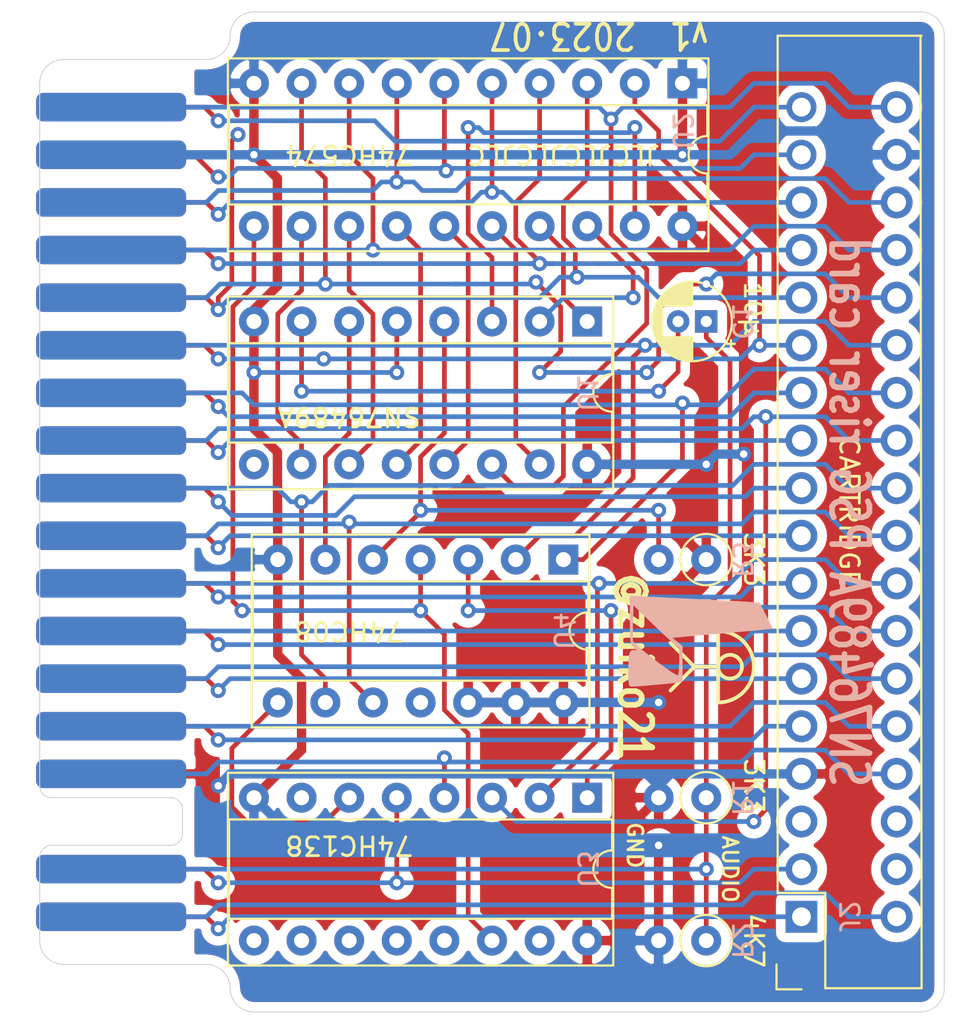
<source format=kicad_pcb>
(kicad_pcb (version 20171130) (host pcbnew "(5.1.2-1)-1")

  (general
    (thickness 1.6)
    (drawings 34)
    (tracks 506)
    (zones 0)
    (modules 11)
    (nets 49)
  )

  (page A4)
  (layers
    (0 F.Cu signal)
    (31 B.Cu signal)
    (32 B.Adhes user)
    (33 F.Adhes user)
    (34 B.Paste user)
    (35 F.Paste user)
    (36 B.SilkS user)
    (37 F.SilkS user)
    (38 B.Mask user)
    (39 F.Mask user)
    (40 Dwgs.User user)
    (41 Cmts.User user)
    (42 Eco1.User user)
    (43 Eco2.User user)
    (44 Edge.Cuts user)
    (45 Margin user)
    (46 B.CrtYd user)
    (47 F.CrtYd user)
    (48 B.Fab user)
    (49 F.Fab user)
  )

  (setup
    (last_trace_width 0.25)
    (user_trace_width 0.5)
    (trace_clearance 0.2)
    (zone_clearance 0.508)
    (zone_45_only no)
    (trace_min 0.2)
    (via_size 0.8)
    (via_drill 0.4)
    (via_min_size 0.4)
    (via_min_drill 0.3)
    (uvia_size 0.3)
    (uvia_drill 0.1)
    (uvias_allowed no)
    (uvia_min_size 0.2)
    (uvia_min_drill 0.1)
    (edge_width 0.05)
    (segment_width 0.2)
    (pcb_text_width 0.3)
    (pcb_text_size 1.5 1.5)
    (mod_edge_width 0.12)
    (mod_text_size 1 1)
    (mod_text_width 0.15)
    (pad_size 1.6 1.6)
    (pad_drill 1)
    (pad_to_mask_clearance 0.051)
    (solder_mask_min_width 0.25)
    (aux_axis_origin 0 0)
    (visible_elements FFFFFF7F)
    (pcbplotparams
      (layerselection 0x010fc_ffffffff)
      (usegerberextensions true)
      (usegerberattributes false)
      (usegerberadvancedattributes false)
      (creategerberjobfile false)
      (excludeedgelayer true)
      (linewidth 0.100000)
      (plotframeref false)
      (viasonmask false)
      (mode 1)
      (useauxorigin false)
      (hpglpennumber 1)
      (hpglpenspeed 20)
      (hpglpendiameter 15.000000)
      (psnegative false)
      (psa4output false)
      (plotreference true)
      (plotvalue true)
      (plotinvisibletext false)
      (padsonsilk false)
      (subtractmaskfromsilk true)
      (outputformat 1)
      (mirror false)
      (drillshape 0)
      (scaleselection 1)
      (outputdirectory ""))
  )

  (net 0 "")
  (net 1 /AUDIO)
  (net 2 /VCLK)
  (net 3 GND)
  (net 4 /D2)
  (net 5 /D1)
  (net 6 /D0)
  (net 7 /A0)
  (net 8 /A1)
  (net 9 /A2)
  (net 10 /A3)
  (net 11 /A4)
  (net 12 /A5)
  (net 13 /A6)
  (net 14 /A7)
  (net 15 /A12)
  (net 16 /~WE)
  (net 17 /~RST)
  (net 18 /D3)
  (net 19 /D4)
  (net 20 /D5)
  (net 21 /D6)
  (net 22 /D7)
  (net 23 /~CS)
  (net 24 /A10)
  (net 25 /~OE)
  (net 26 /A11)
  (net 27 /A9)
  (net 28 /A8)
  (net 29 /A13)
  (net 30 /A14)
  (net 31 +5V)
  (net 32 /~IOC)
  (net 33 /~NMI)
  (net 34 /~IRQ)
  (net 35 /~POE)
  (net 36 /~PSG)
  (net 37 /A3·4)
  (net 38 /A0·1)
  (net 39 /RDY)
  (net 40 /B4)
  (net 41 /B3)
  (net 42 /B2)
  (net 43 /B1)
  (net 44 /B7)
  (net 45 /B0)
  (net 46 /B6)
  (net 47 /B5)
  (net 48 /AOUT)

  (net_class Default "Esta es la clase de red por defecto."
    (clearance 0.2)
    (trace_width 0.25)
    (via_dia 0.8)
    (via_drill 0.4)
    (uvia_dia 0.3)
    (uvia_drill 0.1)
    (add_net +5V)
    (add_net /A0)
    (add_net /A0·1)
    (add_net /A1)
    (add_net /A10)
    (add_net /A11)
    (add_net /A12)
    (add_net /A13)
    (add_net /A14)
    (add_net /A2)
    (add_net /A3)
    (add_net /A3·4)
    (add_net /A4)
    (add_net /A5)
    (add_net /A6)
    (add_net /A7)
    (add_net /A8)
    (add_net /A9)
    (add_net /AOUT)
    (add_net /AUDIO)
    (add_net /B0)
    (add_net /B1)
    (add_net /B2)
    (add_net /B3)
    (add_net /B4)
    (add_net /B5)
    (add_net /B6)
    (add_net /B7)
    (add_net /D0)
    (add_net /D1)
    (add_net /D2)
    (add_net /D3)
    (add_net /D4)
    (add_net /D5)
    (add_net /D6)
    (add_net /D7)
    (add_net /RDY)
    (add_net /VCLK)
    (add_net /~CS)
    (add_net /~IOC)
    (add_net /~IRQ)
    (add_net /~NMI)
    (add_net /~OE)
    (add_net /~POE)
    (add_net /~PSG)
    (add_net /~RST)
    (add_net /~WE)
    (add_net GND)
  )

  (module durango:j300 (layer B.Cu) (tedit 0) (tstamp 64A09D17)
    (at 60.706 53.848 90)
    (path /64A95D0C)
    (fp_text reference LOGO1 (at 0 0 90) (layer B.SilkS) hide
      (effects (font (size 1.524 1.524) (thickness 0.3)) (justify mirror))
    )
    (fp_text value Logo_Open_Hardware_Small (at 0.75 0 90) (layer B.SilkS) hide
      (effects (font (size 1.524 1.524) (thickness 0.3)) (justify mirror))
    )
    (fp_poly (pts (xy 0.710652 3.763118) (xy 0.903066 3.672452) (xy 1.176324 3.534458) (xy 1.335497 3.451331)
      (xy 2.019553 3.090333) (xy 2.065245 2.413) (xy 2.083451 2.118304) (xy 2.107502 1.692574)
      (xy 2.135359 1.173928) (xy 2.164981 0.600482) (xy 2.194328 0.010352) (xy 2.198938 -0.084667)
      (xy 2.228922 -0.698733) (xy 2.260059 -1.325668) (xy 2.29009 -1.920723) (xy 2.316755 -2.439151)
      (xy 2.337794 -2.836202) (xy 2.338955 -2.8575) (xy 2.390969 -3.81) (xy 1.103222 -3.81)
      (xy 0.608986 -3.808781) (xy 0.255761 -3.802636) (xy 0.015232 -3.787837) (xy -0.140919 -3.760655)
      (xy -0.241009 -3.717362) (xy -0.313354 -3.654229) (xy -0.343446 -3.6195) (xy -0.502367 -3.429)
      (xy -0.505184 -3.610442) (xy -0.525357 -3.727391) (xy -0.599029 -3.807525) (xy -0.752334 -3.857532)
      (xy -1.011408 -3.884102) (xy -1.402385 -3.893926) (xy -1.615592 -3.894667) (xy -2.00159 -3.891566)
      (xy -2.248365 -3.878726) (xy -2.385966 -3.850838) (xy -2.444445 -3.802595) (xy -2.45446 -3.7465)
      (xy -2.44595 -3.561746) (xy -2.424264 -3.252695) (xy -2.393266 -2.863522) (xy -2.356817 -2.438404)
      (xy -2.318778 -2.021518) (xy -2.283012 -1.657041) (xy -2.25338 -1.389148) (xy -2.239821 -1.291167)
      (xy -2.233738 -1.254904) (xy -1.862667 -1.254904) (xy -1.811943 -1.379807) (xy -1.674065 -1.604827)
      (xy -1.470477 -1.901954) (xy -1.222622 -2.243181) (xy -0.951945 -2.600499) (xy -0.679888 -2.9459)
      (xy -0.427895 -3.251375) (xy -0.21741 -3.488916) (xy -0.069875 -3.630515) (xy -0.023325 -3.657353)
      (xy 0.111304 -3.665583) (xy 0.373177 -3.66747) (xy 0.720324 -3.663061) (xy 0.994002 -3.656183)
      (xy 1.883259 -3.629365) (xy 1.08654 -2.809516) (xy 0.753544 -2.463296) (xy 0.428931 -2.119564)
      (xy 0.148995 -1.817128) (xy -0.04997 -1.594798) (xy -0.056264 -1.5875) (xy -0.402349 -1.185334)
      (xy -1.132508 -1.185334) (xy -1.460314 -1.192786) (xy -1.711913 -1.212693) (xy -1.848718 -1.241377)
      (xy -1.862667 -1.254904) (xy -2.233738 -1.254904) (xy -2.193661 -1.016) (xy -1.244997 -1.015237)
      (xy -0.296334 -1.014474) (xy -0.074928 -1.283842) (xy 0.146478 -1.553211) (xy 0.197558 -1.009439)
      (xy 0.219278 -0.771488) (xy 0.252799 -0.395776) (xy 0.295393 0.086745) (xy 0.344337 0.645129)
      (xy 0.396905 1.248424) (xy 0.431814 1.651) (xy 0.48255 2.23009) (xy 0.529337 2.750515)
      (xy 0.570022 3.189407) (xy 0.602451 3.523898) (xy 0.624471 3.731121) (xy 0.633215 3.789998)
      (xy 0.710652 3.763118)) (layer B.SilkS) (width 0.01))
  )

  (module Package_DIP:DIP-16_W7.62mm_Socket (layer F.Cu) (tedit 5A02E8C5) (tstamp 649B574B)
    (at 54.61 62.23 270)
    (descr "16-lead though-hole mounted DIP package, row spacing 7.62 mm (300 mils), Socket")
    (tags "THT DIP DIL PDIP 2.54mm 7.62mm 300mil Socket")
    (path /6488C09B)
    (fp_text reference U3 (at 3.81 0 270 unlocked) (layer B.SilkS)
      (effects (font (size 1 1) (thickness 0.15)) (justify mirror))
    )
    (fp_text value 74HC138 (at 2.54 12.7 180 unlocked) (layer F.SilkS)
      (effects (font (size 1 1) (thickness 0.15)))
    )
    (fp_line (start 9.15 -1.6) (end -1.55 -1.6) (layer F.CrtYd) (width 0.05))
    (fp_line (start 9.15 19.4) (end 9.15 -1.6) (layer F.CrtYd) (width 0.05))
    (fp_line (start -1.55 19.4) (end 9.15 19.4) (layer F.CrtYd) (width 0.05))
    (fp_line (start -1.55 -1.6) (end -1.55 19.4) (layer F.CrtYd) (width 0.05))
    (fp_line (start 8.95 -1.39) (end -1.33 -1.39) (layer F.SilkS) (width 0.12))
    (fp_line (start 8.95 19.17) (end 8.95 -1.39) (layer F.SilkS) (width 0.12))
    (fp_line (start -1.33 19.17) (end 8.95 19.17) (layer F.SilkS) (width 0.12))
    (fp_line (start -1.33 -1.39) (end -1.33 19.17) (layer F.SilkS) (width 0.12))
    (fp_line (start 6.46 -1.33) (end 4.81 -1.33) (layer F.SilkS) (width 0.12))
    (fp_line (start 6.46 19.11) (end 6.46 -1.33) (layer F.SilkS) (width 0.12))
    (fp_line (start 1.16 19.11) (end 6.46 19.11) (layer F.SilkS) (width 0.12))
    (fp_line (start 1.16 -1.33) (end 1.16 19.11) (layer F.SilkS) (width 0.12))
    (fp_line (start 2.81 -1.33) (end 1.16 -1.33) (layer F.SilkS) (width 0.12))
    (fp_line (start 8.89 -1.33) (end -1.27 -1.33) (layer F.Fab) (width 0.1))
    (fp_line (start 8.89 19.11) (end 8.89 -1.33) (layer F.Fab) (width 0.1))
    (fp_line (start -1.27 19.11) (end 8.89 19.11) (layer F.Fab) (width 0.1))
    (fp_line (start -1.27 -1.33) (end -1.27 19.11) (layer F.Fab) (width 0.1))
    (fp_line (start 0.635 -0.27) (end 1.635 -1.27) (layer F.Fab) (width 0.1))
    (fp_line (start 0.635 19.05) (end 0.635 -0.27) (layer F.Fab) (width 0.1))
    (fp_line (start 6.985 19.05) (end 0.635 19.05) (layer F.Fab) (width 0.1))
    (fp_line (start 6.985 -1.27) (end 6.985 19.05) (layer F.Fab) (width 0.1))
    (fp_line (start 1.635 -1.27) (end 6.985 -1.27) (layer F.Fab) (width 0.1))
    (fp_arc (start 3.81 -1.33) (end 2.81 -1.33) (angle -180) (layer F.SilkS) (width 0.12))
    (pad 16 thru_hole oval (at 7.62 0 270) (size 1.6 1.6) (drill 0.8) (layers *.Cu *.Mask)
      (net 31 +5V))
    (pad 8 thru_hole oval (at 0 17.78 270) (size 1.6 1.6) (drill 0.8) (layers *.Cu *.Mask)
      (net 3 GND))
    (pad 15 thru_hole oval (at 7.62 2.54 270) (size 1.6 1.6) (drill 0.8) (layers *.Cu *.Mask))
    (pad 7 thru_hole oval (at 0 15.24 270) (size 1.6 1.6) (drill 0.8) (layers *.Cu *.Mask))
    (pad 14 thru_hole oval (at 7.62 5.08 270) (size 1.6 1.6) (drill 0.8) (layers *.Cu *.Mask)
      (net 36 /~PSG))
    (pad 6 thru_hole oval (at 0 12.7 270) (size 1.6 1.6) (drill 0.8) (layers *.Cu *.Mask)
      (net 37 /A3·4))
    (pad 13 thru_hole oval (at 7.62 7.62 270) (size 1.6 1.6) (drill 0.8) (layers *.Cu *.Mask))
    (pad 5 thru_hole oval (at 0 10.16 270) (size 1.6 1.6) (drill 0.8) (layers *.Cu *.Mask)
      (net 32 /~IOC))
    (pad 12 thru_hole oval (at 7.62 10.16 270) (size 1.6 1.6) (drill 0.8) (layers *.Cu *.Mask))
    (pad 4 thru_hole oval (at 0 7.62 270) (size 1.6 1.6) (drill 0.8) (layers *.Cu *.Mask)
      (net 16 /~WE))
    (pad 11 thru_hole oval (at 7.62 12.7 270) (size 1.6 1.6) (drill 0.8) (layers *.Cu *.Mask))
    (pad 3 thru_hole oval (at 0 5.08 270) (size 1.6 1.6) (drill 0.8) (layers *.Cu *.Mask)
      (net 9 /A2))
    (pad 10 thru_hole oval (at 7.62 15.24 270) (size 1.6 1.6) (drill 0.8) (layers *.Cu *.Mask))
    (pad 2 thru_hole oval (at 0 2.54 270) (size 1.6 1.6) (drill 0.8) (layers *.Cu *.Mask)
      (net 12 /A5))
    (pad 9 thru_hole oval (at 7.62 17.78 270) (size 1.6 1.6) (drill 0.8) (layers *.Cu *.Mask))
    (pad 1 thru_hole rect (at 0 0 270) (size 1.6 1.6) (drill 0.8) (layers *.Cu *.Mask)
      (net 38 /A0·1))
    (model ${KISYS3DMOD}/Package_DIP.3dshapes/DIP-16_W7.62mm_Socket.wrl
      (at (xyz 0 0 0))
      (scale (xyz 1 1 1))
      (rotate (xyz 0 0 0))
    )
  )

  (module Package_DIP:DIP-14_W7.62mm_Socket (layer F.Cu) (tedit 5A02E8C5) (tstamp 649B5775)
    (at 53.34 49.53 270)
    (descr "14-lead though-hole mounted DIP package, row spacing 7.62 mm (300 mils), Socket")
    (tags "THT DIP DIL PDIP 2.54mm 7.62mm 300mil Socket")
    (path /649AF3B0)
    (fp_text reference U4 (at 3.81 0 270 unlocked) (layer B.SilkS)
      (effects (font (size 1 1) (thickness 0.15)) (justify mirror))
    )
    (fp_text value 74HC08 (at 3.81 11.43 180 unlocked) (layer F.SilkS)
      (effects (font (size 1 1) (thickness 0.15)))
    )
    (fp_line (start 9.15 -1.6) (end -1.55 -1.6) (layer F.CrtYd) (width 0.05))
    (fp_line (start 9.15 16.85) (end 9.15 -1.6) (layer F.CrtYd) (width 0.05))
    (fp_line (start -1.55 16.85) (end 9.15 16.85) (layer F.CrtYd) (width 0.05))
    (fp_line (start -1.55 -1.6) (end -1.55 16.85) (layer F.CrtYd) (width 0.05))
    (fp_line (start 8.95 -1.39) (end -1.33 -1.39) (layer F.SilkS) (width 0.12))
    (fp_line (start 8.95 16.63) (end 8.95 -1.39) (layer F.SilkS) (width 0.12))
    (fp_line (start -1.33 16.63) (end 8.95 16.63) (layer F.SilkS) (width 0.12))
    (fp_line (start -1.33 -1.39) (end -1.33 16.63) (layer F.SilkS) (width 0.12))
    (fp_line (start 6.46 -1.33) (end 4.81 -1.33) (layer F.SilkS) (width 0.12))
    (fp_line (start 6.46 16.57) (end 6.46 -1.33) (layer F.SilkS) (width 0.12))
    (fp_line (start 1.16 16.57) (end 6.46 16.57) (layer F.SilkS) (width 0.12))
    (fp_line (start 1.16 -1.33) (end 1.16 16.57) (layer F.SilkS) (width 0.12))
    (fp_line (start 2.81 -1.33) (end 1.16 -1.33) (layer F.SilkS) (width 0.12))
    (fp_line (start 8.89 -1.33) (end -1.27 -1.33) (layer F.Fab) (width 0.1))
    (fp_line (start 8.89 16.57) (end 8.89 -1.33) (layer F.Fab) (width 0.1))
    (fp_line (start -1.27 16.57) (end 8.89 16.57) (layer F.Fab) (width 0.1))
    (fp_line (start -1.27 -1.33) (end -1.27 16.57) (layer F.Fab) (width 0.1))
    (fp_line (start 0.635 -0.27) (end 1.635 -1.27) (layer F.Fab) (width 0.1))
    (fp_line (start 0.635 16.51) (end 0.635 -0.27) (layer F.Fab) (width 0.1))
    (fp_line (start 6.985 16.51) (end 0.635 16.51) (layer F.Fab) (width 0.1))
    (fp_line (start 6.985 -1.27) (end 6.985 16.51) (layer F.Fab) (width 0.1))
    (fp_line (start 1.635 -1.27) (end 6.985 -1.27) (layer F.Fab) (width 0.1))
    (fp_arc (start 3.81 -1.33) (end 2.81 -1.33) (angle -180) (layer F.SilkS) (width 0.12))
    (pad 14 thru_hole oval (at 7.62 0 270) (size 1.6 1.6) (drill 0.8) (layers *.Cu *.Mask)
      (net 31 +5V))
    (pad 7 thru_hole oval (at 0 15.24 270) (size 1.6 1.6) (drill 0.8) (layers *.Cu *.Mask)
      (net 3 GND))
    (pad 13 thru_hole oval (at 7.62 2.54 270) (size 1.6 1.6) (drill 0.8) (layers *.Cu *.Mask)
      (net 31 +5V))
    (pad 6 thru_hole oval (at 0 12.7 270) (size 1.6 1.6) (drill 0.8) (layers *.Cu *.Mask)
      (net 35 /~POE))
    (pad 12 thru_hole oval (at 7.62 5.08 270) (size 1.6 1.6) (drill 0.8) (layers *.Cu *.Mask)
      (net 31 +5V))
    (pad 5 thru_hole oval (at 0 10.16 270) (size 1.6 1.6) (drill 0.8) (layers *.Cu *.Mask)
      (net 39 /RDY))
    (pad 11 thru_hole oval (at 7.62 7.62 270) (size 1.6 1.6) (drill 0.8) (layers *.Cu *.Mask))
    (pad 4 thru_hole oval (at 0 7.62 270) (size 1.6 1.6) (drill 0.8) (layers *.Cu *.Mask)
      (net 36 /~PSG))
    (pad 10 thru_hole oval (at 7.62 10.16 270) (size 1.6 1.6) (drill 0.8) (layers *.Cu *.Mask)
      (net 11 /A4))
    (pad 3 thru_hole oval (at 0 5.08 270) (size 1.6 1.6) (drill 0.8) (layers *.Cu *.Mask)
      (net 38 /A0·1))
    (pad 9 thru_hole oval (at 7.62 12.7 270) (size 1.6 1.6) (drill 0.8) (layers *.Cu *.Mask)
      (net 10 /A3))
    (pad 2 thru_hole oval (at 0 2.54 270) (size 1.6 1.6) (drill 0.8) (layers *.Cu *.Mask)
      (net 7 /A0))
    (pad 8 thru_hole oval (at 7.62 15.24 270) (size 1.6 1.6) (drill 0.8) (layers *.Cu *.Mask)
      (net 37 /A3·4))
    (pad 1 thru_hole rect (at 0 0 270) (size 1.6 1.6) (drill 0.8) (layers *.Cu *.Mask)
      (net 8 /A1))
    (model ${KISYS3DMOD}/Package_DIP.3dshapes/DIP-14_W7.62mm_Socket.wrl
      (at (xyz 0 0 0))
      (scale (xyz 1 1 1))
      (rotate (xyz 0 0 0))
    )
  )

  (module Package_DIP:DIP-20_W7.62mm_Socket (layer F.Cu) (tedit 5A02E8C5) (tstamp 649B7159)
    (at 59.69 24.13 270)
    (descr "20-lead though-hole mounted DIP package, row spacing 7.62 mm (300 mils), Socket")
    (tags "THT DIP DIL PDIP 2.54mm 7.62mm 300mil Socket")
    (path /6488EE82)
    (fp_text reference U2 (at 2.54 0 270 unlocked) (layer B.SilkS)
      (effects (font (size 1 1) (thickness 0.15)) (justify mirror))
    )
    (fp_text value 74HC574 (at 3.81 17.78 180 unlocked) (layer F.SilkS)
      (effects (font (size 1 1) (thickness 0.15)))
    )
    (fp_line (start 9.15 -1.6) (end -1.55 -1.6) (layer F.CrtYd) (width 0.05))
    (fp_line (start 9.15 24.45) (end 9.15 -1.6) (layer F.CrtYd) (width 0.05))
    (fp_line (start -1.55 24.45) (end 9.15 24.45) (layer F.CrtYd) (width 0.05))
    (fp_line (start -1.55 -1.6) (end -1.55 24.45) (layer F.CrtYd) (width 0.05))
    (fp_line (start 8.95 -1.39) (end -1.33 -1.39) (layer F.SilkS) (width 0.12))
    (fp_line (start 8.95 24.25) (end 8.95 -1.39) (layer F.SilkS) (width 0.12))
    (fp_line (start -1.33 24.25) (end 8.95 24.25) (layer F.SilkS) (width 0.12))
    (fp_line (start -1.33 -1.39) (end -1.33 24.25) (layer F.SilkS) (width 0.12))
    (fp_line (start 6.46 -1.33) (end 4.81 -1.33) (layer F.SilkS) (width 0.12))
    (fp_line (start 6.46 24.19) (end 6.46 -1.33) (layer F.SilkS) (width 0.12))
    (fp_line (start 1.16 24.19) (end 6.46 24.19) (layer F.SilkS) (width 0.12))
    (fp_line (start 1.16 -1.33) (end 1.16 24.19) (layer F.SilkS) (width 0.12))
    (fp_line (start 2.81 -1.33) (end 1.16 -1.33) (layer F.SilkS) (width 0.12))
    (fp_line (start 8.89 -1.33) (end -1.27 -1.33) (layer F.Fab) (width 0.1))
    (fp_line (start 8.89 24.19) (end 8.89 -1.33) (layer F.Fab) (width 0.1))
    (fp_line (start -1.27 24.19) (end 8.89 24.19) (layer F.Fab) (width 0.1))
    (fp_line (start -1.27 -1.33) (end -1.27 24.19) (layer F.Fab) (width 0.1))
    (fp_line (start 0.635 -0.27) (end 1.635 -1.27) (layer F.Fab) (width 0.1))
    (fp_line (start 0.635 24.13) (end 0.635 -0.27) (layer F.Fab) (width 0.1))
    (fp_line (start 6.985 24.13) (end 0.635 24.13) (layer F.Fab) (width 0.1))
    (fp_line (start 6.985 -1.27) (end 6.985 24.13) (layer F.Fab) (width 0.1))
    (fp_line (start 1.635 -1.27) (end 6.985 -1.27) (layer F.Fab) (width 0.1))
    (fp_arc (start 3.81 -1.33) (end 2.81 -1.33) (angle -180) (layer F.SilkS) (width 0.12))
    (pad 20 thru_hole oval (at 7.62 0 270) (size 1.6 1.6) (drill 0.8) (layers *.Cu *.Mask)
      (net 31 +5V))
    (pad 10 thru_hole oval (at 0 22.86 270) (size 1.6 1.6) (drill 0.8) (layers *.Cu *.Mask)
      (net 3 GND))
    (pad 19 thru_hole oval (at 7.62 2.54 270) (size 1.6 1.6) (drill 0.8) (layers *.Cu *.Mask)
      (net 44 /B7))
    (pad 9 thru_hole oval (at 0 20.32 270) (size 1.6 1.6) (drill 0.8) (layers *.Cu *.Mask)
      (net 6 /D0))
    (pad 18 thru_hole oval (at 7.62 5.08 270) (size 1.6 1.6) (drill 0.8) (layers *.Cu *.Mask)
      (net 46 /B6))
    (pad 8 thru_hole oval (at 0 17.78 270) (size 1.6 1.6) (drill 0.8) (layers *.Cu *.Mask)
      (net 5 /D1))
    (pad 17 thru_hole oval (at 7.62 7.62 270) (size 1.6 1.6) (drill 0.8) (layers *.Cu *.Mask)
      (net 47 /B5))
    (pad 7 thru_hole oval (at 0 15.24 270) (size 1.6 1.6) (drill 0.8) (layers *.Cu *.Mask)
      (net 4 /D2))
    (pad 16 thru_hole oval (at 7.62 10.16 270) (size 1.6 1.6) (drill 0.8) (layers *.Cu *.Mask)
      (net 40 /B4))
    (pad 6 thru_hole oval (at 0 12.7 270) (size 1.6 1.6) (drill 0.8) (layers *.Cu *.Mask)
      (net 18 /D3))
    (pad 15 thru_hole oval (at 7.62 12.7 270) (size 1.6 1.6) (drill 0.8) (layers *.Cu *.Mask)
      (net 41 /B3))
    (pad 5 thru_hole oval (at 0 10.16 270) (size 1.6 1.6) (drill 0.8) (layers *.Cu *.Mask)
      (net 19 /D4))
    (pad 14 thru_hole oval (at 7.62 15.24 270) (size 1.6 1.6) (drill 0.8) (layers *.Cu *.Mask)
      (net 42 /B2))
    (pad 4 thru_hole oval (at 0 7.62 270) (size 1.6 1.6) (drill 0.8) (layers *.Cu *.Mask)
      (net 20 /D5))
    (pad 13 thru_hole oval (at 7.62 17.78 270) (size 1.6 1.6) (drill 0.8) (layers *.Cu *.Mask)
      (net 43 /B1))
    (pad 3 thru_hole oval (at 0 5.08 270) (size 1.6 1.6) (drill 0.8) (layers *.Cu *.Mask)
      (net 21 /D6))
    (pad 12 thru_hole oval (at 7.62 20.32 270) (size 1.6 1.6) (drill 0.8) (layers *.Cu *.Mask)
      (net 45 /B0))
    (pad 2 thru_hole oval (at 0 2.54 270) (size 1.6 1.6) (drill 0.8) (layers *.Cu *.Mask)
      (net 22 /D7))
    (pad 11 thru_hole oval (at 7.62 22.86 270) (size 1.6 1.6) (drill 0.8) (layers *.Cu *.Mask)
      (net 36 /~PSG))
    (pad 1 thru_hole rect (at 0 0 270) (size 1.6 1.6) (drill 0.8) (layers *.Cu *.Mask)
      (net 3 GND))
    (model ${KISYS3DMOD}/Package_DIP.3dshapes/DIP-20_W7.62mm_Socket.wrl
      (at (xyz 0 0 0))
      (scale (xyz 1 1 1))
      (rotate (xyz 0 0 0))
    )
  )

  (module Package_DIP:DIP-16_W7.62mm_Socket (layer F.Cu) (tedit 5A02E8C5) (tstamp 649B56EF)
    (at 54.61 36.83 270)
    (descr "16-lead though-hole mounted DIP package, row spacing 7.62 mm (300 mils), Socket")
    (tags "THT DIP DIL PDIP 2.54mm 7.62mm 300mil Socket")
    (path /6488DB86)
    (fp_text reference U1 (at 3.81 0 270 unlocked) (layer B.SilkS)
      (effects (font (size 1 1) (thickness 0.15)) (justify mirror))
    )
    (fp_text value SN76489A (at 5.08 12.7 180 unlocked) (layer F.SilkS)
      (effects (font (size 1 1) (thickness 0.15)))
    )
    (fp_line (start 9.15 -1.6) (end -1.55 -1.6) (layer F.CrtYd) (width 0.05))
    (fp_line (start 9.15 19.4) (end 9.15 -1.6) (layer F.CrtYd) (width 0.05))
    (fp_line (start -1.55 19.4) (end 9.15 19.4) (layer F.CrtYd) (width 0.05))
    (fp_line (start -1.55 -1.6) (end -1.55 19.4) (layer F.CrtYd) (width 0.05))
    (fp_line (start 8.95 -1.39) (end -1.33 -1.39) (layer F.SilkS) (width 0.12))
    (fp_line (start 8.95 19.17) (end 8.95 -1.39) (layer F.SilkS) (width 0.12))
    (fp_line (start -1.33 19.17) (end 8.95 19.17) (layer F.SilkS) (width 0.12))
    (fp_line (start -1.33 -1.39) (end -1.33 19.17) (layer F.SilkS) (width 0.12))
    (fp_line (start 6.46 -1.33) (end 4.81 -1.33) (layer F.SilkS) (width 0.12))
    (fp_line (start 6.46 19.11) (end 6.46 -1.33) (layer F.SilkS) (width 0.12))
    (fp_line (start 1.16 19.11) (end 6.46 19.11) (layer F.SilkS) (width 0.12))
    (fp_line (start 1.16 -1.33) (end 1.16 19.11) (layer F.SilkS) (width 0.12))
    (fp_line (start 2.81 -1.33) (end 1.16 -1.33) (layer F.SilkS) (width 0.12))
    (fp_line (start 8.89 -1.33) (end -1.27 -1.33) (layer F.Fab) (width 0.1))
    (fp_line (start 8.89 19.11) (end 8.89 -1.33) (layer F.Fab) (width 0.1))
    (fp_line (start -1.27 19.11) (end 8.89 19.11) (layer F.Fab) (width 0.1))
    (fp_line (start -1.27 -1.33) (end -1.27 19.11) (layer F.Fab) (width 0.1))
    (fp_line (start 0.635 -0.27) (end 1.635 -1.27) (layer F.Fab) (width 0.1))
    (fp_line (start 0.635 19.05) (end 0.635 -0.27) (layer F.Fab) (width 0.1))
    (fp_line (start 6.985 19.05) (end 0.635 19.05) (layer F.Fab) (width 0.1))
    (fp_line (start 6.985 -1.27) (end 6.985 19.05) (layer F.Fab) (width 0.1))
    (fp_line (start 1.635 -1.27) (end 6.985 -1.27) (layer F.Fab) (width 0.1))
    (fp_arc (start 3.81 -1.33) (end 2.81 -1.33) (angle -180) (layer F.SilkS) (width 0.12))
    (pad 16 thru_hole oval (at 7.62 0 270) (size 1.6 1.6) (drill 0.8) (layers *.Cu *.Mask)
      (net 31 +5V))
    (pad 8 thru_hole oval (at 0 17.78 270) (size 1.6 1.6) (drill 0.8) (layers *.Cu *.Mask)
      (net 3 GND))
    (pad 15 thru_hole oval (at 7.62 2.54 270) (size 1.6 1.6) (drill 0.8) (layers *.Cu *.Mask)
      (net 40 /B4))
    (pad 7 thru_hole oval (at 0 15.24 270) (size 1.6 1.6) (drill 0.8) (layers *.Cu *.Mask)
      (net 48 /AOUT))
    (pad 14 thru_hole oval (at 7.62 5.08 270) (size 1.6 1.6) (drill 0.8) (layers *.Cu *.Mask)
      (net 2 /VCLK))
    (pad 6 thru_hole oval (at 0 12.7 270) (size 1.6 1.6) (drill 0.8) (layers *.Cu *.Mask)
      (net 35 /~POE))
    (pad 13 thru_hole oval (at 7.62 7.62 270) (size 1.6 1.6) (drill 0.8) (layers *.Cu *.Mask)
      (net 41 /B3))
    (pad 5 thru_hole oval (at 0 10.16 270) (size 1.6 1.6) (drill 0.8) (layers *.Cu *.Mask)
      (net 3 GND))
    (pad 12 thru_hole oval (at 7.62 10.16 270) (size 1.6 1.6) (drill 0.8) (layers *.Cu *.Mask)
      (net 42 /B2))
    (pad 4 thru_hole oval (at 0 7.62 270) (size 1.6 1.6) (drill 0.8) (layers *.Cu *.Mask)
      (net 39 /RDY))
    (pad 11 thru_hole oval (at 7.62 12.7 270) (size 1.6 1.6) (drill 0.8) (layers *.Cu *.Mask)
      (net 43 /B1))
    (pad 3 thru_hole oval (at 0 5.08 270) (size 1.6 1.6) (drill 0.8) (layers *.Cu *.Mask)
      (net 44 /B7))
    (pad 10 thru_hole oval (at 7.62 15.24 270) (size 1.6 1.6) (drill 0.8) (layers *.Cu *.Mask)
      (net 45 /B0))
    (pad 2 thru_hole oval (at 0 2.54 270) (size 1.6 1.6) (drill 0.8) (layers *.Cu *.Mask)
      (net 46 /B6))
    (pad 9 thru_hole oval (at 7.62 17.78 270) (size 1.6 1.6) (drill 0.8) (layers *.Cu *.Mask))
    (pad 1 thru_hole rect (at 0 0 270) (size 1.6 1.6) (drill 0.8) (layers *.Cu *.Mask)
      (net 47 /B5))
    (model ${KISYS3DMOD}/Package_DIP.3dshapes/DIP-16_W7.62mm_Socket.wrl
      (at (xyz 0 0 0))
      (scale (xyz 1 1 1))
      (rotate (xyz 0 0 0))
    )
  )

  (module Resistor_THT:R_Axial_DIN0207_L6.3mm_D2.5mm_P2.54mm_Vertical (layer F.Cu) (tedit 5AE5139B) (tstamp 649B56C3)
    (at 60.96 49.53 180)
    (descr "Resistor, Axial_DIN0207 series, Axial, Vertical, pin pitch=2.54mm, 0.25W = 1/4W, length*diameter=6.3*2.5mm^2, http://cdn-reichelt.de/documents/datenblatt/B400/1_4W%23YAG.pdf")
    (tags "Resistor Axial_DIN0207 series Axial Vertical pin pitch 2.54mm 0.25W = 1/4W length 6.3mm diameter 2.5mm")
    (path /64B4A3B4)
    (fp_text reference R3 (at -1.905 0 270 unlocked) (layer B.SilkS)
      (effects (font (size 1 1) (thickness 0.15)) (justify mirror))
    )
    (fp_text value 3K3 (at -2.54 0 270 unlocked) (layer F.SilkS)
      (effects (font (size 1 1) (thickness 0.15)))
    )
    (fp_line (start 3.59 -1.5) (end -1.5 -1.5) (layer F.CrtYd) (width 0.05))
    (fp_line (start 3.59 1.5) (end 3.59 -1.5) (layer F.CrtYd) (width 0.05))
    (fp_line (start -1.5 1.5) (end 3.59 1.5) (layer F.CrtYd) (width 0.05))
    (fp_line (start -1.5 -1.5) (end -1.5 1.5) (layer F.CrtYd) (width 0.05))
    (fp_line (start 1.37 0) (end 1.44 0) (layer F.SilkS) (width 0.12))
    (fp_line (start 0 0) (end 2.54 0) (layer F.Fab) (width 0.1))
    (fp_circle (center 0 0) (end 1.37 0) (layer F.SilkS) (width 0.12))
    (fp_circle (center 0 0) (end 1.25 0) (layer F.Fab) (width 0.1))
    (pad 2 thru_hole oval (at 2.54 0 180) (size 1.6 1.6) (drill 0.8) (layers *.Cu *.Mask)
      (net 39 /RDY))
    (pad 1 thru_hole circle (at 0 0 180) (size 1.6 1.6) (drill 0.8) (layers *.Cu *.Mask)
      (net 31 +5V))
    (model ${KISYS3DMOD}/Resistor_THT.3dshapes/R_Axial_DIN0207_L6.3mm_D2.5mm_P2.54mm_Vertical.wrl
      (at (xyz 0 0 0))
      (scale (xyz 1 1 1))
      (rotate (xyz 0 0 0))
    )
  )

  (module Resistor_THT:R_Axial_DIN0207_L6.3mm_D2.5mm_P2.54mm_Vertical (layer F.Cu) (tedit 5AE5139B) (tstamp 649B56B4)
    (at 60.96 69.85 180)
    (descr "Resistor, Axial_DIN0207 series, Axial, Vertical, pin pitch=2.54mm, 0.25W = 1/4W, length*diameter=6.3*2.5mm^2, http://cdn-reichelt.de/documents/datenblatt/B400/1_4W%23YAG.pdf")
    (tags "Resistor Axial_DIN0207 series Axial Vertical pin pitch 2.54mm 0.25W = 1/4W length 6.3mm diameter 2.5mm")
    (path /648A02DA)
    (fp_text reference R2 (at -1.905 0 270 unlocked) (layer B.SilkS)
      (effects (font (size 1 1) (thickness 0.15)) (justify mirror))
    )
    (fp_text value 4K7 (at -2.54 0 270 unlocked) (layer F.SilkS)
      (effects (font (size 1 1) (thickness 0.15)))
    )
    (fp_line (start 3.59 -1.5) (end -1.5 -1.5) (layer F.CrtYd) (width 0.05))
    (fp_line (start 3.59 1.5) (end 3.59 -1.5) (layer F.CrtYd) (width 0.05))
    (fp_line (start -1.5 1.5) (end 3.59 1.5) (layer F.CrtYd) (width 0.05))
    (fp_line (start -1.5 -1.5) (end -1.5 1.5) (layer F.CrtYd) (width 0.05))
    (fp_line (start 1.37 0) (end 1.44 0) (layer F.SilkS) (width 0.12))
    (fp_line (start 0 0) (end 2.54 0) (layer F.Fab) (width 0.1))
    (fp_circle (center 0 0) (end 1.37 0) (layer F.SilkS) (width 0.12))
    (fp_circle (center 0 0) (end 1.25 0) (layer F.Fab) (width 0.1))
    (pad 2 thru_hole oval (at 2.54 0 180) (size 1.6 1.6) (drill 0.8) (layers *.Cu *.Mask)
      (net 3 GND))
    (pad 1 thru_hole circle (at 0 0 180) (size 1.6 1.6) (drill 0.8) (layers *.Cu *.Mask)
      (net 1 /AUDIO))
    (model ${KISYS3DMOD}/Resistor_THT.3dshapes/R_Axial_DIN0207_L6.3mm_D2.5mm_P2.54mm_Vertical.wrl
      (at (xyz 0 0 0))
      (scale (xyz 1 1 1))
      (rotate (xyz 0 0 0))
    )
  )

  (module Resistor_THT:R_Axial_DIN0207_L6.3mm_D2.5mm_P2.54mm_Vertical (layer F.Cu) (tedit 5AE5139B) (tstamp 64A939B9)
    (at 60.96 62.23 180)
    (descr "Resistor, Axial_DIN0207 series, Axial, Vertical, pin pitch=2.54mm, 0.25W = 1/4W, length*diameter=6.3*2.5mm^2, http://cdn-reichelt.de/documents/datenblatt/B400/1_4W%23YAG.pdf")
    (tags "Resistor Axial_DIN0207 series Axial Vertical pin pitch 2.54mm 0.25W = 1/4W length 6.3mm diameter 2.5mm")
    (path /6489FDF3)
    (fp_text reference R1 (at -1.905 0 270 unlocked) (layer B.SilkS)
      (effects (font (size 1 1) (thickness 0.15)) (justify mirror))
    )
    (fp_text value 3K3 (at -2.54 0.635 270 unlocked) (layer F.SilkS)
      (effects (font (size 1 1) (thickness 0.15)))
    )
    (fp_line (start 3.59 -1.5) (end -1.5 -1.5) (layer F.CrtYd) (width 0.05))
    (fp_line (start 3.59 1.5) (end 3.59 -1.5) (layer F.CrtYd) (width 0.05))
    (fp_line (start -1.5 1.5) (end 3.59 1.5) (layer F.CrtYd) (width 0.05))
    (fp_line (start -1.5 -1.5) (end -1.5 1.5) (layer F.CrtYd) (width 0.05))
    (fp_line (start 1.37 0) (end 1.44 0) (layer F.SilkS) (width 0.12))
    (fp_line (start 0 0) (end 2.54 0) (layer F.Fab) (width 0.1))
    (fp_circle (center 0 0) (end 1.37 0) (layer F.SilkS) (width 0.12))
    (fp_circle (center 0 0) (end 1.25 0) (layer F.Fab) (width 0.1))
    (pad 2 thru_hole oval (at 2.54 0 180) (size 1.6 1.6) (drill 0.8) (layers *.Cu *.Mask)
      (net 31 +5V))
    (pad 1 thru_hole circle (at 0 0 180) (size 1.6 1.6) (drill 0.8) (layers *.Cu *.Mask)
      (net 1 /AUDIO))
    (model ${KISYS3DMOD}/Resistor_THT.3dshapes/R_Axial_DIN0207_L6.3mm_D2.5mm_P2.54mm_Vertical.wrl
      (at (xyz 0 0 0))
      (scale (xyz 1 1 1))
      (rotate (xyz 0 0 0))
    )
  )

  (module Connector_PinSocket_2.54mm:PinSocket_2x18_EDGE (layer F.Cu) (tedit 649B504A) (tstamp 649B6211)
    (at 69.85 71.755 180)
    (path /64898CF9)
    (fp_text reference J2 (at 1.27 3.175 270 unlocked) (layer B.SilkS)
      (effects (font (size 1 1) (thickness 0.15)) (justify mirror))
    )
    (fp_text value CARTRIDGE (at 1.27 24.765 270 unlocked) (layer F.SilkS)
      (effects (font (size 1 1) (thickness 0.15)))
    )
    (fp_line (start 5.08 0) (end 5.08 50.165) (layer F.Fab) (width 0.1))
    (fp_line (start 5.08 50.165) (end -2.54 50.165) (layer F.Fab) (width 0.1))
    (fp_line (start -2.54 50.165) (end -2.54 -0.635) (layer F.Fab) (width 0.1))
    (fp_line (start -2.6 -0.635) (end 2.54 -0.635) (layer F.SilkS) (width 0.12))
    (fp_line (start -2.6 -0.635) (end -2.54 50.165) (layer F.SilkS) (width 0.12))
    (fp_line (start -2.6 50.165) (end 5.08 50.165) (layer F.SilkS) (width 0.12))
    (fp_line (start 5.08 4.445) (end 5.08 50.165) (layer F.SilkS) (width 0.12))
    (fp_line (start 2.54 4.445) (end 5.08 4.445) (layer F.SilkS) (width 0.12))
    (fp_line (start 2.54 -0.635) (end 2.54 4.445) (layer F.SilkS) (width 0.12))
    (fp_line (start 5.14 -0.695) (end 5.14 0.635) (layer F.SilkS) (width 0.12))
    (fp_line (start 3.81 -0.695) (end 5.14 -0.695) (layer F.SilkS) (width 0.12))
    (fp_line (start -3.302 -1.27) (end 5.842 -1.27) (layer F.CrtYd) (width 0.05))
    (fp_line (start 5.842 -1.27) (end 5.842 50.8) (layer F.CrtYd) (width 0.05))
    (fp_line (start 5.842 50.8) (end -3.302 50.8) (layer F.CrtYd) (width 0.05))
    (fp_line (start -3.302 50.8) (end -3.302 -1.27) (layer F.CrtYd) (width 0.05))
    (fp_line (start 4.445 -0.635) (end 5.08 0) (layer F.Fab) (width 0.1))
    (fp_line (start -2.54 -0.635) (end 4.445 -0.635) (layer F.Fab) (width 0.1))
    (pad 7 thru_hole oval (at 3.81 10.795 180) (size 1.7 1.7) (drill 1) (layers *.Cu *.Mask)
      (net 31 +5V))
    (pad 20 thru_hole oval (at -1.27 26.035 180) (size 1.7 1.7) (drill 1) (layers *.Cu *.Mask)
      (net 10 /A3))
    (pad 21 thru_hole oval (at 3.81 28.575 180) (size 1.7 1.7) (drill 1) (layers *.Cu *.Mask)
      (net 24 /A10))
    (pad 22 thru_hole oval (at -1.27 28.575 180) (size 1.7 1.7) (drill 1) (layers *.Cu *.Mask)
      (net 9 /A2))
    (pad 23 thru_hole oval (at 3.81 31.115 180) (size 1.7 1.7) (drill 1) (layers *.Cu *.Mask)
      (net 23 /~CS))
    (pad 24 thru_hole oval (at -1.27 31.115 180) (size 1.7 1.7) (drill 1) (layers *.Cu *.Mask)
      (net 8 /A1))
    (pad 25 thru_hole oval (at 3.81 33.655 180) (size 1.7 1.7) (drill 1) (layers *.Cu *.Mask)
      (net 22 /D7))
    (pad 26 thru_hole oval (at -1.27 33.655 180) (size 1.7 1.7) (drill 1) (layers *.Cu *.Mask)
      (net 7 /A0))
    (pad 27 thru_hole oval (at 3.81 36.195 180) (size 1.7 1.7) (drill 1) (layers *.Cu *.Mask)
      (net 21 /D6))
    (pad 28 thru_hole oval (at -1.27 36.195 180) (size 1.7 1.7) (drill 1) (layers *.Cu *.Mask)
      (net 6 /D0))
    (pad 29 thru_hole oval (at 3.81 38.735 180) (size 1.7 1.7) (drill 1) (layers *.Cu *.Mask)
      (net 20 /D5))
    (pad 30 thru_hole oval (at -1.27 38.735 180) (size 1.7 1.7) (drill 1) (layers *.Cu *.Mask)
      (net 5 /D1))
    (pad 31 thru_hole oval (at 3.81 41.275 180) (size 1.7 1.7) (drill 1) (layers *.Cu *.Mask)
      (net 19 /D4))
    (pad 32 thru_hole oval (at -1.27 41.275 180) (size 1.7 1.7) (drill 1) (layers *.Cu *.Mask)
      (net 4 /D2))
    (pad 33 thru_hole oval (at 3.81 43.815 180) (size 1.6 1.6) (drill 1) (layers *.Cu *.Mask)
      (net 18 /D3))
    (pad 34 thru_hole oval (at -1.27 43.815 180) (size 1.7 1.7) (drill 1) (layers *.Cu *.Mask)
      (net 3 GND))
    (pad 35 thru_hole oval (at 3.81 46.355 180) (size 1.6 1.6) (drill 1) (layers *.Cu *.Mask)
      (net 17 /~RST))
    (pad 36 thru_hole oval (at -1.27 46.355 180) (size 1.7 1.7) (drill 1) (layers *.Cu *.Mask)
      (net 2 /VCLK))
    (pad 10 thru_hole oval (at -1.27 13.335 180) (size 1.7 1.7) (drill 1) (layers *.Cu *.Mask)
      (net 15 /A12))
    (pad 18 thru_hole oval (at -1.27 23.495 180) (size 1.7 1.7) (drill 1) (layers *.Cu *.Mask)
      (net 11 /A4))
    (pad 19 thru_hole oval (at 3.81 26.035 180) (size 1.7 1.7) (drill 1) (layers *.Cu *.Mask)
      (net 25 /~OE))
    (pad 8 thru_hole oval (at -1.27 10.795 180) (size 1.7 1.7) (drill 1) (layers *.Cu *.Mask)
      (net 16 /~WE))
    (pad 9 thru_hole oval (at 3.81 13.335 180) (size 1.7 1.7) (drill 1) (layers *.Cu *.Mask)
      (net 30 /A14))
    (pad 12 thru_hole oval (at -1.27 15.875 180) (size 1.7 1.7) (drill 1) (layers *.Cu *.Mask)
      (net 14 /A7))
    (pad 13 thru_hole oval (at 3.81 18.415 180) (size 1.7 1.7) (drill 1) (layers *.Cu *.Mask)
      (net 28 /A8))
    (pad 14 thru_hole oval (at -1.27 18.415 180) (size 1.7 1.7) (drill 1) (layers *.Cu *.Mask)
      (net 13 /A6))
    (pad 15 thru_hole oval (at 3.81 20.955 180) (size 1.7 1.7) (drill 1) (layers *.Cu *.Mask)
      (net 27 /A9))
    (pad 16 thru_hole oval (at -1.27 20.955 180) (size 1.7 1.7) (drill 1) (layers *.Cu *.Mask)
      (net 12 /A5))
    (pad 17 thru_hole oval (at 3.81 23.495 180) (size 1.7 1.7) (drill 1) (layers *.Cu *.Mask)
      (net 26 /A11))
    (pad 1 thru_hole rect (at 3.81 3.175 180) (size 1.7 1.7) (drill 1) (layers *.Cu *.Mask)
      (net 34 /~IRQ))
    (pad 6 thru_hole oval (at -1.27 8.255 180) (size 1.7 1.7) (drill 1) (layers *.Cu *.Mask))
    (pad 11 thru_hole oval (at 3.81 15.875 180) (size 1.7 1.7) (drill 1) (layers *.Cu *.Mask)
      (net 29 /A13))
    (pad 2 thru_hole oval (at -1.27 3.175 180) (size 1.7 1.7) (drill 1) (layers *.Cu *.Mask)
      (net 33 /~NMI))
    (pad 4 thru_hole oval (at -1.27 5.715 180) (size 1.7 1.7) (drill 1) (layers *.Cu *.Mask))
    (pad 5 thru_hole oval (at 3.81 8.255 180) (size 1.7 1.7) (drill 1) (layers *.Cu *.Mask))
    (pad 3 thru_hole oval (at 3.81 5.715 180) (size 1.7 1.7) (drill 1) (layers *.Cu *.Mask)
      (net 32 /~IOC))
  )

  (module edge_conn:Durango_ROM (layer F.Cu) (tedit 628D613F) (tstamp 649B565C)
    (at 25.4 22.86 270)
    (path /6488AC9D)
    (fp_text reference J1 (at 2.54 1.27 90) (layer Dwgs.User)
      (effects (font (size 1 1) (thickness 0.15)))
    )
    (fp_text value Durango_ROM (at 24.13 1.27 90) (layer F.Fab)
      (effects (font (size 1 1) (thickness 0.15)))
    )
    (fp_poly (pts (xy 0 0) (xy 48.26 0) (xy 48.26 -7.62) (xy 0 -7.62)) (layer B.Mask) (width 0.1))
    (fp_poly (pts (xy 0 0) (xy 48.26 0) (xy 48.26 -7.62) (xy 0 -7.62)) (layer F.Mask) (width 0.1))
    (fp_line (start 0 -8.89) (end 0 0) (layer Dwgs.User) (width 0.12))
    (fp_line (start 48.26 0) (end 48.26 -8.89) (layer Dwgs.User) (width 0.12))
    (fp_line (start 0 0) (end 48.26 0) (layer Dwgs.User) (width 0.12))
    (pad 36 smd roundrect (at 2.54 -3.81 270) (size 1.524 8) (layers B.Cu B.Paste B.Mask) (roundrect_rratio 0.25)
      (net 2 /VCLK))
    (pad 34 smd roundrect (at 5.08 -3.81 270) (size 1.524 8) (layers B.Cu B.Paste B.Mask) (roundrect_rratio 0.25)
      (net 3 GND))
    (pad 32 smd roundrect (at 7.62 -3.81 270) (size 1.524 8) (layers B.Cu B.Paste B.Mask) (roundrect_rratio 0.25)
      (net 4 /D2))
    (pad 30 smd roundrect (at 10.16 -3.81 270) (size 1.524 8) (layers B.Cu B.Paste B.Mask) (roundrect_rratio 0.25)
      (net 5 /D1))
    (pad 28 smd roundrect (at 12.7 -3.81 270) (size 1.524 8) (layers B.Cu B.Paste B.Mask) (roundrect_rratio 0.25)
      (net 6 /D0))
    (pad 26 smd roundrect (at 15.24 -3.81 270) (size 1.524 8) (layers B.Cu B.Paste B.Mask) (roundrect_rratio 0.25)
      (net 7 /A0))
    (pad 24 smd roundrect (at 17.78 -3.81 270) (size 1.524 8) (layers B.Cu B.Paste B.Mask) (roundrect_rratio 0.25)
      (net 8 /A1))
    (pad 22 smd roundrect (at 20.32 -3.81 270) (size 1.524 8) (layers B.Cu B.Paste B.Mask) (roundrect_rratio 0.25)
      (net 9 /A2))
    (pad 20 smd roundrect (at 22.86 -3.81 270) (size 1.524 8) (layers B.Cu B.Paste B.Mask) (roundrect_rratio 0.25)
      (net 10 /A3))
    (pad 18 smd roundrect (at 25.4 -3.81 270) (size 1.524 8) (layers B.Cu B.Paste B.Mask) (roundrect_rratio 0.25)
      (net 11 /A4))
    (pad 16 smd roundrect (at 27.94 -3.81 270) (size 1.524 8) (layers B.Cu B.Paste B.Mask) (roundrect_rratio 0.25)
      (net 12 /A5))
    (pad 14 smd roundrect (at 30.48 -3.81 270) (size 1.524 8) (layers B.Cu B.Paste B.Mask) (roundrect_rratio 0.25)
      (net 13 /A6))
    (pad 12 smd roundrect (at 33.02 -3.81 270) (size 1.524 8) (layers B.Cu B.Paste B.Mask) (roundrect_rratio 0.25)
      (net 14 /A7))
    (pad 10 smd roundrect (at 35.56 -3.81 270) (size 1.524 8) (layers B.Cu B.Paste B.Mask) (roundrect_rratio 0.25)
      (net 15 /A12))
    (pad 8 smd roundrect (at 38.1 -3.81 270) (size 1.524 8) (layers B.Cu B.Paste B.Mask) (roundrect_rratio 0.25)
      (net 16 /~WE))
    (pad 4 smd roundrect (at 43.18 -3.81 270) (size 1.524 8) (layers B.Cu B.Paste B.Mask) (roundrect_rratio 0.25)
      (net 1 /AUDIO))
    (pad 35 smd roundrect (at 2.54 -3.81 270) (size 1.524 8) (layers F.Cu F.Paste F.Mask) (roundrect_rratio 0.25)
      (net 17 /~RST))
    (pad 33 smd roundrect (at 5.08 -3.81 270) (size 1.524 8) (layers F.Cu F.Paste F.Mask) (roundrect_rratio 0.25)
      (net 18 /D3))
    (pad 31 smd roundrect (at 7.62 -3.81 270) (size 1.524 8) (layers F.Cu F.Paste F.Mask) (roundrect_rratio 0.25)
      (net 19 /D4))
    (pad 29 smd roundrect (at 10.16 -3.81 270) (size 1.524 8) (layers F.Cu F.Paste F.Mask) (roundrect_rratio 0.25)
      (net 20 /D5))
    (pad 27 smd roundrect (at 12.7 -3.81 270) (size 1.524 8) (layers F.Cu F.Paste F.Mask) (roundrect_rratio 0.25)
      (net 21 /D6))
    (pad 25 smd roundrect (at 15.24 -3.81 270) (size 1.524 8) (layers F.Cu F.Paste F.Mask) (roundrect_rratio 0.25)
      (net 22 /D7))
    (pad 23 smd roundrect (at 17.78 -3.81 270) (size 1.524 8) (layers F.Cu F.Paste F.Mask) (roundrect_rratio 0.25)
      (net 23 /~CS))
    (pad 21 smd roundrect (at 20.32 -3.81 270) (size 1.524 8) (layers F.Cu F.Paste F.Mask) (roundrect_rratio 0.25)
      (net 24 /A10))
    (pad 19 smd roundrect (at 22.86 -3.81 270) (size 1.524 8) (layers F.Cu F.Paste F.Mask) (roundrect_rratio 0.25)
      (net 25 /~OE))
    (pad 17 smd roundrect (at 25.4 -3.81 270) (size 1.524 8) (layers F.Cu F.Paste F.Mask) (roundrect_rratio 0.25)
      (net 26 /A11))
    (pad 15 smd roundrect (at 27.94 -3.81 270) (size 1.524 8) (layers F.Cu F.Paste F.Mask) (roundrect_rratio 0.25)
      (net 27 /A9))
    (pad 13 smd roundrect (at 30.48 -3.81 270) (size 1.524 8) (layers F.Cu F.Paste F.Mask) (roundrect_rratio 0.25)
      (net 28 /A8))
    (pad 11 smd roundrect (at 33.02 -3.81 270) (size 1.524 8) (layers F.Cu F.Paste F.Mask) (roundrect_rratio 0.25)
      (net 29 /A13))
    (pad 9 smd roundrect (at 35.56 -3.81 270) (size 1.524 8) (layers F.Cu F.Paste F.Mask) (roundrect_rratio 0.25)
      (net 30 /A14))
    (pad 7 smd roundrect (at 38.1 -3.81 270) (size 1.524 8) (layers F.Cu F.Paste F.Mask) (roundrect_rratio 0.25)
      (net 31 +5V))
    (pad 3 smd roundrect (at 43.18 -3.81 270) (size 1.524 8) (layers F.Cu F.Paste F.Mask) (roundrect_rratio 0.25)
      (net 32 /~IOC))
    (pad 2 smd roundrect (at 45.72 -3.81 270) (size 1.524 8) (layers B.Cu B.Paste B.Mask) (roundrect_rratio 0.25)
      (net 33 /~NMI))
    (pad 1 smd roundrect (at 45.72 -3.81 270) (size 1.524 8) (layers F.Cu F.Paste F.Mask) (roundrect_rratio 0.25)
      (net 34 /~IRQ))
  )

  (module Capacitor_THT:CP_Radial_D4.0mm_P1.50mm (layer F.Cu) (tedit 5AE50EF0) (tstamp 64A1341B)
    (at 60.96 36.83 180)
    (descr "CP, Radial series, Radial, pin pitch=1.50mm, , diameter=4mm, Electrolytic Capacitor")
    (tags "CP Radial series Radial pin pitch 1.50mm  diameter 4mm Electrolytic Capacitor")
    (path /648A0743)
    (fp_text reference C1 (at -1.905 0 270 unlocked) (layer B.SilkS)
      (effects (font (size 1 1) (thickness 0.15)) (justify mirror))
    )
    (fp_text value 10µ (at -2.54 0.635 270 unlocked) (layer F.SilkS)
      (effects (font (size 1 1) (thickness 0.15)))
    )
    (fp_line (start -1.319801 -1.395) (end -1.319801 -0.995) (layer F.SilkS) (width 0.12))
    (fp_line (start -1.519801 -1.195) (end -1.119801 -1.195) (layer F.SilkS) (width 0.12))
    (fp_line (start 2.831 -0.37) (end 2.831 0.37) (layer F.SilkS) (width 0.12))
    (fp_line (start 2.791 -0.537) (end 2.791 0.537) (layer F.SilkS) (width 0.12))
    (fp_line (start 2.751 -0.664) (end 2.751 0.664) (layer F.SilkS) (width 0.12))
    (fp_line (start 2.711 -0.768) (end 2.711 0.768) (layer F.SilkS) (width 0.12))
    (fp_line (start 2.671 -0.859) (end 2.671 0.859) (layer F.SilkS) (width 0.12))
    (fp_line (start 2.631 -0.94) (end 2.631 0.94) (layer F.SilkS) (width 0.12))
    (fp_line (start 2.591 -1.013) (end 2.591 1.013) (layer F.SilkS) (width 0.12))
    (fp_line (start 2.551 -1.08) (end 2.551 1.08) (layer F.SilkS) (width 0.12))
    (fp_line (start 2.511 -1.142) (end 2.511 1.142) (layer F.SilkS) (width 0.12))
    (fp_line (start 2.471 -1.2) (end 2.471 1.2) (layer F.SilkS) (width 0.12))
    (fp_line (start 2.431 -1.254) (end 2.431 1.254) (layer F.SilkS) (width 0.12))
    (fp_line (start 2.391 -1.304) (end 2.391 1.304) (layer F.SilkS) (width 0.12))
    (fp_line (start 2.351 -1.351) (end 2.351 1.351) (layer F.SilkS) (width 0.12))
    (fp_line (start 2.311 0.84) (end 2.311 1.396) (layer F.SilkS) (width 0.12))
    (fp_line (start 2.311 -1.396) (end 2.311 -0.84) (layer F.SilkS) (width 0.12))
    (fp_line (start 2.271 0.84) (end 2.271 1.438) (layer F.SilkS) (width 0.12))
    (fp_line (start 2.271 -1.438) (end 2.271 -0.84) (layer F.SilkS) (width 0.12))
    (fp_line (start 2.231 0.84) (end 2.231 1.478) (layer F.SilkS) (width 0.12))
    (fp_line (start 2.231 -1.478) (end 2.231 -0.84) (layer F.SilkS) (width 0.12))
    (fp_line (start 2.191 0.84) (end 2.191 1.516) (layer F.SilkS) (width 0.12))
    (fp_line (start 2.191 -1.516) (end 2.191 -0.84) (layer F.SilkS) (width 0.12))
    (fp_line (start 2.151 0.84) (end 2.151 1.552) (layer F.SilkS) (width 0.12))
    (fp_line (start 2.151 -1.552) (end 2.151 -0.84) (layer F.SilkS) (width 0.12))
    (fp_line (start 2.111 0.84) (end 2.111 1.587) (layer F.SilkS) (width 0.12))
    (fp_line (start 2.111 -1.587) (end 2.111 -0.84) (layer F.SilkS) (width 0.12))
    (fp_line (start 2.071 0.84) (end 2.071 1.619) (layer F.SilkS) (width 0.12))
    (fp_line (start 2.071 -1.619) (end 2.071 -0.84) (layer F.SilkS) (width 0.12))
    (fp_line (start 2.031 0.84) (end 2.031 1.65) (layer F.SilkS) (width 0.12))
    (fp_line (start 2.031 -1.65) (end 2.031 -0.84) (layer F.SilkS) (width 0.12))
    (fp_line (start 1.991 0.84) (end 1.991 1.68) (layer F.SilkS) (width 0.12))
    (fp_line (start 1.991 -1.68) (end 1.991 -0.84) (layer F.SilkS) (width 0.12))
    (fp_line (start 1.951 0.84) (end 1.951 1.708) (layer F.SilkS) (width 0.12))
    (fp_line (start 1.951 -1.708) (end 1.951 -0.84) (layer F.SilkS) (width 0.12))
    (fp_line (start 1.911 0.84) (end 1.911 1.735) (layer F.SilkS) (width 0.12))
    (fp_line (start 1.911 -1.735) (end 1.911 -0.84) (layer F.SilkS) (width 0.12))
    (fp_line (start 1.871 0.84) (end 1.871 1.76) (layer F.SilkS) (width 0.12))
    (fp_line (start 1.871 -1.76) (end 1.871 -0.84) (layer F.SilkS) (width 0.12))
    (fp_line (start 1.831 0.84) (end 1.831 1.785) (layer F.SilkS) (width 0.12))
    (fp_line (start 1.831 -1.785) (end 1.831 -0.84) (layer F.SilkS) (width 0.12))
    (fp_line (start 1.791 0.84) (end 1.791 1.808) (layer F.SilkS) (width 0.12))
    (fp_line (start 1.791 -1.808) (end 1.791 -0.84) (layer F.SilkS) (width 0.12))
    (fp_line (start 1.751 0.84) (end 1.751 1.83) (layer F.SilkS) (width 0.12))
    (fp_line (start 1.751 -1.83) (end 1.751 -0.84) (layer F.SilkS) (width 0.12))
    (fp_line (start 1.711 0.84) (end 1.711 1.851) (layer F.SilkS) (width 0.12))
    (fp_line (start 1.711 -1.851) (end 1.711 -0.84) (layer F.SilkS) (width 0.12))
    (fp_line (start 1.671 0.84) (end 1.671 1.87) (layer F.SilkS) (width 0.12))
    (fp_line (start 1.671 -1.87) (end 1.671 -0.84) (layer F.SilkS) (width 0.12))
    (fp_line (start 1.631 0.84) (end 1.631 1.889) (layer F.SilkS) (width 0.12))
    (fp_line (start 1.631 -1.889) (end 1.631 -0.84) (layer F.SilkS) (width 0.12))
    (fp_line (start 1.591 0.84) (end 1.591 1.907) (layer F.SilkS) (width 0.12))
    (fp_line (start 1.591 -1.907) (end 1.591 -0.84) (layer F.SilkS) (width 0.12))
    (fp_line (start 1.551 0.84) (end 1.551 1.924) (layer F.SilkS) (width 0.12))
    (fp_line (start 1.551 -1.924) (end 1.551 -0.84) (layer F.SilkS) (width 0.12))
    (fp_line (start 1.511 0.84) (end 1.511 1.94) (layer F.SilkS) (width 0.12))
    (fp_line (start 1.511 -1.94) (end 1.511 -0.84) (layer F.SilkS) (width 0.12))
    (fp_line (start 1.471 0.84) (end 1.471 1.954) (layer F.SilkS) (width 0.12))
    (fp_line (start 1.471 -1.954) (end 1.471 -0.84) (layer F.SilkS) (width 0.12))
    (fp_line (start 1.43 0.84) (end 1.43 1.968) (layer F.SilkS) (width 0.12))
    (fp_line (start 1.43 -1.968) (end 1.43 -0.84) (layer F.SilkS) (width 0.12))
    (fp_line (start 1.39 0.84) (end 1.39 1.982) (layer F.SilkS) (width 0.12))
    (fp_line (start 1.39 -1.982) (end 1.39 -0.84) (layer F.SilkS) (width 0.12))
    (fp_line (start 1.35 0.84) (end 1.35 1.994) (layer F.SilkS) (width 0.12))
    (fp_line (start 1.35 -1.994) (end 1.35 -0.84) (layer F.SilkS) (width 0.12))
    (fp_line (start 1.31 0.84) (end 1.31 2.005) (layer F.SilkS) (width 0.12))
    (fp_line (start 1.31 -2.005) (end 1.31 -0.84) (layer F.SilkS) (width 0.12))
    (fp_line (start 1.27 0.84) (end 1.27 2.016) (layer F.SilkS) (width 0.12))
    (fp_line (start 1.27 -2.016) (end 1.27 -0.84) (layer F.SilkS) (width 0.12))
    (fp_line (start 1.23 0.84) (end 1.23 2.025) (layer F.SilkS) (width 0.12))
    (fp_line (start 1.23 -2.025) (end 1.23 -0.84) (layer F.SilkS) (width 0.12))
    (fp_line (start 1.19 0.84) (end 1.19 2.034) (layer F.SilkS) (width 0.12))
    (fp_line (start 1.19 -2.034) (end 1.19 -0.84) (layer F.SilkS) (width 0.12))
    (fp_line (start 1.15 0.84) (end 1.15 2.042) (layer F.SilkS) (width 0.12))
    (fp_line (start 1.15 -2.042) (end 1.15 -0.84) (layer F.SilkS) (width 0.12))
    (fp_line (start 1.11 0.84) (end 1.11 2.05) (layer F.SilkS) (width 0.12))
    (fp_line (start 1.11 -2.05) (end 1.11 -0.84) (layer F.SilkS) (width 0.12))
    (fp_line (start 1.07 0.84) (end 1.07 2.056) (layer F.SilkS) (width 0.12))
    (fp_line (start 1.07 -2.056) (end 1.07 -0.84) (layer F.SilkS) (width 0.12))
    (fp_line (start 1.03 0.84) (end 1.03 2.062) (layer F.SilkS) (width 0.12))
    (fp_line (start 1.03 -2.062) (end 1.03 -0.84) (layer F.SilkS) (width 0.12))
    (fp_line (start 0.99 0.84) (end 0.99 2.067) (layer F.SilkS) (width 0.12))
    (fp_line (start 0.99 -2.067) (end 0.99 -0.84) (layer F.SilkS) (width 0.12))
    (fp_line (start 0.95 0.84) (end 0.95 2.071) (layer F.SilkS) (width 0.12))
    (fp_line (start 0.95 -2.071) (end 0.95 -0.84) (layer F.SilkS) (width 0.12))
    (fp_line (start 0.91 0.84) (end 0.91 2.074) (layer F.SilkS) (width 0.12))
    (fp_line (start 0.91 -2.074) (end 0.91 -0.84) (layer F.SilkS) (width 0.12))
    (fp_line (start 0.87 0.84) (end 0.87 2.077) (layer F.SilkS) (width 0.12))
    (fp_line (start 0.87 -2.077) (end 0.87 -0.84) (layer F.SilkS) (width 0.12))
    (fp_line (start 0.83 -2.079) (end 0.83 -0.84) (layer F.SilkS) (width 0.12))
    (fp_line (start 0.83 0.84) (end 0.83 2.079) (layer F.SilkS) (width 0.12))
    (fp_line (start 0.79 -2.08) (end 0.79 -0.84) (layer F.SilkS) (width 0.12))
    (fp_line (start 0.79 0.84) (end 0.79 2.08) (layer F.SilkS) (width 0.12))
    (fp_line (start 0.75 -2.08) (end 0.75 -0.84) (layer F.SilkS) (width 0.12))
    (fp_line (start 0.75 0.84) (end 0.75 2.08) (layer F.SilkS) (width 0.12))
    (fp_line (start -0.752554 -1.0675) (end -0.752554 -0.6675) (layer F.Fab) (width 0.1))
    (fp_line (start -0.952554 -0.8675) (end -0.552554 -0.8675) (layer F.Fab) (width 0.1))
    (fp_circle (center 0.75 0) (end 3 0) (layer F.CrtYd) (width 0.05))
    (fp_circle (center 0.75 0) (end 2.87 0) (layer F.SilkS) (width 0.12))
    (fp_circle (center 0.75 0) (end 2.75 0) (layer F.Fab) (width 0.1))
    (pad 2 thru_hole circle (at 1.5 0 180) (size 1.2 1.2) (drill 0.6) (layers *.Cu *.Mask)
      (net 48 /AOUT))
    (pad 1 thru_hole rect (at 0 0 180) (size 1.2 1.2) (drill 0.6) (layers *.Cu *.Mask)
      (net 1 /AUDIO))
    (model ${KISYS3DMOD}/Capacitor_THT.3dshapes/CP_Radial_D4.0mm_P1.50mm.wrl
      (at (xyz 0 0 0))
      (scale (xyz 1 1 1))
      (rotate (xyz 0 0 0))
    )
  )

  (gr_text JLCJLCJLCJLC (at 53.34 27.94 180) (layer F.SilkS)
    (effects (font (size 1 1) (thickness 0.15)))
  )
  (gr_text GND (at 57.15 64.77 270) (layer F.SilkS) (tstamp 64A93C4B)
    (effects (font (size 0.8 0.8) (thickness 0.15)))
  )
  (gr_text AUDIO (at 62.23 66.04 270) (layer F.SilkS)
    (effects (font (size 0.8 0.8) (thickness 0.15)))
  )
  (gr_text "v1  2023·07" (at 55.245 21.59 180) (layer F.SilkS)
    (effects (font (size 1.4 1.2) (thickness 0.2)))
  )
  (gr_text "SN76489A PSG riser card" (at 68.58 46.99 270) (layer B.SilkS)
    (effects (font (size 2 1.5) (thickness 0.3)) (justify mirror))
  )
  (gr_line (start 59.055 56.515) (end 60.325 55.245) (layer F.SilkS) (width 0.2) (tstamp 64A03236))
  (gr_line (start 60.325 55.245) (end 59.055 53.975) (layer F.SilkS) (width 0.2))
  (gr_line (start 61.595 55.245) (end 60.325 55.245) (layer F.SilkS) (width 0.2))
  (gr_line (start 61.595 53.34) (end 61.595 57.15) (layer F.SilkS) (width 0.2) (tstamp 64A03232))
  (gr_arc (start 61.595 55.245) (end 61.595 57.15) (angle -180) (layer F.SilkS) (width 0.2))
  (gr_circle (center 62.23 55.245) (end 62.865 55.245) (layer F.SilkS) (width 0.2))
  (gr_text @zuiko21 (at 57.15 55.245 270) (layer F.SilkS)
    (effects (font (size 1.7 1.4) (thickness 0.3)))
  )
  (gr_arc (start 26.035 65.405) (end 26.035 64.77) (angle -90) (layer Edge.Cuts) (width 0.05))
  (gr_arc (start 32.385 64.135) (end 32.385 64.77) (angle -90) (layer Edge.Cuts) (width 0.05))
  (gr_arc (start 32.385 62.865) (end 33.02 62.865) (angle -90) (layer Edge.Cuts) (width 0.05))
  (gr_arc (start 26.035 61.595) (end 25.4 61.595) (angle -90) (layer Edge.Cuts) (width 0.05))
  (gr_arc (start 34.29 21.59) (end 34.29 22.86) (angle -90) (layer Edge.Cuts) (width 0.05))
  (gr_arc (start 36.83 21.59) (end 36.83 20.32) (angle -90) (layer Edge.Cuts) (width 0.05))
  (gr_arc (start 72.39 21.59) (end 73.66 21.59) (angle -90) (layer Edge.Cuts) (width 0.05))
  (gr_arc (start 72.39 72.39) (end 72.39 73.66) (angle -90) (layer Edge.Cuts) (width 0.05))
  (gr_arc (start 36.83 72.39) (end 35.56 72.39) (angle -90) (layer Edge.Cuts) (width 0.05))
  (gr_arc (start 34.29 72.39) (end 35.56 72.39) (angle -90) (layer Edge.Cuts) (width 0.05))
  (gr_arc (start 26.67 69.85) (end 25.4 69.85) (angle -90) (layer Edge.Cuts) (width 0.05))
  (gr_arc (start 26.67 24.13) (end 26.67 22.86) (angle -90) (layer Edge.Cuts) (width 0.05))
  (gr_line (start 25.4 61.595) (end 25.4 24.13) (layer Edge.Cuts) (width 0.05) (tstamp 649B6CB4))
  (gr_line (start 32.385 62.23) (end 26.035 62.23) (layer Edge.Cuts) (width 0.05))
  (gr_line (start 33.02 64.135) (end 33.02 62.865) (layer Edge.Cuts) (width 0.05))
  (gr_line (start 26.035 64.77) (end 32.385 64.77) (layer Edge.Cuts) (width 0.05))
  (gr_line (start 25.4 69.85) (end 25.4 65.405) (layer Edge.Cuts) (width 0.05))
  (gr_line (start 34.29 71.12) (end 26.67 71.12) (layer Edge.Cuts) (width 0.05))
  (gr_line (start 72.39 73.66) (end 36.83 73.66) (layer Edge.Cuts) (width 0.05))
  (gr_line (start 73.66 21.59) (end 73.66 72.39) (layer Edge.Cuts) (width 0.05))
  (gr_line (start 36.83 20.32) (end 72.39 20.32) (layer Edge.Cuts) (width 0.05))
  (gr_line (start 26.67 22.86) (end 34.29 22.86) (layer Edge.Cuts) (width 0.05))

  (segment (start 29.21 66.04) (end 60.05998 66.04) (width 0.25) (layer B.Cu) (net 1))
  (via (at 60.96 66.04) (size 0.8) (drill 0.4) (layers F.Cu B.Cu) (net 1))
  (segment (start 60.96 66.04) (end 60.96 69.85) (width 0.25) (layer F.Cu) (net 1))
  (segment (start 60.05998 66.04) (end 60.96 66.04) (width 0.25) (layer B.Cu) (net 1))
  (segment (start 60.96 62.23) (end 60.96 66.04) (width 0.25) (layer F.Cu) (net 1))
  (segment (start 60.96 62.23) (end 60.96 52.07) (width 0.25) (layer F.Cu) (net 1))
  (segment (start 60.96 52.07) (end 62.23 50.8) (width 0.25) (layer F.Cu) (net 1))
  (segment (start 60.96 37.68) (end 60.96 36.83) (width 0.25) (layer F.Cu) (net 1))
  (segment (start 62.23 38.95) (end 60.96 37.68) (width 0.25) (layer F.Cu) (net 1))
  (segment (start 62.23 50.8) (end 62.23 38.95) (width 0.25) (layer F.Cu) (net 1))
  (via (at 55.88 26.035) (size 0.8) (drill 0.4) (layers F.Cu B.Cu) (net 2))
  (segment (start 55.245 25.4) (end 55.88 26.035) (width 0.25) (layer B.Cu) (net 2))
  (segment (start 29.21 25.4) (end 55.245 25.4) (width 0.25) (layer B.Cu) (net 2))
  (segment (start 68.58 25.4) (end 71.12 25.4) (width 0.25) (layer B.Cu) (net 2))
  (segment (start 67.31 24.13) (end 68.58 25.4) (width 0.25) (layer B.Cu) (net 2))
  (segment (start 63.5 24.13) (end 67.31 24.13) (width 0.25) (layer B.Cu) (net 2))
  (segment (start 62.23 25.4) (end 63.5 24.13) (width 0.25) (layer B.Cu) (net 2))
  (segment (start 56.515 25.4) (end 55.88 26.035) (width 0.25) (layer B.Cu) (net 2))
  (segment (start 62.23 25.4) (end 56.515 25.4) (width 0.25) (layer B.Cu) (net 2))
  (segment (start 52.849999 45.575001) (end 50.655001 45.575001) (width 0.25) (layer F.Cu) (net 2))
  (segment (start 53.34 45.085) (end 52.849999 45.575001) (width 0.25) (layer F.Cu) (net 2))
  (segment (start 57.785 34.050002) (end 57.785 36.936998) (width 0.25) (layer F.Cu) (net 2))
  (segment (start 53.34 41.381998) (end 53.34 45.085) (width 0.25) (layer F.Cu) (net 2))
  (segment (start 50.655001 45.575001) (end 49.53 44.45) (width 0.25) (layer F.Cu) (net 2))
  (segment (start 55.88 32.145002) (end 57.785 34.050002) (width 0.25) (layer F.Cu) (net 2))
  (segment (start 57.785 36.936998) (end 53.34 41.381998) (width 0.25) (layer F.Cu) (net 2))
  (segment (start 55.88 26.035) (end 55.88 32.145002) (width 0.25) (layer F.Cu) (net 2))
  (segment (start 29.21 27.94) (end 36.83 27.94) (width 0.5) (layer B.Cu) (net 3))
  (segment (start 68.58 27.94) (end 71.12 27.94) (width 0.5) (layer B.Cu) (net 3))
  (segment (start 67.31 26.67) (end 68.58 27.94) (width 0.5) (layer B.Cu) (net 3))
  (segment (start 63.5 26.67) (end 67.31 26.67) (width 0.5) (layer B.Cu) (net 3))
  (segment (start 62.23 27.94) (end 63.5 26.67) (width 0.5) (layer B.Cu) (net 3))
  (segment (start 36.83 27.94) (end 59.69 27.94) (width 0.5) (layer B.Cu) (net 3) (tstamp 649B8B2E))
  (via (at 36.83 27.94) (size 0.8) (drill 0.4) (layers F.Cu B.Cu) (net 3))
  (segment (start 59.69 27.94) (end 62.23 27.94) (width 0.5) (layer B.Cu) (net 3) (tstamp 649B8B30))
  (via (at 59.69 27.94) (size 0.8) (drill 0.4) (layers F.Cu B.Cu) (net 3))
  (segment (start 36.83 27.94) (end 36.83 24.13) (width 0.5) (layer F.Cu) (net 3))
  (segment (start 59.69 27.94) (end 59.69 24.13) (width 0.5) (layer F.Cu) (net 3))
  (via (at 58.42 64.77) (size 0.8) (drill 0.4) (layers F.Cu B.Cu) (net 3))
  (segment (start 39.37 64.77) (end 58.42 64.77) (width 0.5) (layer B.Cu) (net 3))
  (segment (start 36.83 62.23) (end 39.37 64.77) (width 0.5) (layer B.Cu) (net 3))
  (segment (start 58.42 64.77) (end 58.42 69.85) (width 0.5) (layer F.Cu) (net 3))
  (segment (start 36.83 36.195) (end 36.83 36.83) (width 0.5) (layer F.Cu) (net 3))
  (segment (start 38.080001 34.944999) (end 36.83 36.195) (width 0.5) (layer F.Cu) (net 3))
  (segment (start 38.080001 29.190001) (end 38.080001 34.944999) (width 0.5) (layer F.Cu) (net 3))
  (segment (start 36.83 27.94) (end 38.080001 29.190001) (width 0.5) (layer F.Cu) (net 3))
  (segment (start 38.080001 43.795001) (end 38.1 49.53) (width 0.5) (layer F.Cu) (net 3))
  (segment (start 36.83 42.545) (end 38.080001 43.795001) (width 0.5) (layer F.Cu) (net 3))
  (segment (start 36.83 36.83) (end 36.83 42.545) (width 0.5) (layer F.Cu) (net 3))
  (segment (start 38.1 54.61) (end 38.1 49.53) (width 0.5) (layer F.Cu) (net 3))
  (segment (start 39.37 55.88) (end 38.1 54.61) (width 0.5) (layer F.Cu) (net 3))
  (segment (start 39.37 59.69) (end 39.37 55.88) (width 0.5) (layer F.Cu) (net 3))
  (segment (start 36.83 62.23) (end 39.37 59.69) (width 0.5) (layer F.Cu) (net 3))
  (via (at 44.45 39.55) (size 0.8) (drill 0.4) (layers F.Cu B.Cu) (net 3))
  (segment (start 44.45 36.83) (end 44.45 39.55) (width 0.25) (layer F.Cu) (net 3))
  (via (at 36.83 39.55) (size 0.8) (drill 0.4) (layers F.Cu B.Cu) (net 3))
  (segment (start 44.45 39.55) (end 36.83 39.55) (width 0.25) (layer B.Cu) (net 3))
  (segment (start 34.925 29.845) (end 43.18 29.845) (width 0.25) (layer B.Cu) (net 4))
  (segment (start 34.29 30.48) (end 34.925 29.845) (width 0.25) (layer B.Cu) (net 4))
  (segment (start 29.21 30.48) (end 34.29 30.48) (width 0.25) (layer B.Cu) (net 4))
  (via (at 44.45 29.390001) (size 0.8) (drill 0.4) (layers F.Cu B.Cu) (net 4))
  (segment (start 44.45 24.13) (end 44.45 29.390001) (width 0.25) (layer F.Cu) (net 4))
  (segment (start 43.634999 29.390001) (end 43.18 29.845) (width 0.25) (layer B.Cu) (net 4))
  (segment (start 44.45 29.390001) (end 43.634999 29.390001) (width 0.25) (layer B.Cu) (net 4))
  (segment (start 45.81 29.845) (end 45.355001 29.390001) (width 0.25) (layer B.Cu) (net 4))
  (segment (start 68.58 30.48) (end 67.31 29.21) (width 0.25) (layer B.Cu) (net 4))
  (segment (start 48.26 29.21) (end 47.625 29.845) (width 0.25) (layer B.Cu) (net 4))
  (segment (start 67.31 29.21) (end 48.26 29.21) (width 0.25) (layer B.Cu) (net 4))
  (segment (start 47.625 29.845) (end 45.81 29.845) (width 0.25) (layer B.Cu) (net 4))
  (segment (start 45.355001 29.390001) (end 44.45 29.390001) (width 0.25) (layer B.Cu) (net 4))
  (segment (start 71.12 30.48) (end 68.58 30.48) (width 0.25) (layer B.Cu) (net 4))
  (segment (start 62.23 33.02) (end 63.5 31.75) (width 0.25) (layer B.Cu) (net 5))
  (segment (start 63.5 31.75) (end 67.31 31.75) (width 0.25) (layer B.Cu) (net 5))
  (segment (start 67.31 31.75) (end 68.58 33.02) (width 0.25) (layer B.Cu) (net 5))
  (segment (start 68.58 33.02) (end 71.12 33.02) (width 0.25) (layer B.Cu) (net 5))
  (segment (start 41.91 24.13) (end 41.91 27.94) (width 0.25) (layer F.Cu) (net 5))
  (segment (start 41.91 27.94) (end 43.18 29.21) (width 0.25) (layer F.Cu) (net 5))
  (via (at 43.18 33.02) (size 0.8) (drill 0.4) (layers F.Cu B.Cu) (net 5))
  (segment (start 43.18 29.21) (end 43.18 33.02) (width 0.25) (layer F.Cu) (net 5))
  (segment (start 43.18 33.02) (end 62.23 33.02) (width 0.25) (layer B.Cu) (net 5))
  (segment (start 29.21 33.02) (end 43.18 33.02) (width 0.25) (layer B.Cu) (net 5))
  (segment (start 39.37 24.13) (end 39.37 27.94) (width 0.25) (layer F.Cu) (net 6))
  (via (at 40.64 34.835) (size 0.8) (drill 0.4) (layers F.Cu B.Cu) (net 6))
  (segment (start 40.64 29.21) (end 40.64 34.835) (width 0.25) (layer F.Cu) (net 6))
  (segment (start 39.37 27.94) (end 40.64 29.21) (width 0.25) (layer F.Cu) (net 6))
  (segment (start 35.015 34.835) (end 40.64 34.835) (width 0.25) (layer B.Cu) (net 6))
  (segment (start 34.29 35.56) (end 35.015 34.835) (width 0.25) (layer B.Cu) (net 6))
  (segment (start 29.21 35.56) (end 34.29 35.56) (width 0.25) (layer B.Cu) (net 6))
  (via (at 51.874847 34.729847) (size 0.8) (drill 0.4) (layers F.Cu B.Cu) (net 6))
  (segment (start 51.769694 34.835) (end 51.874847 34.729847) (width 0.25) (layer B.Cu) (net 6))
  (segment (start 47.535 34.835) (end 51.769694 34.835) (width 0.25) (layer B.Cu) (net 6))
  (segment (start 40.64 34.835) (end 47.535 34.835) (width 0.25) (layer B.Cu) (net 6))
  (segment (start 47.535 34.835) (end 47.715 34.835) (width 0.25) (layer B.Cu) (net 6))
  (segment (start 52.88999 35.74499) (end 52.88999 35.7464) (width 0.25) (layer F.Cu) (net 6))
  (segment (start 51.874847 34.729847) (end 52.88999 35.74499) (width 0.25) (layer F.Cu) (net 6))
  (via (at 52.07 39.55) (size 0.8) (drill 0.4) (layers F.Cu B.Cu) (net 6))
  (segment (start 53.195001 36.051411) (end 53.195001 38.424999) (width 0.25) (layer F.Cu) (net 6))
  (segment (start 53.195001 38.424999) (end 52.07 39.55) (width 0.25) (layer F.Cu) (net 6))
  (segment (start 52.88999 35.7464) (end 53.195001 36.051411) (width 0.25) (layer F.Cu) (net 6))
  (segment (start 52.07 39.55) (end 57.15 39.55) (width 0.25) (layer B.Cu) (net 6))
  (via (at 57.785 39.55) (size 0.8) (drill 0.4) (layers F.Cu B.Cu) (net 6))
  (segment (start 57.15 39.55) (end 57.785 39.55) (width 0.25) (layer B.Cu) (net 6))
  (segment (start 57.785 39.37) (end 57.785 39.55) (width 0.25) (layer F.Cu) (net 6))
  (segment (start 57.695 39.28) (end 57.785 39.37) (width 0.25) (layer F.Cu) (net 6))
  (segment (start 57.785 39.55) (end 58.42 38.915) (width 0.25) (layer F.Cu) (net 6))
  (segment (start 58.42 38.915) (end 58.42 36.83) (width 0.25) (layer F.Cu) (net 6))
  (segment (start 58.42 36.83) (end 58.42 36.195) (width 0.25) (layer F.Cu) (net 6))
  (via (at 60.96 34.835) (size 0.8) (drill 0.4) (layers F.Cu B.Cu) (net 6))
  (segment (start 59.78 34.835) (end 60.96 34.835) (width 0.25) (layer F.Cu) (net 6))
  (segment (start 58.42 36.195) (end 59.78 34.835) (width 0.25) (layer F.Cu) (net 6))
  (segment (start 68.58 35.56) (end 71.12 35.56) (width 0.25) (layer B.Cu) (net 6))
  (segment (start 67.31 34.29) (end 68.58 35.56) (width 0.25) (layer B.Cu) (net 6))
  (segment (start 61.505 34.29) (end 67.31 34.29) (width 0.25) (layer B.Cu) (net 6))
  (segment (start 60.96 34.835) (end 61.505 34.29) (width 0.25) (layer B.Cu) (net 6))
  (segment (start 63.5 36.83) (end 67.31 36.83) (width 0.25) (layer B.Cu) (net 7))
  (segment (start 67.31 36.83) (end 68.58 38.1) (width 0.25) (layer B.Cu) (net 7))
  (segment (start 68.58 38.1) (end 71.12 38.1) (width 0.25) (layer B.Cu) (net 7))
  (segment (start 29.21 38.1) (end 56.515 38.1) (width 0.25) (layer B.Cu) (net 7))
  (segment (start 62.23 38.1) (end 63.5 36.83) (width 0.25) (layer B.Cu) (net 7))
  (segment (start 56.515 38.1) (end 62.23 38.1) (width 0.25) (layer B.Cu) (net 7))
  (via (at 57.695 38.1) (size 0.8) (drill 0.4) (layers F.Cu B.Cu) (net 7))
  (segment (start 50.8 49.53) (end 52.07 48.26) (width 0.25) (layer F.Cu) (net 7))
  (segment (start 52.07 48.26) (end 53.975 48.26) (width 0.25) (layer F.Cu) (net 7))
  (segment (start 57.295001 38.499999) (end 57.695 38.1) (width 0.25) (layer F.Cu) (net 7))
  (segment (start 57.059999 38.735001) (end 57.295001 38.499999) (width 0.25) (layer F.Cu) (net 7))
  (segment (start 57.059999 45.175001) (end 57.059999 38.735001) (width 0.25) (layer F.Cu) (net 7))
  (segment (start 53.975 48.26) (end 57.059999 45.175001) (width 0.25) (layer F.Cu) (net 7))
  (segment (start 33.31 40.64) (end 29.21 40.64) (width 0.25) (layer B.Cu) (net 8))
  (segment (start 36.194999 40.639999) (end 33.31 40.64) (width 0.25) (layer B.Cu) (net 8))
  (segment (start 36.83 41.275) (end 36.194999 40.639999) (width 0.25) (layer B.Cu) (net 8))
  (segment (start 61.595 41.275) (end 36.83 41.275) (width 0.25) (layer B.Cu) (net 8))
  (segment (start 68.58 40.64) (end 67.31 39.37) (width 0.25) (layer B.Cu) (net 8))
  (segment (start 63.5 39.37) (end 61.595 41.275) (width 0.25) (layer B.Cu) (net 8))
  (segment (start 67.31 39.37) (end 63.5 39.37) (width 0.25) (layer B.Cu) (net 8))
  (segment (start 71.12 40.64) (end 68.58 40.64) (width 0.25) (layer B.Cu) (net 8))
  (via (at 59.69 41.185) (size 0.8) (drill 0.4) (layers F.Cu B.Cu) (net 8))
  (segment (start 59.69 41.750685) (end 59.69 41.185) (width 0.25) (layer F.Cu) (net 8))
  (segment (start 59.69 44.23) (end 59.69 41.750685) (width 0.25) (layer F.Cu) (net 8))
  (segment (start 54.39 49.53) (end 59.69 44.23) (width 0.25) (layer F.Cu) (net 8))
  (segment (start 53.34 49.53) (end 54.39 49.53) (width 0.25) (layer F.Cu) (net 8))
  (segment (start 68.58 43.18) (end 71.12 43.18) (width 0.25) (layer B.Cu) (net 9))
  (segment (start 67.31 41.91) (end 68.58 43.18) (width 0.25) (layer B.Cu) (net 9))
  (segment (start 63.5 41.91) (end 64.135 41.91) (width 0.25) (layer B.Cu) (net 9))
  (segment (start 62.865 42.545) (end 63.5 41.91) (width 0.25) (layer B.Cu) (net 9))
  (segment (start 62.865 42.545) (end 34.925 42.545) (width 0.25) (layer B.Cu) (net 9))
  (segment (start 34.925 42.545) (end 34.29 43.18) (width 0.25) (layer B.Cu) (net 9))
  (segment (start 34.29 43.18) (end 29.21 43.18) (width 0.25) (layer B.Cu) (net 9))
  (segment (start 64.135 41.91) (end 67.31 41.91) (width 0.25) (layer B.Cu) (net 9) (tstamp 649BB41D))
  (via (at 64.135 41.91) (size 0.8) (drill 0.4) (layers F.Cu B.Cu) (net 9))
  (via (at 63.5 63.5) (size 0.8) (drill 0.4) (layers F.Cu B.Cu) (net 9))
  (segment (start 64.135 62.865) (end 63.5 63.5) (width 0.25) (layer F.Cu) (net 9))
  (segment (start 64.135 41.91) (end 64.135 62.865) (width 0.25) (layer F.Cu) (net 9))
  (segment (start 50.8 63.5) (end 49.53 62.23) (width 0.25) (layer B.Cu) (net 9))
  (segment (start 63.5 63.5) (end 50.8 63.5) (width 0.25) (layer B.Cu) (net 9))
  (via (at 39.37 46.44999) (size 0.8) (drill 0.4) (layers F.Cu B.Cu) (net 10))
  (segment (start 39.27501 46.355) (end 39.37 46.44999) (width 0.25) (layer B.Cu) (net 10))
  (segment (start 40.64 55.88) (end 40.64 57.15) (width 0.25) (layer F.Cu) (net 10))
  (segment (start 39.37 54.61) (end 40.64 55.88) (width 0.25) (layer F.Cu) (net 10))
  (segment (start 39.37 46.44999) (end 39.37 54.61) (width 0.25) (layer F.Cu) (net 10))
  (segment (start 38.074325 45.72) (end 35.56 45.72) (width 0.25) (layer B.Cu) (net 10))
  (segment (start 38.804315 46.44999) (end 38.074325 45.72) (width 0.25) (layer B.Cu) (net 10))
  (segment (start 39.37 46.44999) (end 38.804315 46.44999) (width 0.25) (layer B.Cu) (net 10))
  (segment (start 35.56 45.72) (end 36.195 45.72) (width 0.25) (layer B.Cu) (net 10))
  (segment (start 29.21 45.72) (end 35.56 45.72) (width 0.25) (layer B.Cu) (net 10))
  (segment (start 68.58 45.72) (end 71.12 45.72) (width 0.25) (layer B.Cu) (net 10))
  (segment (start 67.31 44.45) (end 68.58 45.72) (width 0.25) (layer B.Cu) (net 10))
  (segment (start 63.5 44.45) (end 67.31 44.45) (width 0.25) (layer B.Cu) (net 10))
  (segment (start 62.374999 45.575001) (end 63.5 44.45) (width 0.25) (layer B.Cu) (net 10))
  (segment (start 40.810674 45.575001) (end 42.054999 45.575001) (width 0.25) (layer B.Cu) (net 10))
  (segment (start 39.935685 46.44999) (end 40.810674 45.575001) (width 0.25) (layer B.Cu) (net 10))
  (segment (start 39.37 46.44999) (end 39.935685 46.44999) (width 0.25) (layer B.Cu) (net 10))
  (segment (start 42.054999 45.575001) (end 62.374999 45.575001) (width 0.25) (layer B.Cu) (net 10))
  (segment (start 41.275 45.575001) (end 42.054999 45.575001) (width 0.25) (layer B.Cu) (net 10))
  (segment (start 68.58 48.26) (end 71.12 48.26) (width 0.25) (layer B.Cu) (net 11))
  (segment (start 67.31 46.99) (end 68.58 48.26) (width 0.25) (layer B.Cu) (net 11))
  (segment (start 63.5 46.99) (end 67.31 46.99) (width 0.25) (layer B.Cu) (net 11))
  (segment (start 62.865 47.625) (end 63.5 46.99) (width 0.25) (layer B.Cu) (net 11))
  (segment (start 62.865 47.625) (end 34.925 47.625) (width 0.25) (layer B.Cu) (net 11))
  (segment (start 34.925 47.625) (end 34.29 48.26) (width 0.25) (layer B.Cu) (net 11))
  (segment (start 34.29 48.26) (end 29.21 48.26) (width 0.25) (layer B.Cu) (net 11))
  (via (at 41.91 47.535) (size 0.8) (drill 0.4) (layers F.Cu B.Cu) (net 11))
  (segment (start 41.91 47.62641) (end 41.91 47.535) (width 0.25) (layer F.Cu) (net 11))
  (segment (start 41.91 55.88) (end 41.91 47.535) (width 0.25) (layer F.Cu) (net 11))
  (segment (start 41.91 55.88) (end 43.18 57.15) (width 0.25) (layer F.Cu) (net 11))
  (segment (start 53.975 50.8) (end 54.61 50.8) (width 0.25) (layer B.Cu) (net 12))
  (segment (start 29.21 50.8) (end 54.61 50.8) (width 0.25) (layer B.Cu) (net 12))
  (segment (start 62.23 50.8) (end 61.595 50.8) (width 0.25) (layer B.Cu) (net 12))
  (segment (start 63.5 49.53) (end 62.23 50.8) (width 0.25) (layer B.Cu) (net 12))
  (segment (start 67.31 49.53) (end 63.5 49.53) (width 0.25) (layer B.Cu) (net 12))
  (segment (start 68.58 50.8) (end 67.31 49.53) (width 0.25) (layer B.Cu) (net 12))
  (segment (start 71.12 50.8) (end 68.58 50.8) (width 0.25) (layer B.Cu) (net 12))
  (segment (start 55.154999 50.890001) (end 55.245 50.8) (width 0.25) (layer F.Cu) (net 12))
  (segment (start 52.07 62.23) (end 55.154999 59.145001) (width 0.25) (layer F.Cu) (net 12))
  (segment (start 61.595 50.8) (end 55.245 50.8) (width 0.25) (layer B.Cu) (net 12))
  (via (at 55.245 50.8) (size 0.8) (drill 0.4) (layers F.Cu B.Cu) (net 12))
  (segment (start 55.154999 59.145001) (end 55.154999 50.890001) (width 0.25) (layer F.Cu) (net 12))
  (segment (start 55.245 50.8) (end 54.61 50.8) (width 0.25) (layer B.Cu) (net 12))
  (segment (start 67.31 52.07) (end 68.58 53.34) (width 0.25) (layer B.Cu) (net 13))
  (segment (start 63.5 52.07) (end 67.31 52.07) (width 0.25) (layer B.Cu) (net 13))
  (segment (start 62.23 53.34) (end 63.5 52.07) (width 0.25) (layer B.Cu) (net 13))
  (segment (start 68.58 53.34) (end 71.12 53.34) (width 0.25) (layer B.Cu) (net 13))
  (segment (start 29.21 53.34) (end 62.23 53.34) (width 0.25) (layer B.Cu) (net 13))
  (segment (start 63.5 54.61) (end 67.31 54.61) (width 0.25) (layer B.Cu) (net 14))
  (segment (start 68.58 55.88) (end 71.12 55.88) (width 0.25) (layer B.Cu) (net 14))
  (segment (start 67.31 54.61) (end 68.58 55.88) (width 0.25) (layer B.Cu) (net 14))
  (segment (start 62.865 55.245) (end 63.5 54.61) (width 0.25) (layer B.Cu) (net 14))
  (segment (start 62.865 55.245) (end 34.925 55.245) (width 0.25) (layer B.Cu) (net 14))
  (segment (start 34.925 55.245) (end 34.29 55.88) (width 0.25) (layer B.Cu) (net 14))
  (segment (start 34.29 55.88) (end 29.21 55.88) (width 0.25) (layer B.Cu) (net 14))
  (segment (start 29.21 58.42) (end 62.23 58.42) (width 0.25) (layer B.Cu) (net 15))
  (segment (start 62.23 58.42) (end 63.5 57.15) (width 0.25) (layer B.Cu) (net 15))
  (segment (start 63.5 57.15) (end 67.31 57.15) (width 0.25) (layer B.Cu) (net 15))
  (segment (start 67.31 57.15) (end 68.58 58.42) (width 0.25) (layer B.Cu) (net 15))
  (segment (start 68.58 58.42) (end 71.12 58.42) (width 0.25) (layer B.Cu) (net 15))
  (segment (start 68.58 60.96) (end 71.12 60.96) (width 0.25) (layer B.Cu) (net 16))
  (segment (start 67.31 59.69) (end 68.58 60.96) (width 0.25) (layer B.Cu) (net 16))
  (segment (start 63.5 59.69) (end 67.31 59.69) (width 0.25) (layer B.Cu) (net 16))
  (segment (start 62.865 60.325) (end 63.5 59.69) (width 0.25) (layer B.Cu) (net 16))
  (segment (start 34.925 60.325) (end 34.29 60.96) (width 0.25) (layer B.Cu) (net 16))
  (segment (start 34.29 60.96) (end 29.21 60.96) (width 0.25) (layer B.Cu) (net 16))
  (via (at 46.99 60.11) (size 0.8) (drill 0.4) (layers F.Cu B.Cu) (net 16))
  (segment (start 46.99 62.23) (end 46.99 60.11) (width 0.25) (layer F.Cu) (net 16))
  (segment (start 46.99 60.11) (end 46.99 60.325) (width 0.25) (layer B.Cu) (net 16))
  (segment (start 46.99 60.325) (end 47.625 60.325) (width 0.25) (layer B.Cu) (net 16))
  (segment (start 47.625 60.325) (end 34.925 60.325) (width 0.25) (layer B.Cu) (net 16))
  (segment (start 62.865 60.325) (end 47.625 60.325) (width 0.25) (layer B.Cu) (net 16))
  (via (at 34.925 26.125) (size 0.8) (drill 0.4) (layers F.Cu B.Cu) (net 17))
  (segment (start 34.2 25.4) (end 34.925 26.125) (width 0.25) (layer F.Cu) (net 17))
  (segment (start 29.21 25.4) (end 34.2 25.4) (width 0.25) (layer F.Cu) (net 17))
  (segment (start 63.5 25.4) (end 66.04 25.4) (width 0.25) (layer B.Cu) (net 17))
  (segment (start 61.685001 27.214999) (end 63.5 25.4) (width 0.25) (layer B.Cu) (net 17))
  (segment (start 44.359999 27.214999) (end 61.685001 27.214999) (width 0.25) (layer B.Cu) (net 17))
  (segment (start 43.27 26.125) (end 44.359999 27.214999) (width 0.25) (layer B.Cu) (net 17))
  (segment (start 34.925 26.125) (end 43.27 26.125) (width 0.25) (layer B.Cu) (net 17))
  (segment (start 29.21 27.94) (end 33.655 27.94) (width 0.25) (layer F.Cu) (net 18))
  (via (at 34.925 29.12) (size 0.8) (drill 0.4) (layers F.Cu B.Cu) (net 18))
  (segment (start 34.835 29.12) (end 34.925 29.12) (width 0.25) (layer F.Cu) (net 18))
  (segment (start 33.655 27.94) (end 34.835 29.12) (width 0.25) (layer F.Cu) (net 18))
  (segment (start 63.5 27.94) (end 66.04 27.94) (width 0.25) (layer B.Cu) (net 18))
  (segment (start 35.945684 28.665001) (end 62.774999 28.665001) (width 0.25) (layer B.Cu) (net 18))
  (segment (start 35.490685 29.12) (end 35.945684 28.665001) (width 0.25) (layer B.Cu) (net 18))
  (segment (start 62.774999 28.665001) (end 63.5 27.94) (width 0.25) (layer B.Cu) (net 18))
  (segment (start 34.925 29.12) (end 35.490685 29.12) (width 0.25) (layer B.Cu) (net 18))
  (segment (start 46.99 28.699999) (end 47.080001 28.79) (width 0.25) (layer F.Cu) (net 18))
  (via (at 47.080001 28.79) (size 0.8) (drill 0.4) (layers F.Cu B.Cu) (net 18))
  (segment (start 46.99 24.13) (end 46.99 28.699999) (width 0.25) (layer F.Cu) (net 18))
  (segment (start 29.21 30.48) (end 34.29 30.48) (width 0.25) (layer F.Cu) (net 19))
  (via (at 34.925 31.115) (size 0.8) (drill 0.4) (layers F.Cu B.Cu) (net 19))
  (segment (start 34.29 30.48) (end 34.925 31.115) (width 0.25) (layer F.Cu) (net 19))
  (segment (start 34.925 31.115) (end 35.56 30.48) (width 0.25) (layer B.Cu) (net 19))
  (via (at 49.53 29.935) (size 0.8) (drill 0.4) (layers F.Cu B.Cu) (net 19))
  (segment (start 49.53 24.13) (end 49.53 29.935) (width 0.25) (layer F.Cu) (net 19))
  (segment (start 48.964315 29.935) (end 48.419315 30.48) (width 0.25) (layer B.Cu) (net 19))
  (segment (start 49.53 29.935) (end 48.964315 29.935) (width 0.25) (layer B.Cu) (net 19))
  (segment (start 47.625 30.48) (end 48.26 30.48) (width 0.25) (layer B.Cu) (net 19))
  (segment (start 48.419315 30.48) (end 47.625 30.48) (width 0.25) (layer B.Cu) (net 19))
  (segment (start 35.56 30.48) (end 47.625 30.48) (width 0.25) (layer B.Cu) (net 19))
  (segment (start 50.8 30.48) (end 66.04 30.48) (width 0.25) (layer B.Cu) (net 19))
  (segment (start 50.640685 30.48) (end 50.8 30.48) (width 0.25) (layer B.Cu) (net 19))
  (segment (start 50.095685 29.935) (end 50.640685 30.48) (width 0.25) (layer B.Cu) (net 19))
  (segment (start 49.53 29.935) (end 50.095685 29.935) (width 0.25) (layer B.Cu) (net 19))
  (segment (start 29.21 33.02) (end 33.655 33.02) (width 0.25) (layer F.Cu) (net 20))
  (via (at 34.925 33.745) (size 0.8) (drill 0.4) (layers F.Cu B.Cu) (net 20))
  (segment (start 34.2 33.02) (end 34.925 33.745) (width 0.25) (layer F.Cu) (net 20))
  (segment (start 33.655 33.02) (end 34.2 33.02) (width 0.25) (layer F.Cu) (net 20))
  (segment (start 62.775001 33.744999) (end 55.245 33.744999) (width 0.25) (layer B.Cu) (net 20))
  (segment (start 63.5 33.02) (end 62.775001 33.744999) (width 0.25) (layer B.Cu) (net 20))
  (segment (start 66.04 33.02) (end 63.5 33.02) (width 0.25) (layer B.Cu) (net 20))
  (segment (start 52.07 24.13) (end 52.07 29.21) (width 0.25) (layer F.Cu) (net 20))
  (segment (start 52.07 29.21) (end 50.944999 30.335001) (width 0.25) (layer F.Cu) (net 20))
  (segment (start 50.944999 30.335001) (end 50.8 30.48) (width 0.25) (layer F.Cu) (net 20))
  (segment (start 50.8 30.48) (end 50.8 31.75) (width 0.25) (layer F.Cu) (net 20))
  (via (at 52.07 33.745) (size 0.8) (drill 0.4) (layers F.Cu B.Cu) (net 20))
  (segment (start 52.07 33.65359) (end 52.07 33.745) (width 0.25) (layer F.Cu) (net 20))
  (segment (start 50.8 32.38359) (end 52.07 33.65359) (width 0.25) (layer F.Cu) (net 20))
  (segment (start 50.8 31.75) (end 50.8 32.38359) (width 0.25) (layer F.Cu) (net 20))
  (segment (start 52.795 33.745) (end 55.245 33.745) (width 0.25) (layer B.Cu) (net 20))
  (segment (start 51.525 33.745) (end 52.795 33.745) (width 0.25) (layer B.Cu) (net 20))
  (segment (start 34.925 33.745) (end 52.795 33.745) (width 0.25) (layer B.Cu) (net 20))
  (via (at 34.925 36.195) (size 0.8) (drill 0.4) (layers F.Cu B.Cu) (net 21))
  (segment (start 34.29 35.56) (end 34.925 36.195) (width 0.25) (layer F.Cu) (net 21))
  (segment (start 29.21 35.56) (end 34.29 35.56) (width 0.25) (layer F.Cu) (net 21))
  (segment (start 34.925 35.56) (end 35.650001 34.834999) (width 0.25) (layer F.Cu) (net 21))
  (segment (start 35.650001 34.834999) (end 35.650001 27.192564) (width 0.25) (layer F.Cu) (net 21))
  (segment (start 35.650001 27.192564) (end 35.98 26.862565) (width 0.25) (layer F.Cu) (net 21))
  (via (at 35.98 26.862565) (size 0.8) (drill 0.4) (layers F.Cu B.Cu) (net 21))
  (segment (start 34.925 36.195) (end 34.925 35.56) (width 0.25) (layer F.Cu) (net 21))
  (segment (start 53.34 32.38359) (end 53.975705 33.019295) (width 0.25) (layer F.Cu) (net 21))
  (segment (start 53.34 30.48) (end 53.34 32.38359) (width 0.25) (layer F.Cu) (net 21))
  (segment (start 54.61 29.21) (end 53.34 30.48) (width 0.25) (layer F.Cu) (net 21))
  (segment (start 54.61 24.13) (end 54.61 29.21) (width 0.25) (layer F.Cu) (net 21))
  (via (at 54.065 34.47) (size 0.8) (drill 0.4) (layers F.Cu B.Cu) (net 21))
  (segment (start 53.975705 34.380705) (end 54.065 34.47) (width 0.25) (layer F.Cu) (net 21))
  (segment (start 53.975705 33.019295) (end 53.975705 34.380705) (width 0.25) (layer F.Cu) (net 21))
  (segment (start 35.56 35.56) (end 34.925 36.195) (width 0.25) (layer B.Cu) (net 21))
  (segment (start 52.07 35.56) (end 35.56 35.56) (width 0.25) (layer B.Cu) (net 21))
  (segment (start 53.16 34.47) (end 52.07 35.56) (width 0.25) (layer B.Cu) (net 21))
  (segment (start 54.065 34.47) (end 53.16 34.47) (width 0.25) (layer B.Cu) (net 21))
  (segment (start 58.42 35.56) (end 60.325 35.56) (width 0.25) (layer B.Cu) (net 21))
  (segment (start 60.325 35.56) (end 66.04 35.56) (width 0.25) (layer B.Cu) (net 21))
  (segment (start 57.33 34.47) (end 58.42 35.56) (width 0.25) (layer B.Cu) (net 21))
  (segment (start 54.065 34.47) (end 57.33 34.47) (width 0.25) (layer B.Cu) (net 21))
  (via (at 34.925 38.825) (size 0.8) (drill 0.4) (layers F.Cu B.Cu) (net 22))
  (segment (start 34.2 38.1) (end 34.925 38.825) (width 0.25) (layer F.Cu) (net 22))
  (segment (start 29.21 38.1) (end 34.2 38.1) (width 0.25) (layer F.Cu) (net 22))
  (segment (start 63.5 38.1) (end 66.04 38.1) (width 0.25) (layer B.Cu) (net 22))
  (segment (start 62.775 38.825) (end 63.5 38.1) (width 0.25) (layer B.Cu) (net 22))
  (via (at 40.55 38.825) (size 0.8) (drill 0.4) (layers F.Cu B.Cu) (net 22))
  (segment (start 40.55 38.825) (end 58.33 38.825) (width 0.25) (layer B.Cu) (net 22))
  (segment (start 34.925 38.825) (end 40.55 38.825) (width 0.25) (layer B.Cu) (net 22))
  (segment (start 58.51 38.825) (end 62.775 38.825) (width 0.25) (layer B.Cu) (net 22))
  (segment (start 58.33 38.825) (end 58.51 38.825) (width 0.25) (layer B.Cu) (net 22))
  (segment (start 63.805 33.325) (end 63.805 38.1) (width 0.25) (layer F.Cu) (net 22))
  (segment (start 58.42 26.67) (end 58.42 27.94) (width 0.25) (layer F.Cu) (net 22))
  (segment (start 57.15 25.4) (end 58.42 26.67) (width 0.25) (layer F.Cu) (net 22))
  (segment (start 57.15 24.13) (end 57.15 25.4) (width 0.25) (layer F.Cu) (net 22))
  (segment (start 58.42 27.94) (end 63.805 33.325) (width 0.25) (layer F.Cu) (net 22))
  (via (at 63.805 38.1) (size 0.8) (drill 0.4) (layers F.Cu B.Cu) (net 22))
  (via (at 34.925 41.365) (size 0.8) (drill 0.4) (layers F.Cu B.Cu) (net 23))
  (segment (start 34.29 40.73) (end 34.925 41.365) (width 0.25) (layer F.Cu) (net 23))
  (segment (start 34.2 40.64) (end 34.29 40.73) (width 0.25) (layer F.Cu) (net 23))
  (segment (start 29.21 40.64) (end 34.2 40.64) (width 0.25) (layer F.Cu) (net 23))
  (segment (start 63.5 40.64) (end 66.04 40.64) (width 0.25) (layer B.Cu) (net 23))
  (segment (start 34.925 41.365) (end 35.47 41.91) (width 0.25) (layer B.Cu) (net 23))
  (segment (start 35.47 41.91) (end 62.23 41.91) (width 0.25) (layer B.Cu) (net 23))
  (segment (start 62.23 41.91) (end 62.865 41.275) (width 0.25) (layer B.Cu) (net 23))
  (segment (start 62.865 41.275) (end 63.5 40.64) (width 0.25) (layer B.Cu) (net 23))
  (segment (start 62.775 41.365) (end 62.865 41.275) (width 0.25) (layer B.Cu) (net 23))
  (segment (start 29.21 43.18) (end 33.655 43.18) (width 0.25) (layer F.Cu) (net 24))
  (segment (start 34.29 43.18) (end 34.925 43.815) (width 0.25) (layer F.Cu) (net 24))
  (via (at 34.925 43.815) (size 0.8) (drill 0.4) (layers F.Cu B.Cu) (net 24))
  (segment (start 33.655 43.18) (end 34.29 43.18) (width 0.25) (layer F.Cu) (net 24))
  (segment (start 34.925 43.815) (end 35.56 43.18) (width 0.25) (layer B.Cu) (net 24))
  (segment (start 35.56 43.18) (end 66.04 43.18) (width 0.25) (layer B.Cu) (net 24))
  (segment (start 29.21 45.72) (end 33.655 45.72) (width 0.25) (layer F.Cu) (net 25))
  (via (at 34.925 46.445) (size 0.8) (drill 0.4) (layers F.Cu B.Cu) (net 25))
  (segment (start 34.2 45.72) (end 34.925 46.445) (width 0.25) (layer F.Cu) (net 25))
  (segment (start 33.655 45.72) (end 34.2 45.72) (width 0.25) (layer F.Cu) (net 25))
  (segment (start 63.5 45.72) (end 66.04 45.72) (width 0.25) (layer B.Cu) (net 25))
  (segment (start 63.045001 46.174999) (end 63.5 45.72) (width 0.25) (layer B.Cu) (net 25))
  (segment (start 41.197008 47.17499) (end 42.196999 46.174999) (width 0.25) (layer B.Cu) (net 25))
  (segment (start 35.65499 47.17499) (end 41.197008 47.17499) (width 0.25) (layer B.Cu) (net 25))
  (segment (start 42.196999 46.174999) (end 63.045001 46.174999) (width 0.25) (layer B.Cu) (net 25))
  (segment (start 34.925 46.445) (end 35.65499 47.17499) (width 0.25) (layer B.Cu) (net 25))
  (segment (start 29.21 48.26) (end 33.655 48.26) (width 0.25) (layer F.Cu) (net 26))
  (via (at 34.925 48.895) (size 0.8) (drill 0.4) (layers F.Cu B.Cu) (net 26))
  (segment (start 34.29 48.26) (end 34.925 48.895) (width 0.25) (layer F.Cu) (net 26))
  (segment (start 33.655 48.26) (end 34.29 48.26) (width 0.25) (layer F.Cu) (net 26))
  (segment (start 34.925 48.895) (end 35.56 48.26) (width 0.25) (layer B.Cu) (net 26))
  (segment (start 35.56 48.26) (end 66.04 48.26) (width 0.25) (layer B.Cu) (net 26))
  (segment (start 29.21 50.8) (end 33.655 50.8) (width 0.25) (layer F.Cu) (net 27))
  (via (at 34.925 51.525) (size 0.8) (drill 0.4) (layers F.Cu B.Cu) (net 27))
  (segment (start 34.2 50.8) (end 34.925 51.525) (width 0.25) (layer F.Cu) (net 27))
  (segment (start 33.655 50.8) (end 34.2 50.8) (width 0.25) (layer F.Cu) (net 27))
  (segment (start 34.925 51.525) (end 62.775 51.525) (width 0.25) (layer B.Cu) (net 27))
  (segment (start 62.775 51.525) (end 63.5 50.8) (width 0.25) (layer B.Cu) (net 27))
  (segment (start 63.5 50.8) (end 66.04 50.8) (width 0.25) (layer B.Cu) (net 27))
  (segment (start 29.21 53.34) (end 33.655 53.34) (width 0.25) (layer F.Cu) (net 28))
  (via (at 34.925 54.065) (size 0.8) (drill 0.4) (layers F.Cu B.Cu) (net 28))
  (segment (start 34.2 53.34) (end 34.925 54.065) (width 0.25) (layer F.Cu) (net 28))
  (segment (start 33.655 53.34) (end 34.2 53.34) (width 0.25) (layer F.Cu) (net 28))
  (segment (start 34.925 54.065) (end 62.775 54.065) (width 0.25) (layer B.Cu) (net 28))
  (segment (start 62.775 54.065) (end 63.5 53.34) (width 0.25) (layer B.Cu) (net 28))
  (segment (start 63.5 53.34) (end 66.04 53.34) (width 0.25) (layer B.Cu) (net 28))
  (segment (start 29.21 55.88) (end 33.655 55.88) (width 0.25) (layer F.Cu) (net 29))
  (via (at 34.925 56.515) (size 0.8) (drill 0.4) (layers F.Cu B.Cu) (net 29))
  (segment (start 34.29 55.88) (end 34.925 56.515) (width 0.25) (layer F.Cu) (net 29))
  (segment (start 33.655 55.88) (end 34.29 55.88) (width 0.25) (layer F.Cu) (net 29))
  (segment (start 34.925 56.515) (end 35.56 55.88) (width 0.25) (layer B.Cu) (net 29))
  (segment (start 51.435 55.88) (end 66.04 55.88) (width 0.25) (layer B.Cu) (net 29))
  (segment (start 35.56 55.88) (end 51.435 55.88) (width 0.25) (layer B.Cu) (net 29))
  (segment (start 29.21 58.42) (end 33.655 58.42) (width 0.25) (layer F.Cu) (net 30))
  (via (at 34.925 59.145) (size 0.8) (drill 0.4) (layers F.Cu B.Cu) (net 30))
  (segment (start 34.2 58.42) (end 34.925 59.145) (width 0.25) (layer F.Cu) (net 30))
  (segment (start 33.655 58.42) (end 34.2 58.42) (width 0.25) (layer F.Cu) (net 30))
  (segment (start 34.925 59.145) (end 63.41 59.145) (width 0.25) (layer B.Cu) (net 30))
  (segment (start 63.41 59.145) (end 64.135 58.42) (width 0.25) (layer B.Cu) (net 30))
  (segment (start 64.135 58.42) (end 66.04 58.42) (width 0.25) (layer B.Cu) (net 30))
  (segment (start 29.21 60.96) (end 33.655 60.96) (width 0.5) (layer F.Cu) (net 31))
  (via (at 34.925 61.595) (size 0.8) (drill 0.4) (layers F.Cu B.Cu) (net 31))
  (segment (start 34.29 60.96) (end 34.925 61.595) (width 0.5) (layer F.Cu) (net 31))
  (segment (start 33.655 60.96) (end 34.29 60.96) (width 0.5) (layer F.Cu) (net 31))
  (segment (start 34.925 61.595) (end 35.56 60.96) (width 0.5) (layer B.Cu) (net 31))
  (segment (start 58.42 60.96) (end 59.055 60.96) (width 0.5) (layer B.Cu) (net 31))
  (segment (start 59.055 60.96) (end 66.04 60.96) (width 0.5) (layer B.Cu) (net 31))
  (segment (start 59.055 60.96) (end 58.42 61.595) (width 0.5) (layer B.Cu) (net 31))
  (segment (start 58.42 61.595) (end 58.42 60.96) (width 0.5) (layer B.Cu) (net 31))
  (segment (start 58.42 62.23) (end 58.42 61.595) (width 0.5) (layer B.Cu) (net 31))
  (segment (start 57.785 60.96) (end 58.42 61.595) (width 0.5) (layer B.Cu) (net 31))
  (segment (start 35.56 60.96) (end 57.785 60.96) (width 0.5) (layer B.Cu) (net 31))
  (segment (start 57.785 60.96) (end 58.42 60.96) (width 0.5) (layer B.Cu) (net 31))
  (via (at 58.42 57.15) (size 0.8) (drill 0.4) (layers F.Cu B.Cu) (net 31))
  (segment (start 58.42 57.15) (end 58.42 62.23) (width 0.5) (layer F.Cu) (net 31))
  (segment (start 54.61 66.04) (end 54.61 69.85) (width 0.5) (layer F.Cu) (net 31))
  (segment (start 58.42 62.23) (end 54.61 66.04) (width 0.5) (layer F.Cu) (net 31))
  (segment (start 58.42 52.07) (end 60.96 49.53) (width 0.5) (layer F.Cu) (net 31))
  (segment (start 58.42 57.15) (end 58.42 52.07) (width 0.5) (layer F.Cu) (net 31))
  (via (at 60.96 44.45) (size 0.8) (drill 0.4) (layers F.Cu B.Cu) (net 31))
  (segment (start 60.96 49.53) (end 60.96 44.45) (width 0.5) (layer F.Cu) (net 31))
  (segment (start 60.96 44.45) (end 54.61 44.45) (width 0.5) (layer B.Cu) (net 31))
  (segment (start 62.955 35.015) (end 62.955 43.905) (width 0.5) (layer F.Cu) (net 31))
  (via (at 62.955 43.905) (size 0.8) (drill 0.4) (layers F.Cu B.Cu) (net 31))
  (segment (start 59.69 31.75) (end 62.955 35.015) (width 0.5) (layer F.Cu) (net 31))
  (segment (start 61.505 43.905) (end 60.96 44.45) (width 0.5) (layer B.Cu) (net 31))
  (segment (start 62.955 43.905) (end 61.505 43.905) (width 0.5) (layer B.Cu) (net 31))
  (segment (start 58.42 57.15) (end 48.26 57.15) (width 0.5) (layer B.Cu) (net 31))
  (segment (start 63.5 66.04) (end 66.04 66.04) (width 0.25) (layer B.Cu) (net 32))
  (segment (start 29.21 66.04) (end 33.655 66.04) (width 0.25) (layer F.Cu) (net 32))
  (via (at 34.925 66.765) (size 0.8) (drill 0.4) (layers F.Cu B.Cu) (net 32))
  (segment (start 34.2 66.04) (end 34.925 66.765) (width 0.25) (layer F.Cu) (net 32))
  (segment (start 33.655 66.04) (end 34.2 66.04) (width 0.25) (layer F.Cu) (net 32))
  (segment (start 34.925 66.765) (end 62.775 66.765) (width 0.25) (layer B.Cu) (net 32))
  (segment (start 62.775 66.765) (end 63.5 66.04) (width 0.25) (layer B.Cu) (net 32))
  (via (at 44.45 66.765) (size 0.8) (drill 0.4) (layers F.Cu B.Cu) (net 32))
  (segment (start 44.45 62.23) (end 44.45 66.765) (width 0.25) (layer F.Cu) (net 32))
  (segment (start 68.58 68.58) (end 71.12 68.58) (width 0.25) (layer B.Cu) (net 33))
  (segment (start 67.31 67.31) (end 68.58 68.58) (width 0.25) (layer B.Cu) (net 33))
  (segment (start 63.5 67.31) (end 67.31 67.31) (width 0.25) (layer B.Cu) (net 33))
  (segment (start 62.865 67.945) (end 63.5 67.31) (width 0.25) (layer B.Cu) (net 33))
  (segment (start 62.865 67.945) (end 34.925 67.945) (width 0.25) (layer B.Cu) (net 33))
  (segment (start 34.925 67.945) (end 34.29 68.58) (width 0.25) (layer B.Cu) (net 33))
  (segment (start 34.29 68.58) (end 29.21 68.58) (width 0.25) (layer B.Cu) (net 33))
  (segment (start 29.21 68.58) (end 34.29 68.58) (width 0.25) (layer F.Cu) (net 34))
  (via (at 34.925 69.215) (size 0.8) (drill 0.4) (layers F.Cu B.Cu) (net 34))
  (segment (start 34.29 68.58) (end 34.925 69.215) (width 0.25) (layer F.Cu) (net 34))
  (segment (start 34.925 69.215) (end 35.56 68.58) (width 0.25) (layer B.Cu) (net 34))
  (segment (start 35.56 68.58) (end 66.04 68.58) (width 0.25) (layer B.Cu) (net 34))
  (segment (start 40.64 44.054998) (end 40.64 49.53) (width 0.25) (layer F.Cu) (net 35))
  (segment (start 41.91 42.784998) (end 40.64 44.054998) (width 0.25) (layer F.Cu) (net 35))
  (segment (start 41.91 36.83) (end 41.91 42.784998) (width 0.25) (layer F.Cu) (net 35))
  (via (at 36.195 52.25) (size 0.8) (drill 0.4) (layers F.Cu B.Cu) (net 36))
  (segment (start 35.704999 51.759999) (end 36.195 52.25) (width 0.25) (layer F.Cu) (net 36))
  (segment (start 35.704999 36.050001) (end 35.704999 51.759999) (width 0.25) (layer F.Cu) (net 36))
  (segment (start 35.704999 36.050001) (end 36.83 34.925) (width 0.25) (layer F.Cu) (net 36))
  (segment (start 36.83 34.925) (end 36.83 31.75) (width 0.25) (layer F.Cu) (net 36))
  (segment (start 36.195 52.25) (end 45.72 52.25) (width 0.25) (layer B.Cu) (net 36))
  (via (at 45.72 52.25) (size 0.8) (drill 0.4) (layers F.Cu B.Cu) (net 36))
  (segment (start 45.72 52.25) (end 45.72 49.53) (width 0.25) (layer F.Cu) (net 36))
  (segment (start 46.99 53.52) (end 45.72 52.25) (width 0.25) (layer F.Cu) (net 36))
  (segment (start 48.26 58.815002) (end 46.99 57.545002) (width 0.25) (layer F.Cu) (net 36))
  (segment (start 46.99 57.545002) (end 46.99 53.52) (width 0.25) (layer F.Cu) (net 36))
  (segment (start 48.26 68.58) (end 48.26 58.815002) (width 0.25) (layer F.Cu) (net 36))
  (segment (start 49.53 69.85) (end 48.26 68.58) (width 0.25) (layer F.Cu) (net 36))
  (segment (start 36.434998 63.5) (end 35.650001 62.715003) (width 0.25) (layer F.Cu) (net 37))
  (segment (start 35.650001 59.599999) (end 38.1 57.15) (width 0.25) (layer F.Cu) (net 37))
  (segment (start 35.650001 62.715003) (end 35.650001 59.599999) (width 0.25) (layer F.Cu) (net 37))
  (segment (start 40.64 63.5) (end 36.434998 63.5) (width 0.25) (layer F.Cu) (net 37))
  (segment (start 41.91 62.23) (end 40.64 63.5) (width 0.25) (layer F.Cu) (net 37))
  (via (at 48.26 52.25) (size 0.8) (drill 0.4) (layers F.Cu B.Cu) (net 38))
  (segment (start 55.88 52.25) (end 48.26 52.25) (width 0.25) (layer B.Cu) (net 38))
  (via (at 55.88 52.25) (size 0.8) (drill 0.4) (layers F.Cu B.Cu) (net 38))
  (segment (start 55.88 52.25) (end 55.88 59.69) (width 0.25) (layer F.Cu) (net 38))
  (segment (start 54.61 60.96) (end 54.61 62.23) (width 0.25) (layer F.Cu) (net 38))
  (segment (start 55.88 59.69) (end 54.61 60.96) (width 0.25) (layer F.Cu) (net 38))
  (segment (start 48.26 52.25) (end 48.26 49.53) (width 0.25) (layer F.Cu) (net 38))
  (via (at 45.72 46.9) (size 0.8) (drill 0.4) (layers F.Cu B.Cu) (net 39))
  (via (at 58.42 46.9) (size 0.8) (drill 0.4) (layers F.Cu B.Cu) (net 39))
  (segment (start 45.72 46.9) (end 58.42 46.9) (width 0.25) (layer B.Cu) (net 39))
  (segment (start 58.42 46.9) (end 58.42 49.53) (width 0.25) (layer F.Cu) (net 39))
  (segment (start 46.99 42.784998) (end 46.99 36.83) (width 0.25) (layer F.Cu) (net 39))
  (segment (start 45.72 44.054998) (end 46.99 42.784998) (width 0.25) (layer F.Cu) (net 39))
  (segment (start 45.72 46.9) (end 45.72 44.054998) (width 0.25) (layer F.Cu) (net 39))
  (segment (start 45.72 46.99) (end 45.72 46.9) (width 0.25) (layer F.Cu) (net 39))
  (segment (start 43.18 49.53) (end 45.72 46.99) (width 0.25) (layer F.Cu) (net 39))
  (segment (start 49.53 31.75) (end 50.8 33.02) (width 0.25) (layer F.Cu) (net 40))
  (segment (start 50.8 43.18) (end 52.07 44.45) (width 0.25) (layer F.Cu) (net 40))
  (segment (start 50.8 33.02) (end 50.8 43.18) (width 0.25) (layer F.Cu) (net 40))
  (segment (start 48.26 43.18) (end 46.99 44.45) (width 0.25) (layer F.Cu) (net 41))
  (segment (start 48.26 33.02) (end 48.26 43.18) (width 0.25) (layer F.Cu) (net 41))
  (segment (start 46.99 31.75) (end 48.26 33.02) (width 0.25) (layer F.Cu) (net 41))
  (segment (start 44.45 31.75) (end 45.72 33.02) (width 0.25) (layer F.Cu) (net 42))
  (segment (start 45.72 33.02) (end 45.72 43.18) (width 0.25) (layer F.Cu) (net 42))
  (segment (start 45.72 43.18) (end 44.45 44.45) (width 0.25) (layer F.Cu) (net 42))
  (segment (start 41.91 35.164998) (end 41.91 31.75) (width 0.25) (layer F.Cu) (net 43))
  (segment (start 43.18 36.434998) (end 41.91 35.164998) (width 0.25) (layer F.Cu) (net 43))
  (segment (start 43.18 43.18) (end 43.18 36.434998) (width 0.25) (layer F.Cu) (net 43))
  (segment (start 41.91 44.45) (end 43.18 43.18) (width 0.25) (layer F.Cu) (net 43))
  (segment (start 49.53 33.415002) (end 48.26 32.145002) (width 0.25) (layer F.Cu) (net 44))
  (segment (start 49.53 36.83) (end 49.53 33.415002) (width 0.25) (layer F.Cu) (net 44))
  (via (at 48.26 26.489999) (size 0.8) (drill 0.4) (layers F.Cu B.Cu) (net 44))
  (segment (start 48.26 32.145002) (end 48.26 26.489999) (width 0.25) (layer F.Cu) (net 44))
  (via (at 57.15 26.489999) (size 0.8) (drill 0.4) (layers F.Cu B.Cu) (net 44))
  (segment (start 56.879998 26.760001) (end 57.15 26.489999) (width 0.25) (layer B.Cu) (net 44))
  (segment (start 49.095687 26.760001) (end 56.879998 26.760001) (width 0.25) (layer B.Cu) (net 44))
  (segment (start 48.825685 26.489999) (end 49.095687 26.760001) (width 0.25) (layer B.Cu) (net 44))
  (segment (start 48.26 26.489999) (end 48.825685 26.489999) (width 0.25) (layer B.Cu) (net 44))
  (segment (start 57.15 26.489999) (end 57.15 31.75) (width 0.25) (layer F.Cu) (net 44))
  (segment (start 39.37 43.31863) (end 38.1 42.04863) (width 0.25) (layer F.Cu) (net 45))
  (segment (start 39.37 44.45) (end 39.37 43.31863) (width 0.25) (layer F.Cu) (net 45))
  (segment (start 38.1 36.434998) (end 39.37 35.164998) (width 0.25) (layer F.Cu) (net 45))
  (segment (start 38.1 42.04863) (end 38.1 36.434998) (width 0.25) (layer F.Cu) (net 45))
  (segment (start 39.37 35.164998) (end 39.37 31.75) (width 0.25) (layer F.Cu) (net 45))
  (via (at 57.06 35.56) (size 0.8) (drill 0.4) (layers F.Cu B.Cu) (net 46))
  (segment (start 53.34 35.56) (end 57.06 35.56) (width 0.25) (layer B.Cu) (net 46))
  (segment (start 52.07 36.83) (end 53.34 35.56) (width 0.25) (layer B.Cu) (net 46))
  (segment (start 57.06 34.2) (end 54.61 31.75) (width 0.25) (layer F.Cu) (net 46))
  (segment (start 57.06 35.56) (end 57.06 34.2) (width 0.25) (layer F.Cu) (net 46))
  (segment (start 53.34 35.56) (end 54.61 36.83) (width 0.25) (layer F.Cu) (net 47))
  (segment (start 53.34 33.02) (end 53.34 35.56) (width 0.25) (layer F.Cu) (net 47))
  (segment (start 52.07 31.75) (end 53.34 33.02) (width 0.25) (layer F.Cu) (net 47))
  (via (at 58.42 40.55) (size 0.8) (drill 0.4) (layers F.Cu B.Cu) (net 48))
  (segment (start 59.46 39.51) (end 58.42 40.55) (width 0.25) (layer F.Cu) (net 48))
  (segment (start 59.46 36.83) (end 59.46 39.51) (width 0.25) (layer F.Cu) (net 48))
  (via (at 39.37 40.55) (size 0.8) (drill 0.4) (layers F.Cu B.Cu) (net 48))
  (segment (start 58.42 40.55) (end 39.37 40.55) (width 0.25) (layer B.Cu) (net 48))
  (segment (start 39.37 40.55) (end 39.37 36.83) (width 0.25) (layer F.Cu) (net 48))

  (zone (net 31) (net_name +5V) (layer F.Cu) (tstamp 64C69CB5) (hatch edge 0.508)
    (connect_pads (clearance 0.508))
    (min_thickness 0.254)
    (fill yes (arc_segments 32) (thermal_gap 0.508) (thermal_bridge_width 0.508))
    (polygon
      (pts
        (xy 33.655 19.685) (xy 33.655 74.295) (xy 74.295 74.295) (xy 74.295 19.685)
      )
    )
    (filled_polygon
      (pts
        (xy 72.507869 20.994722) (xy 72.621246 21.028953) (xy 72.725819 21.084555) (xy 72.817596 21.159407) (xy 72.893091 21.250664)
        (xy 72.949419 21.354844) (xy 72.98444 21.467976) (xy 73 21.616022) (xy 73.000001 72.357711) (xy 72.985278 72.507869)
        (xy 72.951047 72.621246) (xy 72.895446 72.725817) (xy 72.820594 72.817595) (xy 72.729335 72.893091) (xy 72.62516 72.949419)
        (xy 72.512024 72.98444) (xy 72.363979 73) (xy 36.862279 73) (xy 36.712131 72.985278) (xy 36.598754 72.951047)
        (xy 36.494183 72.895446) (xy 36.402405 72.820594) (xy 36.326909 72.729335) (xy 36.270581 72.62516) (xy 36.23556 72.512024)
        (xy 36.217145 72.336813) (xy 36.217253 72.321318) (xy 36.216354 72.312147) (xy 36.190446 72.065644) (xy 36.178414 72.007028)
        (xy 36.167208 71.948284) (xy 36.164544 71.939462) (xy 36.091249 71.702686) (xy 36.068074 71.647555) (xy 36.045661 71.59208)
        (xy 36.041334 71.583944) (xy 35.923446 71.365914) (xy 35.890012 71.316346) (xy 35.85724 71.266265) (xy 35.851416 71.259124)
        (xy 35.693423 71.068144) (xy 35.650988 71.026005) (xy 35.609125 70.983255) (xy 35.602024 70.977381) (xy 35.409946 70.820727)
        (xy 35.360169 70.787655) (xy 35.310763 70.753826) (xy 35.302657 70.749444) (xy 35.083809 70.633081) (xy 35.028532 70.610298)
        (xy 34.973525 70.586721) (xy 34.964722 70.583997) (xy 34.727441 70.512357) (xy 34.668754 70.500736) (xy 34.610248 70.4883)
        (xy 34.601085 70.487337) (xy 34.601083 70.487337) (xy 34.354405 70.46315) (xy 34.354402 70.46315) (xy 34.322419 70.46)
        (xy 33.782 70.46) (xy 33.782 69.34) (xy 33.894587 69.34) (xy 33.929774 69.516898) (xy 34.007795 69.705256)
        (xy 34.121063 69.874774) (xy 34.265226 70.018937) (xy 34.434744 70.132205) (xy 34.623102 70.210226) (xy 34.823061 70.25)
        (xy 35.026939 70.25) (xy 35.226898 70.210226) (xy 35.415256 70.132205) (xy 35.415904 70.131772) (xy 35.497818 70.401808)
        (xy 35.631068 70.651101) (xy 35.810392 70.869608) (xy 36.028899 71.048932) (xy 36.278192 71.182182) (xy 36.548691 71.264236)
        (xy 36.759508 71.285) (xy 36.900492 71.285) (xy 37.111309 71.264236) (xy 37.381808 71.182182) (xy 37.631101 71.048932)
        (xy 37.849608 70.869608) (xy 38.028932 70.651101) (xy 38.1 70.518142) (xy 38.171068 70.651101) (xy 38.350392 70.869608)
        (xy 38.568899 71.048932) (xy 38.818192 71.182182) (xy 39.088691 71.264236) (xy 39.299508 71.285) (xy 39.440492 71.285)
        (xy 39.651309 71.264236) (xy 39.921808 71.182182) (xy 40.171101 71.048932) (xy 40.389608 70.869608) (xy 40.568932 70.651101)
        (xy 40.64 70.518142) (xy 40.711068 70.651101) (xy 40.890392 70.869608) (xy 41.108899 71.048932) (xy 41.358192 71.182182)
        (xy 41.628691 71.264236) (xy 41.839508 71.285) (xy 41.980492 71.285) (xy 42.191309 71.264236) (xy 42.461808 71.182182)
        (xy 42.711101 71.048932) (xy 42.929608 70.869608) (xy 43.108932 70.651101) (xy 43.18 70.518142) (xy 43.251068 70.651101)
        (xy 43.430392 70.869608) (xy 43.648899 71.048932) (xy 43.898192 71.182182) (xy 44.168691 71.264236) (xy 44.379508 71.285)
        (xy 44.520492 71.285) (xy 44.731309 71.264236) (xy 45.001808 71.182182) (xy 45.251101 71.048932) (xy 45.469608 70.869608)
        (xy 45.648932 70.651101) (xy 45.72 70.518142) (xy 45.791068 70.651101) (xy 45.970392 70.869608) (xy 46.188899 71.048932)
        (xy 46.438192 71.182182) (xy 46.708691 71.264236) (xy 46.919508 71.285) (xy 47.060492 71.285) (xy 47.271309 71.264236)
        (xy 47.541808 71.182182) (xy 47.791101 71.048932) (xy 48.009608 70.869608) (xy 48.188932 70.651101) (xy 48.26 70.518142)
        (xy 48.331068 70.651101) (xy 48.510392 70.869608) (xy 48.728899 71.048932) (xy 48.978192 71.182182) (xy 49.248691 71.264236)
        (xy 49.459508 71.285) (xy 49.600492 71.285) (xy 49.811309 71.264236) (xy 50.081808 71.182182) (xy 50.331101 71.048932)
        (xy 50.549608 70.869608) (xy 50.728932 70.651101) (xy 50.8 70.518142) (xy 50.871068 70.651101) (xy 51.050392 70.869608)
        (xy 51.268899 71.048932) (xy 51.518192 71.182182) (xy 51.788691 71.264236) (xy 51.999508 71.285) (xy 52.140492 71.285)
        (xy 52.351309 71.264236) (xy 52.621808 71.182182) (xy 52.871101 71.048932) (xy 53.089608 70.869608) (xy 53.268932 70.651101)
        (xy 53.342579 70.513318) (xy 53.457615 70.705131) (xy 53.646586 70.913519) (xy 53.87258 71.081037) (xy 54.126913 71.201246)
        (xy 54.260961 71.241904) (xy 54.483 71.119915) (xy 54.483 69.977) (xy 54.737 69.977) (xy 54.737 71.119915)
        (xy 54.959039 71.241904) (xy 55.093087 71.201246) (xy 55.34742 71.081037) (xy 55.573414 70.913519) (xy 55.762385 70.705131)
        (xy 55.90707 70.463881) (xy 56.001909 70.19904) (xy 55.880624 69.977) (xy 54.737 69.977) (xy 54.483 69.977)
        (xy 54.463 69.977) (xy 54.463 69.723) (xy 54.483 69.723) (xy 54.483 68.580085) (xy 54.737 68.580085)
        (xy 54.737 69.723) (xy 55.880624 69.723) (xy 56.001909 69.50096) (xy 55.90707 69.236119) (xy 55.762385 68.994869)
        (xy 55.573414 68.786481) (xy 55.34742 68.618963) (xy 55.093087 68.498754) (xy 54.959039 68.458096) (xy 54.737 68.580085)
        (xy 54.483 68.580085) (xy 54.260961 68.458096) (xy 54.126913 68.498754) (xy 53.87258 68.618963) (xy 53.646586 68.786481)
        (xy 53.457615 68.994869) (xy 53.342579 69.186682) (xy 53.268932 69.048899) (xy 53.089608 68.830392) (xy 52.871101 68.651068)
        (xy 52.621808 68.517818) (xy 52.351309 68.435764) (xy 52.140492 68.415) (xy 51.999508 68.415) (xy 51.788691 68.435764)
        (xy 51.518192 68.517818) (xy 51.268899 68.651068) (xy 51.050392 68.830392) (xy 50.871068 69.048899) (xy 50.8 69.181858)
        (xy 50.728932 69.048899) (xy 50.549608 68.830392) (xy 50.331101 68.651068) (xy 50.081808 68.517818) (xy 49.811309 68.435764)
        (xy 49.600492 68.415) (xy 49.459508 68.415) (xy 49.248691 68.435764) (xy 49.204094 68.449292) (xy 49.02 68.265199)
        (xy 49.02 63.574864) (xy 49.248691 63.644236) (xy 49.459508 63.665) (xy 49.600492 63.665) (xy 49.811309 63.644236)
        (xy 50.081808 63.562182) (xy 50.331101 63.428932) (xy 50.549608 63.249608) (xy 50.728932 63.031101) (xy 50.8 62.898142)
        (xy 50.871068 63.031101) (xy 51.050392 63.249608) (xy 51.268899 63.428932) (xy 51.518192 63.562182) (xy 51.788691 63.644236)
        (xy 51.999508 63.665) (xy 52.140492 63.665) (xy 52.351309 63.644236) (xy 52.621808 63.562182) (xy 52.871101 63.428932)
        (xy 53.089608 63.249608) (xy 53.182419 63.136518) (xy 53.184188 63.154482) (xy 53.220498 63.27418) (xy 53.279463 63.384494)
        (xy 53.358815 63.481185) (xy 53.455506 63.560537) (xy 53.56582 63.619502) (xy 53.685518 63.655812) (xy 53.81 63.668072)
        (xy 55.41 63.668072) (xy 55.534482 63.655812) (xy 55.65418 63.619502) (xy 55.764494 63.560537) (xy 55.861185 63.481185)
        (xy 55.940537 63.384494) (xy 55.999502 63.27418) (xy 56.035812 63.154482) (xy 56.048072 63.03) (xy 56.048072 62.579039)
        (xy 57.028096 62.579039) (xy 57.068754 62.713087) (xy 57.188963 62.96742) (xy 57.356481 63.193414) (xy 57.564869 63.382385)
        (xy 57.806119 63.52707) (xy 58.07096 63.621909) (xy 58.293 63.500624) (xy 58.293 62.357) (xy 57.150085 62.357)
        (xy 57.028096 62.579039) (xy 56.048072 62.579039) (xy 56.048072 61.880961) (xy 57.028096 61.880961) (xy 57.150085 62.103)
        (xy 58.293 62.103) (xy 58.293 60.959376) (xy 58.07096 60.838091) (xy 57.806119 60.93293) (xy 57.564869 61.077615)
        (xy 57.356481 61.266586) (xy 57.188963 61.49258) (xy 57.068754 61.746913) (xy 57.028096 61.880961) (xy 56.048072 61.880961)
        (xy 56.048072 61.43) (xy 56.035812 61.305518) (xy 55.999502 61.18582) (xy 55.940537 61.075506) (xy 55.861185 60.978815)
        (xy 55.764494 60.899463) (xy 55.752011 60.892791) (xy 56.391003 60.253799) (xy 56.420001 60.230001) (xy 56.514974 60.114276)
        (xy 56.585546 59.982247) (xy 56.629003 59.838986) (xy 56.64 59.727333) (xy 56.64 59.727324) (xy 56.643676 59.690001)
        (xy 56.64 59.652678) (xy 56.64 52.953711) (xy 56.683937 52.909774) (xy 56.797205 52.740256) (xy 56.875226 52.551898)
        (xy 56.915 52.351939) (xy 56.915 52.148061) (xy 56.875226 51.948102) (xy 56.797205 51.759744) (xy 56.683937 51.590226)
        (xy 56.539774 51.446063) (xy 56.370256 51.332795) (xy 56.181898 51.254774) (xy 56.177283 51.253856) (xy 56.240226 51.101898)
        (xy 56.28 50.901939) (xy 56.28 50.698061) (xy 56.240226 50.498102) (xy 56.162205 50.309744) (xy 56.048937 50.140226)
        (xy 55.904774 49.996063) (xy 55.735256 49.882795) (xy 55.546898 49.804774) (xy 55.346939 49.765) (xy 55.229801 49.765)
        (xy 57.54355 47.451251) (xy 57.616063 47.559774) (xy 57.66 47.603711) (xy 57.660001 48.309099) (xy 57.618899 48.331068)
        (xy 57.400392 48.510392) (xy 57.221068 48.728899) (xy 57.087818 48.978192) (xy 57.005764 49.248691) (xy 56.978057 49.53)
        (xy 57.005764 49.811309) (xy 57.087818 50.081808) (xy 57.221068 50.331101) (xy 57.400392 50.549608) (xy 57.618899 50.728932)
        (xy 57.868192 50.862182) (xy 58.138691 50.944236) (xy 58.349508 50.965) (xy 58.490492 50.965) (xy 58.701309 50.944236)
        (xy 58.971808 50.862182) (xy 59.221101 50.728932) (xy 59.439608 50.549608) (xy 59.618932 50.331101) (xy 59.687056 50.203651)
        (xy 59.723329 50.271514) (xy 59.967298 50.343097) (xy 60.780395 49.53) (xy 59.967298 48.716903) (xy 59.723329 48.788486)
        (xy 59.689264 48.86048) (xy 59.618932 48.728899) (xy 59.439608 48.510392) (xy 59.221101 48.331068) (xy 59.18 48.309099)
        (xy 59.18 47.603711) (xy 59.223937 47.559774) (xy 59.337205 47.390256) (xy 59.415226 47.201898) (xy 59.455 47.001939)
        (xy 59.455 46.798061) (xy 59.415226 46.598102) (xy 59.337205 46.409744) (xy 59.223937 46.240226) (xy 59.079774 46.096063)
        (xy 58.971251 46.023551) (xy 60.201004 44.793798) (xy 60.230001 44.770001) (xy 60.261755 44.731309) (xy 60.324974 44.654277)
        (xy 60.395546 44.522247) (xy 60.408581 44.479274) (xy 60.439003 44.378986) (xy 60.45 44.267333) (xy 60.45 44.267323)
        (xy 60.453676 44.23) (xy 60.45 44.192677) (xy 60.45 41.888711) (xy 60.493937 41.844774) (xy 60.607205 41.675256)
        (xy 60.685226 41.486898) (xy 60.725 41.286939) (xy 60.725 41.083061) (xy 60.685226 40.883102) (xy 60.607205 40.694744)
        (xy 60.493937 40.525226) (xy 60.349774 40.381063) (xy 60.180256 40.267795) (xy 59.991898 40.189774) (xy 59.877736 40.167066)
        (xy 59.971003 40.073799) (xy 60.000001 40.050001) (xy 60.036955 40.004973) (xy 60.094974 39.934277) (xy 60.165546 39.802247)
        (xy 60.192413 39.713676) (xy 60.209003 39.658986) (xy 60.22 39.547333) (xy 60.22 39.547324) (xy 60.223676 39.510001)
        (xy 60.22 39.472678) (xy 60.22 38.051105) (xy 60.235518 38.055812) (xy 60.302656 38.062424) (xy 60.325026 38.104276)
        (xy 60.363637 38.151323) (xy 60.419999 38.220001) (xy 60.449003 38.243804) (xy 61.470001 39.264803) (xy 61.47 48.183783)
        (xy 61.446004 48.172429) (xy 61.171816 48.1037) (xy 60.889488 48.089783) (xy 60.60987 48.131213) (xy 60.343708 48.226397)
        (xy 60.218486 48.293329) (xy 60.146903 48.537298) (xy 60.96 49.350395) (xy 60.974143 49.336253) (xy 61.153748 49.515858)
        (xy 61.139605 49.53) (xy 61.153748 49.544143) (xy 60.974143 49.723748) (xy 60.96 49.709605) (xy 60.146903 50.522702)
        (xy 60.218486 50.766671) (xy 60.473996 50.887571) (xy 60.748184 50.9563) (xy 60.98712 50.968078) (xy 60.448998 51.506201)
        (xy 60.42 51.529999) (xy 60.396202 51.558997) (xy 60.396201 51.558998) (xy 60.325026 51.645724) (xy 60.254454 51.777754)
        (xy 60.231023 51.855) (xy 60.210998 51.921014) (xy 60.200001 52.032667) (xy 60.196324 52.07) (xy 60.200001 52.107332)
        (xy 60.2 61.011956) (xy 60.045241 61.115363) (xy 59.845363 61.315241) (xy 59.68832 61.550273) (xy 59.683643 61.561565)
        (xy 59.651037 61.49258) (xy 59.483519 61.266586) (xy 59.275131 61.077615) (xy 59.033881 60.93293) (xy 58.76904 60.838091)
        (xy 58.547 60.959376) (xy 58.547 62.103) (xy 58.567 62.103) (xy 58.567 62.357) (xy 58.547 62.357)
        (xy 58.547 63.500624) (xy 58.76904 63.621909) (xy 59.033881 63.52707) (xy 59.275131 63.382385) (xy 59.483519 63.193414)
        (xy 59.651037 62.96742) (xy 59.683643 62.898435) (xy 59.68832 62.909727) (xy 59.845363 63.144759) (xy 60.045241 63.344637)
        (xy 60.2 63.448044) (xy 60.200001 65.336288) (xy 60.156063 65.380226) (xy 60.042795 65.549744) (xy 59.964774 65.738102)
        (xy 59.925 65.938061) (xy 59.925 66.141939) (xy 59.964774 66.341898) (xy 60.042795 66.530256) (xy 60.156063 66.699774)
        (xy 60.2 66.743711) (xy 60.200001 68.631956) (xy 60.045241 68.735363) (xy 59.845363 68.935241) (xy 59.68832 69.170273)
        (xy 59.68635 69.175029) (xy 59.618932 69.048899) (xy 59.439608 68.830392) (xy 59.305 68.719922) (xy 59.305 65.308454)
        (xy 59.337205 65.260256) (xy 59.415226 65.071898) (xy 59.455 64.871939) (xy 59.455 64.668061) (xy 59.415226 64.468102)
        (xy 59.337205 64.279744) (xy 59.223937 64.110226) (xy 59.079774 63.966063) (xy 58.910256 63.852795) (xy 58.721898 63.774774)
        (xy 58.521939 63.735) (xy 58.318061 63.735) (xy 58.118102 63.774774) (xy 57.929744 63.852795) (xy 57.760226 63.966063)
        (xy 57.616063 64.110226) (xy 57.502795 64.279744) (xy 57.424774 64.468102) (xy 57.385 64.668061) (xy 57.385 64.871939)
        (xy 57.424774 65.071898) (xy 57.502795 65.260256) (xy 57.535 65.308454) (xy 57.535001 68.719921) (xy 57.400392 68.830392)
        (xy 57.221068 69.048899) (xy 57.087818 69.298192) (xy 57.005764 69.568691) (xy 56.978057 69.85) (xy 57.005764 70.131309)
        (xy 57.087818 70.401808) (xy 57.221068 70.651101) (xy 57.400392 70.869608) (xy 57.618899 71.048932) (xy 57.868192 71.182182)
        (xy 58.138691 71.264236) (xy 58.349508 71.285) (xy 58.490492 71.285) (xy 58.701309 71.264236) (xy 58.971808 71.182182)
        (xy 59.221101 71.048932) (xy 59.439608 70.869608) (xy 59.618932 70.651101) (xy 59.68635 70.524971) (xy 59.68832 70.529727)
        (xy 59.845363 70.764759) (xy 60.045241 70.964637) (xy 60.280273 71.12168) (xy 60.541426 71.229853) (xy 60.818665 71.285)
        (xy 61.101335 71.285) (xy 61.378574 71.229853) (xy 61.639727 71.12168) (xy 61.874759 70.964637) (xy 62.074637 70.764759)
        (xy 62.23168 70.529727) (xy 62.339853 70.268574) (xy 62.395 69.991335) (xy 62.395 69.708665) (xy 62.339853 69.431426)
        (xy 62.23168 69.170273) (xy 62.074637 68.935241) (xy 61.874759 68.735363) (xy 61.72 68.631957) (xy 61.72 66.743711)
        (xy 61.763937 66.699774) (xy 61.877205 66.530256) (xy 61.955226 66.341898) (xy 61.995 66.141939) (xy 61.995 65.938061)
        (xy 61.955226 65.738102) (xy 61.877205 65.549744) (xy 61.763937 65.380226) (xy 61.72 65.336289) (xy 61.72 63.448043)
        (xy 61.874759 63.344637) (xy 62.074637 63.144759) (xy 62.23168 62.909727) (xy 62.339853 62.648574) (xy 62.395 62.371335)
        (xy 62.395 62.088665) (xy 62.339853 61.811426) (xy 62.23168 61.550273) (xy 62.074637 61.315241) (xy 61.874759 61.115363)
        (xy 61.72 61.011957) (xy 61.72 52.384801) (xy 62.741004 51.363798) (xy 62.770001 51.340001) (xy 62.864974 51.224276)
        (xy 62.935546 51.092247) (xy 62.979003 50.948986) (xy 62.99 50.837333) (xy 62.99 50.837324) (xy 62.993676 50.800001)
        (xy 62.99 50.762678) (xy 62.99 38.987322) (xy 62.993676 38.949999) (xy 62.99 38.912676) (xy 62.99 38.912667)
        (xy 62.979003 38.801014) (xy 62.93775 38.665019) (xy 63.001063 38.759774) (xy 63.145226 38.903937) (xy 63.314744 39.017205)
        (xy 63.503102 39.095226) (xy 63.703061 39.135) (xy 63.906939 39.135) (xy 64.106898 39.095226) (xy 64.295256 39.017205)
        (xy 64.464774 38.903937) (xy 64.608937 38.759774) (xy 64.664436 38.676713) (xy 64.799294 38.929014) (xy 64.984866 39.155134)
        (xy 65.210986 39.340706) (xy 65.265791 39.37) (xy 65.210986 39.399294) (xy 64.984866 39.584866) (xy 64.799294 39.810986)
        (xy 64.661401 40.068966) (xy 64.576487 40.348889) (xy 64.547815 40.64) (xy 64.576487 40.931111) (xy 64.590879 40.978556)
        (xy 64.436898 40.914774) (xy 64.236939 40.875) (xy 64.033061 40.875) (xy 63.833102 40.914774) (xy 63.644744 40.992795)
        (xy 63.475226 41.106063) (xy 63.331063 41.250226) (xy 63.217795 41.419744) (xy 63.139774 41.608102) (xy 63.1 41.808061)
        (xy 63.1 42.011939) (xy 63.139774 42.211898) (xy 63.217795 42.400256) (xy 63.331063 42.569774) (xy 63.375 42.613711)
        (xy 63.375001 62.469587) (xy 63.198102 62.504774) (xy 63.009744 62.582795) (xy 62.840226 62.696063) (xy 62.696063 62.840226)
        (xy 62.582795 63.009744) (xy 62.504774 63.198102) (xy 62.465 63.398061) (xy 62.465 63.601939) (xy 62.504774 63.801898)
        (xy 62.582795 63.990256) (xy 62.696063 64.159774) (xy 62.840226 64.303937) (xy 63.009744 64.417205) (xy 63.198102 64.495226)
        (xy 63.398061 64.535) (xy 63.601939 64.535) (xy 63.801898 64.495226) (xy 63.990256 64.417205) (xy 64.159774 64.303937)
        (xy 64.303937 64.159774) (xy 64.417205 63.990256) (xy 64.495226 63.801898) (xy 64.535 63.601939) (xy 64.535 63.539802)
        (xy 64.550235 63.524567) (xy 64.576487 63.791111) (xy 64.661401 64.071034) (xy 64.799294 64.329014) (xy 64.984866 64.555134)
        (xy 65.210986 64.740706) (xy 65.265791 64.77) (xy 65.210986 64.799294) (xy 64.984866 64.984866) (xy 64.799294 65.210986)
        (xy 64.661401 65.468966) (xy 64.576487 65.748889) (xy 64.547815 66.04) (xy 64.576487 66.331111) (xy 64.661401 66.611034)
        (xy 64.799294 66.869014) (xy 64.984866 67.095134) (xy 65.014687 67.119607) (xy 64.94582 67.140498) (xy 64.835506 67.199463)
        (xy 64.738815 67.278815) (xy 64.659463 67.375506) (xy 64.600498 67.48582) (xy 64.564188 67.605518) (xy 64.551928 67.73)
        (xy 64.551928 69.43) (xy 64.564188 69.554482) (xy 64.600498 69.67418) (xy 64.659463 69.784494) (xy 64.738815 69.881185)
        (xy 64.835506 69.960537) (xy 64.94582 70.019502) (xy 65.065518 70.055812) (xy 65.19 70.068072) (xy 66.89 70.068072)
        (xy 67.014482 70.055812) (xy 67.13418 70.019502) (xy 67.244494 69.960537) (xy 67.341185 69.881185) (xy 67.420537 69.784494)
        (xy 67.479502 69.67418) (xy 67.515812 69.554482) (xy 67.528072 69.43) (xy 67.528072 67.73) (xy 67.515812 67.605518)
        (xy 67.479502 67.48582) (xy 67.420537 67.375506) (xy 67.341185 67.278815) (xy 67.244494 67.199463) (xy 67.13418 67.140498)
        (xy 67.065313 67.119607) (xy 67.095134 67.095134) (xy 67.280706 66.869014) (xy 67.418599 66.611034) (xy 67.503513 66.331111)
        (xy 67.532185 66.04) (xy 67.503513 65.748889) (xy 67.418599 65.468966) (xy 67.280706 65.210986) (xy 67.095134 64.984866)
        (xy 66.869014 64.799294) (xy 66.814209 64.77) (xy 66.869014 64.740706) (xy 67.095134 64.555134) (xy 67.280706 64.329014)
        (xy 67.418599 64.071034) (xy 67.503513 63.791111) (xy 67.532185 63.5) (xy 67.503513 63.208889) (xy 67.418599 62.928966)
        (xy 67.280706 62.670986) (xy 67.095134 62.444866) (xy 66.869014 62.259294) (xy 66.804477 62.224799) (xy 66.921355 62.155178)
        (xy 67.137588 61.960269) (xy 67.311641 61.72692) (xy 67.436825 61.464099) (xy 67.481476 61.31689) (xy 67.360155 61.087)
        (xy 66.167 61.087) (xy 66.167 61.107) (xy 65.913 61.107) (xy 65.913 61.087) (xy 65.893 61.087)
        (xy 65.893 60.833) (xy 65.913 60.833) (xy 65.913 60.813) (xy 66.167 60.813) (xy 66.167 60.833)
        (xy 67.360155 60.833) (xy 67.481476 60.60311) (xy 67.436825 60.455901) (xy 67.311641 60.19308) (xy 67.137588 59.959731)
        (xy 66.921355 59.764822) (xy 66.804477 59.695201) (xy 66.869014 59.660706) (xy 67.095134 59.475134) (xy 67.280706 59.249014)
        (xy 67.418599 58.991034) (xy 67.503513 58.711111) (xy 67.532185 58.42) (xy 67.503513 58.128889) (xy 67.418599 57.848966)
        (xy 67.280706 57.590986) (xy 67.095134 57.364866) (xy 66.869014 57.179294) (xy 66.814209 57.15) (xy 66.869014 57.120706)
        (xy 67.095134 56.935134) (xy 67.280706 56.709014) (xy 67.418599 56.451034) (xy 67.503513 56.171111) (xy 67.532185 55.88)
        (xy 67.503513 55.588889) (xy 67.418599 55.308966) (xy 67.280706 55.050986) (xy 67.095134 54.824866) (xy 66.869014 54.639294)
        (xy 66.814209 54.61) (xy 66.869014 54.580706) (xy 67.095134 54.395134) (xy 67.280706 54.169014) (xy 67.418599 53.911034)
        (xy 67.503513 53.631111) (xy 67.532185 53.34) (xy 67.503513 53.048889) (xy 67.418599 52.768966) (xy 67.280706 52.510986)
        (xy 67.095134 52.284866) (xy 66.869014 52.099294) (xy 66.814209 52.07) (xy 66.869014 52.040706) (xy 67.095134 51.855134)
        (xy 67.280706 51.629014) (xy 67.418599 51.371034) (xy 67.503513 51.091111) (xy 67.532185 50.8) (xy 67.503513 50.508889)
        (xy 67.418599 50.228966) (xy 67.280706 49.970986) (xy 67.095134 49.744866) (xy 66.869014 49.559294) (xy 66.814209 49.53)
        (xy 66.869014 49.500706) (xy 67.095134 49.315134) (xy 67.280706 49.089014) (xy 67.418599 48.831034) (xy 67.503513 48.551111)
        (xy 67.532185 48.26) (xy 67.503513 47.968889) (xy 67.418599 47.688966) (xy 67.280706 47.430986) (xy 67.095134 47.204866)
        (xy 66.869014 47.019294) (xy 66.814209 46.99) (xy 66.869014 46.960706) (xy 67.095134 46.775134) (xy 67.280706 46.549014)
        (xy 67.418599 46.291034) (xy 67.503513 46.011111) (xy 67.532185 45.72) (xy 67.503513 45.428889) (xy 67.418599 45.148966)
        (xy 67.280706 44.890986) (xy 67.095134 44.664866) (xy 66.869014 44.479294) (xy 66.814209 44.45) (xy 66.869014 44.420706)
        (xy 67.095134 44.235134) (xy 67.280706 44.009014) (xy 67.418599 43.751034) (xy 67.503513 43.471111) (xy 67.532185 43.18)
        (xy 67.503513 42.888889) (xy 67.418599 42.608966) (xy 67.280706 42.350986) (xy 67.095134 42.124866) (xy 66.869014 41.939294)
        (xy 66.814209 41.91) (xy 66.869014 41.880706) (xy 67.095134 41.695134) (xy 67.280706 41.469014) (xy 67.418599 41.211034)
        (xy 67.503513 40.931111) (xy 67.532185 40.64) (xy 67.503513 40.348889) (xy 67.418599 40.068966) (xy 67.280706 39.810986)
        (xy 67.095134 39.584866) (xy 66.869014 39.399294) (xy 66.814209 39.37) (xy 66.869014 39.340706) (xy 67.095134 39.155134)
        (xy 67.280706 38.929014) (xy 67.418599 38.671034) (xy 67.503513 38.391111) (xy 67.532185 38.1) (xy 67.503513 37.808889)
        (xy 67.418599 37.528966) (xy 67.280706 37.270986) (xy 67.095134 37.044866) (xy 66.869014 36.859294) (xy 66.814209 36.83)
        (xy 66.869014 36.800706) (xy 67.095134 36.615134) (xy 67.280706 36.389014) (xy 67.418599 36.131034) (xy 67.503513 35.851111)
        (xy 67.532185 35.56) (xy 67.503513 35.268889) (xy 67.418599 34.988966) (xy 67.280706 34.730986) (xy 67.095134 34.504866)
        (xy 66.869014 34.319294) (xy 66.814209 34.29) (xy 66.869014 34.260706) (xy 67.095134 34.075134) (xy 67.280706 33.849014)
        (xy 67.418599 33.591034) (xy 67.503513 33.311111) (xy 67.532185 33.02) (xy 67.503513 32.728889) (xy 67.418599 32.448966)
        (xy 67.280706 32.190986) (xy 67.095134 31.964866) (xy 66.869014 31.779294) (xy 66.814209 31.75) (xy 66.869014 31.720706)
        (xy 67.095134 31.535134) (xy 67.280706 31.309014) (xy 67.418599 31.051034) (xy 67.503513 30.771111) (xy 67.532185 30.48)
        (xy 67.503513 30.188889) (xy 67.418599 29.908966) (xy 67.280706 29.650986) (xy 67.095134 29.424866) (xy 66.869014 29.239294)
        (xy 66.761175 29.181653) (xy 66.841101 29.138932) (xy 67.059608 28.959608) (xy 67.238932 28.741101) (xy 67.372182 28.491808)
        (xy 67.454236 28.221309) (xy 67.481943 27.94) (xy 67.454236 27.658691) (xy 67.372182 27.388192) (xy 67.238932 27.138899)
        (xy 67.059608 26.920392) (xy 66.841101 26.741068) (xy 66.708142 26.67) (xy 66.841101 26.598932) (xy 67.059608 26.419608)
        (xy 67.238932 26.201101) (xy 67.372182 25.951808) (xy 67.454236 25.681309) (xy 67.481943 25.4) (xy 69.627815 25.4)
        (xy 69.656487 25.691111) (xy 69.741401 25.971034) (xy 69.879294 26.229014) (xy 70.064866 26.455134) (xy 70.290986 26.640706)
        (xy 70.345791 26.67) (xy 70.290986 26.699294) (xy 70.064866 26.884866) (xy 69.879294 27.110986) (xy 69.741401 27.368966)
        (xy 69.656487 27.648889) (xy 69.627815 27.94) (xy 69.656487 28.231111) (xy 69.741401 28.511034) (xy 69.879294 28.769014)
        (xy 70.064866 28.995134) (xy 70.290986 29.180706) (xy 70.345791 29.21) (xy 70.290986 29.239294) (xy 70.064866 29.424866)
        (xy 69.879294 29.650986) (xy 69.741401 29.908966) (xy 69.656487 30.188889) (xy 69.627815 30.48) (xy 69.656487 30.771111)
        (xy 69.741401 31.051034) (xy 69.879294 31.309014) (xy 70.064866 31.535134) (xy 70.290986 31.720706) (xy 70.345791 31.75)
        (xy 70.290986 31.779294) (xy 70.064866 31.964866) (xy 69.879294 32.190986) (xy 69.741401 32.448966) (xy 69.656487 32.728889)
        (xy 69.627815 33.02) (xy 69.656487 33.311111) (xy 69.741401 33.591034) (xy 69.879294 33.849014) (xy 70.064866 34.075134)
        (xy 70.290986 34.260706) (xy 70.345791 34.29) (xy 70.290986 34.319294) (xy 70.064866 34.504866) (xy 69.879294 34.730986)
        (xy 69.741401 34.988966) (xy 69.656487 35.268889) (xy 69.627815 35.56) (xy 69.656487 35.851111) (xy 69.741401 36.131034)
        (xy 69.879294 36.389014) (xy 70.064866 36.615134) (xy 70.290986 36.800706) (xy 70.345791 36.83) (xy 70.290986 36.859294)
        (xy 70.064866 37.044866) (xy 69.879294 37.270986) (xy 69.741401 37.528966) (xy 69.656487 37.808889) (xy 69.627815 38.1)
        (xy 69.656487 38.391111) (xy 69.741401 38.671034) (xy 69.879294 38.929014) (xy 70.064866 39.155134) (xy 70.290986 39.340706)
        (xy 70.345791 39.37) (xy 70.290986 39.399294) (xy 70.064866 39.584866) (xy 69.879294 39.810986) (xy 69.741401 40.068966)
        (xy 69.656487 40.348889) (xy 69.627815 40.64) (xy 69.656487 40.931111) (xy 69.741401 41.211034) (xy 69.879294 41.469014)
        (xy 70.064866 41.695134) (xy 70.290986 41.880706) (xy 70.345791 41.91) (xy 70.290986 41.939294) (xy 70.064866 42.124866)
        (xy 69.879294 42.350986) (xy 69.741401 42.608966) (xy 69.656487 42.888889) (xy 69.627815 43.18) (xy 69.656487 43.471111)
        (xy 69.741401 43.751034) (xy 69.879294 44.009014) (xy 70.064866 44.235134) (xy 70.290986 44.420706) (xy 70.345791 44.45)
        (xy 70.290986 44.479294) (xy 70.064866 44.664866) (xy 69.879294 44.890986) (xy 69.741401 45.148966) (xy 69.656487 45.428889)
        (xy 69.627815 45.72) (xy 69.656487 46.011111) (xy 69.741401 46.291034) (xy 69.879294 46.549014) (xy 70.064866 46.775134)
        (xy 70.290986 46.960706) (xy 70.345791 46.99) (xy 70.290986 47.019294) (xy 70.064866 47.204866) (xy 69.879294 47.430986)
        (xy 69.741401 47.688966) (xy 69.656487 47.968889) (xy 69.627815 48.26) (xy 69.656487 48.551111) (xy 69.741401 48.831034)
        (xy 69.879294 49.089014) (xy 70.064866 49.315134) (xy 70.290986 49.500706) (xy 70.345791 49.53) (xy 70.290986 49.559294)
        (xy 70.064866 49.744866) (xy 69.879294 49.970986) (xy 69.741401 50.228966) (xy 69.656487 50.508889) (xy 69.627815 50.8)
        (xy 69.656487 51.091111) (xy 69.741401 51.371034) (xy 69.879294 51.629014) (xy 70.064866 51.855134) (xy 70.290986 52.040706)
        (xy 70.345791 52.07) (xy 70.290986 52.099294) (xy 70.064866 52.284866) (xy 69.879294 52.510986) (xy 69.741401 52.768966)
        (xy 69.656487 53.048889) (xy 69.627815 53.34) (xy 69.656487 53.631111) (xy 69.741401 53.911034) (xy 69.879294 54.169014)
        (xy 70.064866 54.395134) (xy 70.290986 54.580706) (xy 70.345791 54.61) (xy 70.290986 54.639294) (xy 70.064866 54.824866)
        (xy 69.879294 55.050986) (xy 69.741401 55.308966) (xy 69.656487 55.588889) (xy 69.627815 55.88) (xy 69.656487 56.171111)
        (xy 69.741401 56.451034) (xy 69.879294 56.709014) (xy 70.064866 56.935134) (xy 70.290986 57.120706) (xy 70.345791 57.15)
        (xy 70.290986 57.179294) (xy 70.064866 57.364866) (xy 69.879294 57.590986) (xy 69.741401 57.848966) (xy 69.656487 58.128889)
        (xy 69.627815 58.42) (xy 69.656487 58.711111) (xy 69.741401 58.991034) (xy 69.879294 59.249014) (xy 70.064866 59.475134)
        (xy 70.290986 59.660706) (xy 70.345791 59.69) (xy 70.290986 59.719294) (xy 70.064866 59.904866) (xy 69.879294 60.130986)
        (xy 69.741401 60.388966) (xy 69.656487 60.668889) (xy 69.627815 60.96) (xy 69.656487 61.251111) (xy 69.741401 61.531034)
        (xy 69.879294 61.789014) (xy 70.064866 62.015134) (xy 70.290986 62.200706) (xy 70.345791 62.23) (xy 70.290986 62.259294)
        (xy 70.064866 62.444866) (xy 69.879294 62.670986) (xy 69.741401 62.928966) (xy 69.656487 63.208889) (xy 69.627815 63.5)
        (xy 69.656487 63.791111) (xy 69.741401 64.071034) (xy 69.879294 64.329014) (xy 70.064866 64.555134) (xy 70.290986 64.740706)
        (xy 70.345791 64.77) (xy 70.290986 64.799294) (xy 70.064866 64.984866) (xy 69.879294 65.210986) (xy 69.741401 65.468966)
        (xy 69.656487 65.748889) (xy 69.627815 66.04) (xy 69.656487 66.331111) (xy 69.741401 66.611034) (xy 69.879294 66.869014)
        (xy 70.064866 67.095134) (xy 70.290986 67.280706) (xy 70.345791 67.31) (xy 70.290986 67.339294) (xy 70.064866 67.524866)
        (xy 69.879294 67.750986) (xy 69.741401 68.008966) (xy 69.656487 68.288889) (xy 69.627815 68.58) (xy 69.656487 68.871111)
        (xy 69.741401 69.151034) (xy 69.879294 69.409014) (xy 70.064866 69.635134) (xy 70.290986 69.820706) (xy 70.548966 69.958599)
        (xy 70.828889 70.043513) (xy 71.04705 70.065) (xy 71.19295 70.065) (xy 71.411111 70.043513) (xy 71.691034 69.958599)
        (xy 71.949014 69.820706) (xy 72.175134 69.635134) (xy 72.360706 69.409014) (xy 72.498599 69.151034) (xy 72.583513 68.871111)
        (xy 72.612185 68.58) (xy 72.583513 68.288889) (xy 72.498599 68.008966) (xy 72.360706 67.750986) (xy 72.175134 67.524866)
        (xy 71.949014 67.339294) (xy 71.894209 67.31) (xy 71.949014 67.280706) (xy 72.175134 67.095134) (xy 72.360706 66.869014)
        (xy 72.498599 66.611034) (xy 72.583513 66.331111) (xy 72.612185 66.04) (xy 72.583513 65.748889) (xy 72.498599 65.468966)
        (xy 72.360706 65.210986) (xy 72.175134 64.984866) (xy 71.949014 64.799294) (xy 71.894209 64.77) (xy 71.949014 64.740706)
        (xy 72.175134 64.555134) (xy 72.360706 64.329014) (xy 72.498599 64.071034) (xy 72.583513 63.791111) (xy 72.612185 63.5)
        (xy 72.583513 63.208889) (xy 72.498599 62.928966) (xy 72.360706 62.670986) (xy 72.175134 62.444866) (xy 71.949014 62.259294)
        (xy 71.894209 62.23) (xy 71.949014 62.200706) (xy 72.175134 62.015134) (xy 72.360706 61.789014) (xy 72.498599 61.531034)
        (xy 72.583513 61.251111) (xy 72.612185 60.96) (xy 72.583513 60.668889) (xy 72.498599 60.388966) (xy 72.360706 60.130986)
        (xy 72.175134 59.904866) (xy 71.949014 59.719294) (xy 71.894209 59.69) (xy 71.949014 59.660706) (xy 72.175134 59.475134)
        (xy 72.360706 59.249014) (xy 72.498599 58.991034) (xy 72.583513 58.711111) (xy 72.612185 58.42) (xy 72.583513 58.128889)
        (xy 72.498599 57.848966) (xy 72.360706 57.590986) (xy 72.175134 57.364866) (xy 71.949014 57.179294) (xy 71.894209 57.15)
        (xy 71.949014 57.120706) (xy 72.175134 56.935134) (xy 72.360706 56.709014) (xy 72.498599 56.451034) (xy 72.583513 56.171111)
        (xy 72.612185 55.88) (xy 72.583513 55.588889) (xy 72.498599 55.308966) (xy 72.360706 55.050986) (xy 72.175134 54.824866)
        (xy 71.949014 54.639294) (xy 71.894209 54.61) (xy 71.949014 54.580706) (xy 72.175134 54.395134) (xy 72.360706 54.169014)
        (xy 72.498599 53.911034) (xy 72.583513 53.631111) (xy 72.612185 53.34) (xy 72.583513 53.048889) (xy 72.498599 52.768966)
        (xy 72.360706 52.510986) (xy 72.175134 52.284866) (xy 71.949014 52.099294) (xy 71.894209 52.07) (xy 71.949014 52.040706)
        (xy 72.175134 51.855134) (xy 72.360706 51.629014) (xy 72.498599 51.371034) (xy 72.583513 51.091111) (xy 72.612185 50.8)
        (xy 72.583513 50.508889) (xy 72.498599 50.228966) (xy 72.360706 49.970986) (xy 72.175134 49.744866) (xy 71.949014 49.559294)
        (xy 71.894209 49.53) (xy 71.949014 49.500706) (xy 72.175134 49.315134) (xy 72.360706 49.089014) (xy 72.498599 48.831034)
        (xy 72.583513 48.551111) (xy 72.612185 48.26) (xy 72.583513 47.968889) (xy 72.498599 47.688966) (xy 72.360706 47.430986)
        (xy 72.175134 47.204866) (xy 71.949014 47.019294) (xy 71.894209 46.99) (xy 71.949014 46.960706) (xy 72.175134 46.775134)
        (xy 72.360706 46.549014) (xy 72.498599 46.291034) (xy 72.583513 46.011111) (xy 72.612185 45.72) (xy 72.583513 45.428889)
        (xy 72.498599 45.148966) (xy 72.360706 44.890986) (xy 72.175134 44.664866) (xy 71.949014 44.479294) (xy 71.894209 44.45)
        (xy 71.949014 44.420706) (xy 72.175134 44.235134) (xy 72.360706 44.009014) (xy 72.498599 43.751034) (xy 72.583513 43.471111)
        (xy 72.612185 43.18) (xy 72.583513 42.888889) (xy 72.498599 42.608966) (xy 72.360706 42.350986) (xy 72.175134 42.124866)
        (xy 71.949014 41.939294) (xy 71.894209 41.91) (xy 71.949014 41.880706) (xy 72.175134 41.695134) (xy 72.360706 41.469014)
        (xy 72.498599 41.211034) (xy 72.583513 40.931111) (xy 72.612185 40.64) (xy 72.583513 40.348889) (xy 72.498599 40.068966)
        (xy 72.360706 39.810986) (xy 72.175134 39.584866) (xy 71.949014 39.399294) (xy 71.894209 39.37) (xy 71.949014 39.340706)
        (xy 72.175134 39.155134) (xy 72.360706 38.929014) (xy 72.498599 38.671034) (xy 72.583513 38.391111) (xy 72.612185 38.1)
        (xy 72.583513 37.808889) (xy 72.498599 37.528966) (xy 72.360706 37.270986) (xy 72.175134 37.044866) (xy 71.949014 36.859294)
        (xy 71.894209 36.83) (xy 71.949014 36.800706) (xy 72.175134 36.615134) (xy 72.360706 36.389014) (xy 72.498599 36.131034)
        (xy 72.583513 35.851111) (xy 72.612185 35.56) (xy 72.583513 35.268889) (xy 72.498599 34.988966) (xy 72.360706 34.730986)
        (xy 72.175134 34.504866) (xy 71.949014 34.319294) (xy 71.894209 34.29) (xy 71.949014 34.260706) (xy 72.175134 34.075134)
        (xy 72.360706 33.849014) (xy 72.498599 33.591034) (xy 72.583513 33.311111) (xy 72.612185 33.02) (xy 72.583513 32.728889)
        (xy 72.498599 32.448966) (xy 72.360706 32.190986) (xy 72.175134 31.964866) (xy 71.949014 31.779294) (xy 71.894209 31.75)
        (xy 71.949014 31.720706) (xy 72.175134 31.535134) (xy 72.360706 31.309014) (xy 72.498599 31.051034) (xy 72.583513 30.771111)
        (xy 72.612185 30.48) (xy 72.583513 30.188889) (xy 72.498599 29.908966) (xy 72.360706 29.650986) (xy 72.175134 29.424866)
        (xy 71.949014 29.239294) (xy 71.894209 29.21) (xy 71.949014 29.180706) (xy 72.175134 28.995134) (xy 72.360706 28.769014)
        (xy 72.498599 28.511034) (xy 72.583513 28.231111) (xy 72.612185 27.94) (xy 72.583513 27.648889) (xy 72.498599 27.368966)
        (xy 72.360706 27.110986) (xy 72.175134 26.884866) (xy 71.949014 26.699294) (xy 71.894209 26.67) (xy 71.949014 26.640706)
        (xy 72.175134 26.455134) (xy 72.360706 26.229014) (xy 72.498599 25.971034) (xy 72.583513 25.691111) (xy 72.612185 25.4)
        (xy 72.583513 25.108889) (xy 72.498599 24.828966) (xy 72.360706 24.570986) (xy 72.175134 24.344866) (xy 71.949014 24.159294)
        (xy 71.691034 24.021401) (xy 71.411111 23.936487) (xy 71.19295 23.915) (xy 71.04705 23.915) (xy 70.828889 23.936487)
        (xy 70.548966 24.021401) (xy 70.290986 24.159294) (xy 70.064866 24.344866) (xy 69.879294 24.570986) (xy 69.741401 24.828966)
        (xy 69.656487 25.108889) (xy 69.627815 25.4) (xy 67.481943 25.4) (xy 67.454236 25.118691) (xy 67.372182 24.848192)
        (xy 67.238932 24.598899) (xy 67.059608 24.380392) (xy 66.841101 24.201068) (xy 66.591808 24.067818) (xy 66.321309 23.985764)
        (xy 66.110492 23.965) (xy 65.969508 23.965) (xy 65.758691 23.985764) (xy 65.488192 24.067818) (xy 65.238899 24.201068)
        (xy 65.020392 24.380392) (xy 64.841068 24.598899) (xy 64.707818 24.848192) (xy 64.625764 25.118691) (xy 64.598057 25.4)
        (xy 64.625764 25.681309) (xy 64.707818 25.951808) (xy 64.841068 26.201101) (xy 65.020392 26.419608) (xy 65.238899 26.598932)
        (xy 65.371858 26.67) (xy 65.238899 26.741068) (xy 65.020392 26.920392) (xy 64.841068 27.138899) (xy 64.707818 27.388192)
        (xy 64.625764 27.658691) (xy 64.598057 27.94) (xy 64.625764 28.221309) (xy 64.707818 28.491808) (xy 64.841068 28.741101)
        (xy 65.020392 28.959608) (xy 65.238899 29.138932) (xy 65.318825 29.181653) (xy 65.210986 29.239294) (xy 64.984866 29.424866)
        (xy 64.799294 29.650986) (xy 64.661401 29.908966) (xy 64.576487 30.188889) (xy 64.547815 30.48) (xy 64.576487 30.771111)
        (xy 64.661401 31.051034) (xy 64.799294 31.309014) (xy 64.984866 31.535134) (xy 65.210986 31.720706) (xy 65.265791 31.75)
        (xy 65.210986 31.779294) (xy 64.984866 31.964866) (xy 64.799294 32.190986) (xy 64.661401 32.448966) (xy 64.576487 32.728889)
        (xy 64.547815 33.02) (xy 64.576487 33.311111) (xy 64.661401 33.591034) (xy 64.799294 33.849014) (xy 64.984866 34.075134)
        (xy 65.210986 34.260706) (xy 65.265791 34.29) (xy 65.210986 34.319294) (xy 64.984866 34.504866) (xy 64.799294 34.730986)
        (xy 64.661401 34.988966) (xy 64.576487 35.268889) (xy 64.565 35.385518) (xy 64.565 33.362322) (xy 64.568676 33.324999)
        (xy 64.565 33.287676) (xy 64.565 33.287667) (xy 64.554003 33.176014) (xy 64.510546 33.032753) (xy 64.465742 32.948932)
        (xy 64.439974 32.900723) (xy 64.368799 32.813997) (xy 64.345001 32.784999) (xy 64.316004 32.761202) (xy 60.31918 28.764379)
        (xy 60.349774 28.743937) (xy 60.493937 28.599774) (xy 60.607205 28.430256) (xy 60.685226 28.241898) (xy 60.725 28.041939)
        (xy 60.725 27.838061) (xy 60.685226 27.638102) (xy 60.607205 27.449744) (xy 60.575 27.401546) (xy 60.575 25.559701)
        (xy 60.614482 25.555812) (xy 60.73418 25.519502) (xy 60.844494 25.460537) (xy 60.941185 25.381185) (xy 61.020537 25.284494)
        (xy 61.079502 25.17418) (xy 61.115812 25.054482) (xy 61.128072 24.93) (xy 61.128072 23.33) (xy 61.115812 23.205518)
        (xy 61.079502 23.08582) (xy 61.020537 22.975506) (xy 60.941185 22.878815) (xy 60.844494 22.799463) (xy 60.73418 22.740498)
        (xy 60.614482 22.704188) (xy 60.49 22.691928) (xy 58.89 22.691928) (xy 58.765518 22.704188) (xy 58.64582 22.740498)
        (xy 58.535506 22.799463) (xy 58.438815 22.878815) (xy 58.359463 22.975506) (xy 58.300498 23.08582) (xy 58.264188 23.205518)
        (xy 58.262419 23.223482) (xy 58.169608 23.110392) (xy 57.951101 22.931068) (xy 57.701808 22.797818) (xy 57.431309 22.715764)
        (xy 57.220492 22.695) (xy 57.079508 22.695) (xy 56.868691 22.715764) (xy 56.598192 22.797818) (xy 56.348899 22.931068)
        (xy 56.130392 23.110392) (xy 55.951068 23.328899) (xy 55.88 23.461858) (xy 55.808932 23.328899) (xy 55.629608 23.110392)
        (xy 55.411101 22.931068) (xy 55.161808 22.797818) (xy 54.891309 22.715764) (xy 54.680492 22.695) (xy 54.539508 22.695)
        (xy 54.328691 22.715764) (xy 54.058192 22.797818) (xy 53.808899 22.931068) (xy 53.590392 23.110392) (xy 53.411068 23.328899)
        (xy 53.34 23.461858) (xy 53.268932 23.328899) (xy 53.089608 23.110392) (xy 52.871101 22.931068) (xy 52.621808 22.797818)
        (xy 52.351309 22.715764) (xy 52.140492 22.695) (xy 51.999508 22.695) (xy 51.788691 22.715764) (xy 51.518192 22.797818)
        (xy 51.268899 22.931068) (xy 51.050392 23.110392) (xy 50.871068 23.328899) (xy 50.8 23.461858) (xy 50.728932 23.328899)
        (xy 50.549608 23.110392) (xy 50.331101 22.931068) (xy 50.081808 22.797818) (xy 49.811309 22.715764) (xy 49.600492 22.695)
        (xy 49.459508 22.695) (xy 49.248691 22.715764) (xy 48.978192 22.797818) (xy 48.728899 22.931068) (xy 48.510392 23.110392)
        (xy 48.331068 23.328899) (xy 48.26 23.461858) (xy 48.188932 23.328899) (xy 48.009608 23.110392) (xy 47.791101 22.931068)
        (xy 47.541808 22.797818) (xy 47.271309 22.715764) (xy 47.060492 22.695) (xy 46.919508 22.695) (xy 46.708691 22.715764)
        (xy 46.438192 22.797818) (xy 46.188899 22.931068) (xy 45.970392 23.110392) (xy 45.791068 23.328899) (xy 45.72 23.461858)
        (xy 45.648932 23.328899) (xy 45.469608 23.110392) (xy 45.251101 22.931068) (xy 45.001808 22.797818) (xy 44.731309 22.715764)
        (xy 44.520492 22.695) (xy 44.379508 22.695) (xy 44.168691 22.715764) (xy 43.898192 22.797818) (xy 43.648899 22.931068)
        (xy 43.430392 23.110392) (xy 43.251068 23.328899) (xy 43.18 23.461858) (xy 43.108932 23.328899) (xy 42.929608 23.110392)
        (xy 42.711101 22.931068) (xy 42.461808 22.797818) (xy 42.191309 22.715764) (xy 41.980492 22.695) (xy 41.839508 22.695)
        (xy 41.628691 22.715764) (xy 41.358192 22.797818) (xy 41.108899 22.931068) (xy 40.890392 23.110392) (xy 40.711068 23.328899)
        (xy 40.64 23.461858) (xy 40.568932 23.328899) (xy 40.389608 23.110392) (xy 40.171101 22.931068) (xy 39.921808 22.797818)
        (xy 39.651309 22.715764) (xy 39.440492 22.695) (xy 39.299508 22.695) (xy 39.088691 22.715764) (xy 38.818192 22.797818)
        (xy 38.568899 22.931068) (xy 38.350392 23.110392) (xy 38.171068 23.328899) (xy 38.1 23.461858) (xy 38.028932 23.328899)
        (xy 37.849608 23.110392) (xy 37.631101 22.931068) (xy 37.381808 22.797818) (xy 37.111309 22.715764) (xy 36.900492 22.695)
        (xy 36.759508 22.695) (xy 36.548691 22.715764) (xy 36.278192 22.797818) (xy 36.028899 22.931068) (xy 35.810392 23.110392)
        (xy 35.631068 23.328899) (xy 35.497818 23.578192) (xy 35.415764 23.848691) (xy 35.388057 24.13) (xy 35.415764 24.411309)
        (xy 35.497818 24.681808) (xy 35.631068 24.931101) (xy 35.810392 25.149608) (xy 35.945001 25.260078) (xy 35.945001 25.827565)
        (xy 35.921114 25.827565) (xy 35.920226 25.823102) (xy 35.842205 25.634744) (xy 35.728937 25.465226) (xy 35.584774 25.321063)
        (xy 35.415256 25.207795) (xy 35.226898 25.129774) (xy 35.026939 25.09) (xy 34.964801 25.09) (xy 34.763803 24.889002)
        (xy 34.740001 24.859999) (xy 34.624276 24.765026) (xy 34.492247 24.694454) (xy 34.348986 24.650997) (xy 34.237333 24.64)
        (xy 34.237322 24.64) (xy 34.2 24.636324) (xy 34.162678 24.64) (xy 33.782 24.64) (xy 33.782 23.52)
        (xy 34.322419 23.52) (xy 34.350865 23.517198) (xy 34.358682 23.517253) (xy 34.367853 23.516354) (xy 34.614357 23.490446)
        (xy 34.672986 23.478411) (xy 34.731716 23.467208) (xy 34.740532 23.464546) (xy 34.740536 23.464545) (xy 34.740539 23.464544)
        (xy 34.977314 23.391249) (xy 35.032457 23.368069) (xy 35.08792 23.345661) (xy 35.096054 23.341335) (xy 35.096059 23.341333)
        (xy 35.096064 23.34133) (xy 35.314086 23.223447) (xy 35.363654 23.190012) (xy 35.413735 23.157241) (xy 35.420876 23.151416)
        (xy 35.611856 22.993423) (xy 35.653995 22.950988) (xy 35.696745 22.909125) (xy 35.702618 22.902024) (xy 35.859273 22.709947)
        (xy 35.892374 22.660125) (xy 35.926173 22.610763) (xy 35.930556 22.602657) (xy 36.046919 22.383809) (xy 36.069707 22.328521)
        (xy 36.093279 22.273525) (xy 36.096003 22.264722) (xy 36.167643 22.027441) (xy 36.179264 21.968754) (xy 36.1917 21.910248)
        (xy 36.192663 21.901083) (xy 36.21685 21.654405) (xy 36.234722 21.472131) (xy 36.268953 21.358754) (xy 36.324555 21.254181)
        (xy 36.399407 21.162404) (xy 36.490664 21.086909) (xy 36.594844 21.030581) (xy 36.707976 20.99556) (xy 36.856022 20.98)
        (xy 72.357721 20.98)
      )
    )
    (filled_polygon
      (pts
        (xy 33.89 59.184801) (xy 33.89 59.246939) (xy 33.929774 59.446898) (xy 34.007795 59.635256) (xy 34.121063 59.804774)
        (xy 34.265226 59.948937) (xy 34.434744 60.062205) (xy 34.623102 60.140226) (xy 34.823061 60.18) (xy 34.890002 60.18)
        (xy 34.890001 62.67768) (xy 34.886325 62.715003) (xy 34.890001 62.752325) (xy 34.890001 62.752335) (xy 34.900998 62.863988)
        (xy 34.932527 62.967926) (xy 34.944455 63.007249) (xy 35.015027 63.139279) (xy 35.037583 63.166763) (xy 35.11 63.255004)
        (xy 35.139003 63.278806) (xy 35.871203 64.011008) (xy 35.894997 64.040001) (xy 35.92399 64.063795) (xy 35.923994 64.063799)
        (xy 35.980296 64.110004) (xy 36.010722 64.134974) (xy 36.142751 64.205546) (xy 36.286012 64.249003) (xy 36.397665 64.26)
        (xy 36.397674 64.26) (xy 36.434997 64.263676) (xy 36.47232 64.26) (xy 40.602678 64.26) (xy 40.64 64.263676)
        (xy 40.677322 64.26) (xy 40.677333 64.26) (xy 40.788986 64.249003) (xy 40.932247 64.205546) (xy 41.064276 64.134974)
        (xy 41.180001 64.040001) (xy 41.203804 64.010997) (xy 41.584094 63.630708) (xy 41.628691 63.644236) (xy 41.839508 63.665)
        (xy 41.980492 63.665) (xy 42.191309 63.644236) (xy 42.461808 63.562182) (xy 42.711101 63.428932) (xy 42.929608 63.249608)
        (xy 43.108932 63.031101) (xy 43.18 62.898142) (xy 43.251068 63.031101) (xy 43.430392 63.249608) (xy 43.648899 63.428932)
        (xy 43.69 63.450901) (xy 43.690001 66.061288) (xy 43.646063 66.105226) (xy 43.532795 66.274744) (xy 43.454774 66.463102)
        (xy 43.415 66.663061) (xy 43.415 66.866939) (xy 43.454774 67.066898) (xy 43.532795 67.255256) (xy 43.646063 67.424774)
        (xy 43.790226 67.568937) (xy 43.959744 67.682205) (xy 44.148102 67.760226) (xy 44.348061 67.8) (xy 44.551939 67.8)
        (xy 44.751898 67.760226) (xy 44.940256 67.682205) (xy 45.109774 67.568937) (xy 45.253937 67.424774) (xy 45.367205 67.255256)
        (xy 45.445226 67.066898) (xy 45.485 66.866939) (xy 45.485 66.663061) (xy 45.445226 66.463102) (xy 45.367205 66.274744)
        (xy 45.253937 66.105226) (xy 45.21 66.061289) (xy 45.21 63.450901) (xy 45.251101 63.428932) (xy 45.469608 63.249608)
        (xy 45.648932 63.031101) (xy 45.72 62.898142) (xy 45.791068 63.031101) (xy 45.970392 63.249608) (xy 46.188899 63.428932)
        (xy 46.438192 63.562182) (xy 46.708691 63.644236) (xy 46.919508 63.665) (xy 47.060492 63.665) (xy 47.271309 63.644236)
        (xy 47.500001 63.574864) (xy 47.5 68.505136) (xy 47.271309 68.435764) (xy 47.060492 68.415) (xy 46.919508 68.415)
        (xy 46.708691 68.435764) (xy 46.438192 68.517818) (xy 46.188899 68.651068) (xy 45.970392 68.830392) (xy 45.791068 69.048899)
        (xy 45.72 69.181858) (xy 45.648932 69.048899) (xy 45.469608 68.830392) (xy 45.251101 68.651068) (xy 45.001808 68.517818)
        (xy 44.731309 68.435764) (xy 44.520492 68.415) (xy 44.379508 68.415) (xy 44.168691 68.435764) (xy 43.898192 68.517818)
        (xy 43.648899 68.651068) (xy 43.430392 68.830392) (xy 43.251068 69.048899) (xy 43.18 69.181858) (xy 43.108932 69.048899)
        (xy 42.929608 68.830392) (xy 42.711101 68.651068) (xy 42.461808 68.517818) (xy 42.191309 68.435764) (xy 41.980492 68.415)
        (xy 41.839508 68.415) (xy 41.628691 68.435764) (xy 41.358192 68.517818) (xy 41.108899 68.651068) (xy 40.890392 68.830392)
        (xy 40.711068 69.048899) (xy 40.64 69.181858) (xy 40.568932 69.048899) (xy 40.389608 68.830392) (xy 40.171101 68.651068)
        (xy 39.921808 68.517818) (xy 39.651309 68.435764) (xy 39.440492 68.415) (xy 39.299508 68.415) (xy 39.088691 68.435764)
        (xy 38.818192 68.517818) (xy 38.568899 68.651068) (xy 38.350392 68.830392) (xy 38.171068 69.048899) (xy 38.1 69.181858)
        (xy 38.028932 69.048899) (xy 37.849608 68.830392) (xy 37.631101 68.651068) (xy 37.381808 68.517818) (xy 37.111309 68.435764)
        (xy 36.900492 68.415) (xy 36.759508 68.415) (xy 36.548691 68.435764) (xy 36.278192 68.517818) (xy 36.028899 68.651068)
        (xy 35.866793 68.784105) (xy 35.842205 68.724744) (xy 35.728937 68.555226) (xy 35.584774 68.411063) (xy 35.415256 68.297795)
        (xy 35.226898 68.219774) (xy 35.026939 68.18) (xy 34.964801 68.18) (xy 34.853803 68.069002) (xy 34.830001 68.039999)
        (xy 34.714276 67.945026) (xy 34.582247 67.874454) (xy 34.438986 67.830997) (xy 34.327333 67.82) (xy 34.327322 67.82)
        (xy 34.29 67.816324) (xy 34.252678 67.82) (xy 33.782 67.82) (xy 33.782 66.8) (xy 33.885199 66.8)
        (xy 33.89 66.804801) (xy 33.89 66.866939) (xy 33.929774 67.066898) (xy 34.007795 67.255256) (xy 34.121063 67.424774)
        (xy 34.265226 67.568937) (xy 34.434744 67.682205) (xy 34.623102 67.760226) (xy 34.823061 67.8) (xy 35.026939 67.8)
        (xy 35.226898 67.760226) (xy 35.415256 67.682205) (xy 35.584774 67.568937) (xy 35.728937 67.424774) (xy 35.842205 67.255256)
        (xy 35.920226 67.066898) (xy 35.96 66.866939) (xy 35.96 66.663061) (xy 35.920226 66.463102) (xy 35.842205 66.274744)
        (xy 35.728937 66.105226) (xy 35.584774 65.961063) (xy 35.415256 65.847795) (xy 35.226898 65.769774) (xy 35.026939 65.73)
        (xy 34.964801 65.73) (xy 34.763803 65.529002) (xy 34.740001 65.499999) (xy 34.624276 65.405026) (xy 34.492247 65.334454)
        (xy 34.348986 65.290997) (xy 34.237333 65.28) (xy 34.237322 65.28) (xy 34.2 65.276324) (xy 34.162678 65.28)
        (xy 33.782 65.28) (xy 33.782 61.998923) (xy 33.799502 61.96618) (xy 33.835812 61.846482) (xy 33.848072 61.722)
        (xy 33.845 61.24575) (xy 33.782 61.18275) (xy 33.782 60.73725) (xy 33.845 60.67425) (xy 33.848072 60.198)
        (xy 33.835812 60.073518) (xy 33.799502 59.95382) (xy 33.782 59.921077) (xy 33.782 59.18) (xy 33.885199 59.18)
      )
    )
    (filled_polygon
      (pts
        (xy 49.601068 50.331101) (xy 49.780392 50.549608) (xy 49.998899 50.728932) (xy 50.248192 50.862182) (xy 50.518691 50.944236)
        (xy 50.729508 50.965) (xy 50.870492 50.965) (xy 51.081309 50.944236) (xy 51.351808 50.862182) (xy 51.601101 50.728932)
        (xy 51.819608 50.549608) (xy 51.912419 50.436518) (xy 51.914188 50.454482) (xy 51.950498 50.57418) (xy 52.009463 50.684494)
        (xy 52.088815 50.781185) (xy 52.185506 50.860537) (xy 52.29582 50.919502) (xy 52.415518 50.955812) (xy 52.54 50.968072)
        (xy 54.14 50.968072) (xy 54.221557 50.96004) (xy 54.249774 51.101898) (xy 54.327795 51.290256) (xy 54.395 51.390836)
        (xy 54.394999 56.187477) (xy 54.303414 56.086481) (xy 54.07742 55.918963) (xy 53.823087 55.798754) (xy 53.689039 55.758096)
        (xy 53.467 55.880085) (xy 53.467 57.023) (xy 53.487 57.023) (xy 53.487 57.277) (xy 53.467 57.277)
        (xy 53.467 58.419915) (xy 53.689039 58.541904) (xy 53.823087 58.501246) (xy 54.07742 58.381037) (xy 54.303414 58.213519)
        (xy 54.394999 58.112523) (xy 54.394999 58.830198) (xy 52.395906 60.829292) (xy 52.351309 60.815764) (xy 52.140492 60.795)
        (xy 51.999508 60.795) (xy 51.788691 60.815764) (xy 51.518192 60.897818) (xy 51.268899 61.031068) (xy 51.050392 61.210392)
        (xy 50.871068 61.428899) (xy 50.8 61.561858) (xy 50.728932 61.428899) (xy 50.549608 61.210392) (xy 50.331101 61.031068)
        (xy 50.081808 60.897818) (xy 49.811309 60.815764) (xy 49.600492 60.795) (xy 49.459508 60.795) (xy 49.248691 60.815764)
        (xy 49.02 60.885136) (xy 49.02 58.852324) (xy 49.023676 58.815001) (xy 49.02 58.777678) (xy 49.02 58.777669)
        (xy 49.009003 58.666016) (xy 48.965546 58.522755) (xy 48.911501 58.421646) (xy 48.99742 58.381037) (xy 49.223414 58.213519)
        (xy 49.412385 58.005131) (xy 49.53 57.809018) (xy 49.647615 58.005131) (xy 49.836586 58.213519) (xy 50.06258 58.381037)
        (xy 50.316913 58.501246) (xy 50.450961 58.541904) (xy 50.673 58.419915) (xy 50.673 57.277) (xy 50.927 57.277)
        (xy 50.927 58.419915) (xy 51.149039 58.541904) (xy 51.283087 58.501246) (xy 51.53742 58.381037) (xy 51.763414 58.213519)
        (xy 51.952385 58.005131) (xy 52.07 57.809018) (xy 52.187615 58.005131) (xy 52.376586 58.213519) (xy 52.60258 58.381037)
        (xy 52.856913 58.501246) (xy 52.990961 58.541904) (xy 53.213 58.419915) (xy 53.213 57.277) (xy 50.927 57.277)
        (xy 50.673 57.277) (xy 48.387 57.277) (xy 48.387 57.297) (xy 48.133 57.297) (xy 48.133 57.277)
        (xy 48.113 57.277) (xy 48.113 57.023) (xy 48.133 57.023) (xy 48.133 55.880085) (xy 48.387 55.880085)
        (xy 48.387 57.023) (xy 50.673 57.023) (xy 50.673 55.880085) (xy 50.927 55.880085) (xy 50.927 57.023)
        (xy 53.213 57.023) (xy 53.213 55.880085) (xy 52.990961 55.758096) (xy 52.856913 55.798754) (xy 52.60258 55.918963)
        (xy 52.376586 56.086481) (xy 52.187615 56.294869) (xy 52.07 56.490982) (xy 51.952385 56.294869) (xy 51.763414 56.086481)
        (xy 51.53742 55.918963) (xy 51.283087 55.798754) (xy 51.149039 55.758096) (xy 50.927 55.880085) (xy 50.673 55.880085)
        (xy 50.450961 55.758096) (xy 50.316913 55.798754) (xy 50.06258 55.918963) (xy 49.836586 56.086481) (xy 49.647615 56.294869)
        (xy 49.53 56.490982) (xy 49.412385 56.294869) (xy 49.223414 56.086481) (xy 48.99742 55.918963) (xy 48.743087 55.798754)
        (xy 48.609039 55.758096) (xy 48.387 55.880085) (xy 48.133 55.880085) (xy 47.910961 55.758096) (xy 47.776913 55.798754)
        (xy 47.75 55.811474) (xy 47.75 53.557322) (xy 47.753676 53.519999) (xy 47.75 53.482676) (xy 47.75 53.482667)
        (xy 47.739003 53.371014) (xy 47.695546 53.227753) (xy 47.624974 53.095724) (xy 47.546994 53.000705) (xy 47.600226 53.053937)
        (xy 47.769744 53.167205) (xy 47.958102 53.245226) (xy 48.158061 53.285) (xy 48.361939 53.285) (xy 48.561898 53.245226)
        (xy 48.750256 53.167205) (xy 48.919774 53.053937) (xy 49.063937 52.909774) (xy 49.177205 52.740256) (xy 49.255226 52.551898)
        (xy 49.295 52.351939) (xy 49.295 52.148061) (xy 49.255226 51.948102) (xy 49.177205 51.759744) (xy 49.063937 51.590226)
        (xy 49.02 51.546289) (xy 49.02 50.750901) (xy 49.061101 50.728932) (xy 49.279608 50.549608) (xy 49.458932 50.331101)
        (xy 49.53 50.198142)
      )
    )
    (filled_polygon
      (pts
        (xy 56.299999 44.860198) (xy 53.660199 47.5) (xy 52.107322 47.5) (xy 52.069999 47.496324) (xy 52.032676 47.5)
        (xy 52.032667 47.5) (xy 51.921014 47.510997) (xy 51.777753 47.554454) (xy 51.645724 47.625026) (xy 51.529999 47.719999)
        (xy 51.506201 47.748997) (xy 51.125906 48.129292) (xy 51.081309 48.115764) (xy 50.870492 48.095) (xy 50.729508 48.095)
        (xy 50.518691 48.115764) (xy 50.248192 48.197818) (xy 49.998899 48.331068) (xy 49.780392 48.510392) (xy 49.601068 48.728899)
        (xy 49.53 48.861858) (xy 49.458932 48.728899) (xy 49.279608 48.510392) (xy 49.061101 48.331068) (xy 48.811808 48.197818)
        (xy 48.541309 48.115764) (xy 48.330492 48.095) (xy 48.189508 48.095) (xy 47.978691 48.115764) (xy 47.708192 48.197818)
        (xy 47.458899 48.331068) (xy 47.240392 48.510392) (xy 47.061068 48.728899) (xy 46.99 48.861858) (xy 46.918932 48.728899)
        (xy 46.739608 48.510392) (xy 46.521101 48.331068) (xy 46.271808 48.197818) (xy 46.001309 48.115764) (xy 45.790492 48.095)
        (xy 45.689803 48.095) (xy 45.856721 47.928081) (xy 46.021898 47.895226) (xy 46.210256 47.817205) (xy 46.379774 47.703937)
        (xy 46.523937 47.559774) (xy 46.637205 47.390256) (xy 46.715226 47.201898) (xy 46.755 47.001939) (xy 46.755 46.798061)
        (xy 46.715226 46.598102) (xy 46.637205 46.409744) (xy 46.523937 46.240226) (xy 46.48 46.196289) (xy 46.48 45.794864)
        (xy 46.708691 45.864236) (xy 46.919508 45.885) (xy 47.060492 45.885) (xy 47.271309 45.864236) (xy 47.541808 45.782182)
        (xy 47.791101 45.648932) (xy 48.009608 45.469608) (xy 48.188932 45.251101) (xy 48.26 45.118142) (xy 48.331068 45.251101)
        (xy 48.510392 45.469608) (xy 48.728899 45.648932) (xy 48.978192 45.782182) (xy 49.248691 45.864236) (xy 49.459508 45.885)
        (xy 49.600492 45.885) (xy 49.811309 45.864236) (xy 49.855906 45.850708) (xy 50.091202 46.086004) (xy 50.115 46.115002)
        (xy 50.230725 46.209975) (xy 50.362754 46.280547) (xy 50.506015 46.324004) (xy 50.617668 46.335001) (xy 50.617676 46.335001)
        (xy 50.655001 46.338677) (xy 50.692326 46.335001) (xy 52.812677 46.335001) (xy 52.849999 46.338677) (xy 52.887321 46.335001)
        (xy 52.887332 46.335001) (xy 52.998985 46.324004) (xy 53.142246 46.280547) (xy 53.274275 46.209975) (xy 53.39 46.115002)
        (xy 53.413803 46.085998) (xy 53.841673 45.658128) (xy 53.87258 45.681037) (xy 54.126913 45.801246) (xy 54.260961 45.841904)
        (xy 54.483 45.719915) (xy 54.483 44.577) (xy 54.737 44.577) (xy 54.737 45.719915) (xy 54.959039 45.841904)
        (xy 55.093087 45.801246) (xy 55.34742 45.681037) (xy 55.573414 45.513519) (xy 55.762385 45.305131) (xy 55.90707 45.063881)
        (xy 56.001909 44.79904) (xy 55.880624 44.577) (xy 54.737 44.577) (xy 54.483 44.577) (xy 54.463 44.577)
        (xy 54.463 44.323) (xy 54.483 44.323) (xy 54.483 43.180085) (xy 54.737 43.180085) (xy 54.737 44.323)
        (xy 55.880624 44.323) (xy 56.001909 44.10096) (xy 55.90707 43.836119) (xy 55.762385 43.594869) (xy 55.573414 43.386481)
        (xy 55.34742 43.218963) (xy 55.093087 43.098754) (xy 54.959039 43.058096) (xy 54.737 43.180085) (xy 54.483 43.180085)
        (xy 54.260961 43.058096) (xy 54.126913 43.098754) (xy 54.1 43.111474) (xy 54.1 41.696799) (xy 56.3 39.4968)
      )
    )
    (filled_polygon
      (pts
        (xy 59.861071 30.455872) (xy 59.817 30.480085) (xy 59.817 31.623) (xy 60.960624 31.623) (xy 60.984496 31.579297)
        (xy 63.045 33.639802) (xy 63.045001 37.396288) (xy 63.001063 37.440226) (xy 62.887795 37.609744) (xy 62.809774 37.798102)
        (xy 62.77 37.998061) (xy 62.77 38.201939) (xy 62.809774 38.401898) (xy 62.857081 38.516106) (xy 62.770001 38.409999)
        (xy 62.741003 38.386201) (xy 62.107521 37.75272) (xy 62.149502 37.67418) (xy 62.185812 37.554482) (xy 62.198072 37.43)
        (xy 62.198072 36.23) (xy 62.185812 36.105518) (xy 62.149502 35.98582) (xy 62.090537 35.875506) (xy 62.011185 35.778815)
        (xy 61.914494 35.699463) (xy 61.80418 35.640498) (xy 61.684482 35.604188) (xy 61.657209 35.601502) (xy 61.763937 35.494774)
        (xy 61.877205 35.325256) (xy 61.955226 35.136898) (xy 61.995 34.936939) (xy 61.995 34.733061) (xy 61.955226 34.533102)
        (xy 61.877205 34.344744) (xy 61.763937 34.175226) (xy 61.619774 34.031063) (xy 61.450256 33.917795) (xy 61.261898 33.839774)
        (xy 61.061939 33.8) (xy 60.858061 33.8) (xy 60.658102 33.839774) (xy 60.469744 33.917795) (xy 60.300226 34.031063)
        (xy 60.256289 34.075) (xy 59.817322 34.075) (xy 59.779999 34.071324) (xy 59.742676 34.075) (xy 59.742667 34.075)
        (xy 59.631014 34.085997) (xy 59.487753 34.129454) (xy 59.355724 34.200026) (xy 59.339685 34.213189) (xy 59.268996 34.271201)
        (xy 59.268992 34.271205) (xy 59.239999 34.294999) (xy 59.216205 34.323992) (xy 58.545 34.995198) (xy 58.545 34.087325)
        (xy 58.548676 34.050002) (xy 58.545 34.012679) (xy 58.545 34.012669) (xy 58.534003 33.901016) (xy 58.490546 33.757755)
        (xy 58.419974 33.625726) (xy 58.325001 33.510001) (xy 58.296004 33.486204) (xy 57.825739 33.015939) (xy 57.951101 32.948932)
        (xy 58.169608 32.769608) (xy 58.348932 32.551101) (xy 58.422579 32.413318) (xy 58.537615 32.605131) (xy 58.726586 32.813519)
        (xy 58.95258 32.981037) (xy 59.206913 33.101246) (xy 59.340961 33.141904) (xy 59.563 33.019915) (xy 59.563 31.877)
        (xy 59.817 31.877) (xy 59.817 33.019915) (xy 60.039039 33.141904) (xy 60.173087 33.101246) (xy 60.42742 32.981037)
        (xy 60.653414 32.813519) (xy 60.842385 32.605131) (xy 60.98707 32.363881) (xy 61.081909 32.09904) (xy 60.960624 31.877)
        (xy 59.817 31.877) (xy 59.563 31.877) (xy 59.543 31.877) (xy 59.543 31.623) (xy 59.563 31.623)
        (xy 59.563 30.480085) (xy 59.340961 30.358096) (xy 59.206913 30.398754) (xy 58.95258 30.518963) (xy 58.726586 30.686481)
        (xy 58.537615 30.894869) (xy 58.422579 31.086682) (xy 58.348932 30.948899) (xy 58.169608 30.730392) (xy 57.951101 30.551068)
        (xy 57.91 30.529099) (xy 57.91 28.504801)
      )
    )
  )
  (zone (net 3) (net_name GND) (layer B.Cu) (tstamp 64C69CB2) (hatch edge 0.508)
    (connect_pads (clearance 0.508))
    (min_thickness 0.254)
    (fill yes (arc_segments 32) (thermal_gap 0.508) (thermal_bridge_width 0.508))
    (polygon
      (pts
        (xy 33.655 19.685) (xy 33.655 74.295) (xy 74.295 74.295) (xy 74.295 19.685)
      )
    )
    (filled_polygon
      (pts
        (xy 72.507869 20.994722) (xy 72.621246 21.028953) (xy 72.725819 21.084555) (xy 72.817596 21.159407) (xy 72.893091 21.250664)
        (xy 72.949419 21.354844) (xy 72.98444 21.467976) (xy 73 21.616022) (xy 73.000001 72.357711) (xy 72.985278 72.507869)
        (xy 72.951047 72.621246) (xy 72.895446 72.725817) (xy 72.820594 72.817595) (xy 72.729335 72.893091) (xy 72.62516 72.949419)
        (xy 72.512024 72.98444) (xy 72.363979 73) (xy 36.862279 73) (xy 36.712131 72.985278) (xy 36.598754 72.951047)
        (xy 36.494183 72.895446) (xy 36.402405 72.820594) (xy 36.326909 72.729335) (xy 36.270581 72.62516) (xy 36.23556 72.512024)
        (xy 36.217145 72.336813) (xy 36.217253 72.321318) (xy 36.216354 72.312147) (xy 36.190446 72.065644) (xy 36.178414 72.007028)
        (xy 36.167208 71.948284) (xy 36.164544 71.939462) (xy 36.091249 71.702686) (xy 36.068074 71.647555) (xy 36.045661 71.59208)
        (xy 36.041334 71.583944) (xy 35.923446 71.365914) (xy 35.890012 71.316346) (xy 35.85724 71.266265) (xy 35.851416 71.259124)
        (xy 35.693423 71.068144) (xy 35.650988 71.026005) (xy 35.609125 70.983255) (xy 35.602024 70.977381) (xy 35.409946 70.820727)
        (xy 35.360169 70.787655) (xy 35.310763 70.753826) (xy 35.302657 70.749444) (xy 35.083809 70.633081) (xy 35.028532 70.610298)
        (xy 34.973525 70.586721) (xy 34.964722 70.583997) (xy 34.727441 70.512357) (xy 34.668754 70.500736) (xy 34.610248 70.4883)
        (xy 34.601085 70.487337) (xy 34.601083 70.487337) (xy 34.354405 70.46315) (xy 34.354402 70.46315) (xy 34.322419 70.46)
        (xy 33.782 70.46) (xy 33.782 69.34) (xy 33.894587 69.34) (xy 33.929774 69.516898) (xy 34.007795 69.705256)
        (xy 34.121063 69.874774) (xy 34.265226 70.018937) (xy 34.434744 70.132205) (xy 34.623102 70.210226) (xy 34.823061 70.25)
        (xy 35.026939 70.25) (xy 35.226898 70.210226) (xy 35.415256 70.132205) (xy 35.415904 70.131772) (xy 35.497818 70.401808)
        (xy 35.631068 70.651101) (xy 35.810392 70.869608) (xy 36.028899 71.048932) (xy 36.278192 71.182182) (xy 36.548691 71.264236)
        (xy 36.759508 71.285) (xy 36.900492 71.285) (xy 37.111309 71.264236) (xy 37.381808 71.182182) (xy 37.631101 71.048932)
        (xy 37.849608 70.869608) (xy 38.028932 70.651101) (xy 38.1 70.518142) (xy 38.171068 70.651101) (xy 38.350392 70.869608)
        (xy 38.568899 71.048932) (xy 38.818192 71.182182) (xy 39.088691 71.264236) (xy 39.299508 71.285) (xy 39.440492 71.285)
        (xy 39.651309 71.264236) (xy 39.921808 71.182182) (xy 40.171101 71.048932) (xy 40.389608 70.869608) (xy 40.568932 70.651101)
        (xy 40.64 70.518142) (xy 40.711068 70.651101) (xy 40.890392 70.869608) (xy 41.108899 71.048932) (xy 41.358192 71.182182)
        (xy 41.628691 71.264236) (xy 41.839508 71.285) (xy 41.980492 71.285) (xy 42.191309 71.264236) (xy 42.461808 71.182182)
        (xy 42.711101 71.048932) (xy 42.929608 70.869608) (xy 43.108932 70.651101) (xy 43.18 70.518142) (xy 43.251068 70.651101)
        (xy 43.430392 70.869608) (xy 43.648899 71.048932) (xy 43.898192 71.182182) (xy 44.168691 71.264236) (xy 44.379508 71.285)
        (xy 44.520492 71.285) (xy 44.731309 71.264236) (xy 45.001808 71.182182) (xy 45.251101 71.048932) (xy 45.469608 70.869608)
        (xy 45.648932 70.651101) (xy 45.72 70.518142) (xy 45.791068 70.651101) (xy 45.970392 70.869608) (xy 46.188899 71.048932)
        (xy 46.438192 71.182182) (xy 46.708691 71.264236) (xy 46.919508 71.285) (xy 47.060492 71.285) (xy 47.271309 71.264236)
        (xy 47.541808 71.182182) (xy 47.791101 71.048932) (xy 48.009608 70.869608) (xy 48.188932 70.651101) (xy 48.26 70.518142)
        (xy 48.331068 70.651101) (xy 48.510392 70.869608) (xy 48.728899 71.048932) (xy 48.978192 71.182182) (xy 49.248691 71.264236)
        (xy 49.459508 71.285) (xy 49.600492 71.285) (xy 49.811309 71.264236) (xy 50.081808 71.182182) (xy 50.331101 71.048932)
        (xy 50.549608 70.869608) (xy 50.728932 70.651101) (xy 50.8 70.518142) (xy 50.871068 70.651101) (xy 51.050392 70.869608)
        (xy 51.268899 71.048932) (xy 51.518192 71.182182) (xy 51.788691 71.264236) (xy 51.999508 71.285) (xy 52.140492 71.285)
        (xy 52.351309 71.264236) (xy 52.621808 71.182182) (xy 52.871101 71.048932) (xy 53.089608 70.869608) (xy 53.268932 70.651101)
        (xy 53.34 70.518142) (xy 53.411068 70.651101) (xy 53.590392 70.869608) (xy 53.808899 71.048932) (xy 54.058192 71.182182)
        (xy 54.328691 71.264236) (xy 54.539508 71.285) (xy 54.680492 71.285) (xy 54.891309 71.264236) (xy 55.161808 71.182182)
        (xy 55.411101 71.048932) (xy 55.629608 70.869608) (xy 55.808932 70.651101) (xy 55.942182 70.401808) (xy 56.00369 70.199039)
        (xy 57.028096 70.199039) (xy 57.068754 70.333087) (xy 57.188963 70.58742) (xy 57.356481 70.813414) (xy 57.564869 71.002385)
        (xy 57.806119 71.14707) (xy 58.07096 71.241909) (xy 58.293 71.120624) (xy 58.293 69.977) (xy 57.150085 69.977)
        (xy 57.028096 70.199039) (xy 56.00369 70.199039) (xy 56.024236 70.131309) (xy 56.051943 69.85) (xy 56.024236 69.568691)
        (xy 55.954864 69.34) (xy 57.081474 69.34) (xy 57.068754 69.366913) (xy 57.028096 69.500961) (xy 57.150085 69.723)
        (xy 58.293 69.723) (xy 58.293 69.703) (xy 58.547 69.703) (xy 58.547 69.723) (xy 58.567 69.723)
        (xy 58.567 69.977) (xy 58.547 69.977) (xy 58.547 71.120624) (xy 58.76904 71.241909) (xy 59.033881 71.14707)
        (xy 59.275131 71.002385) (xy 59.483519 70.813414) (xy 59.651037 70.58742) (xy 59.683643 70.518435) (xy 59.68832 70.529727)
        (xy 59.845363 70.764759) (xy 60.045241 70.964637) (xy 60.280273 71.12168) (xy 60.541426 71.229853) (xy 60.818665 71.285)
        (xy 61.101335 71.285) (xy 61.378574 71.229853) (xy 61.639727 71.12168) (xy 61.874759 70.964637) (xy 62.074637 70.764759)
        (xy 62.23168 70.529727) (xy 62.339853 70.268574) (xy 62.395 69.991335) (xy 62.395 69.708665) (xy 62.339853 69.431426)
        (xy 62.301983 69.34) (xy 64.551928 69.34) (xy 64.551928 69.43) (xy 64.564188 69.554482) (xy 64.600498 69.67418)
        (xy 64.659463 69.784494) (xy 64.738815 69.881185) (xy 64.835506 69.960537) (xy 64.94582 70.019502) (xy 65.065518 70.055812)
        (xy 65.19 70.068072) (xy 66.89 70.068072) (xy 67.014482 70.055812) (xy 67.13418 70.019502) (xy 67.244494 69.960537)
        (xy 67.341185 69.881185) (xy 67.420537 69.784494) (xy 67.479502 69.67418) (xy 67.515812 69.554482) (xy 67.528072 69.43)
        (xy 67.528072 68.602874) (xy 68.016201 69.091003) (xy 68.039999 69.120001) (xy 68.155724 69.214974) (xy 68.287753 69.285546)
        (xy 68.431014 69.329003) (xy 68.542667 69.34) (xy 68.542676 69.34) (xy 68.579999 69.343676) (xy 68.617322 69.34)
        (xy 69.842405 69.34) (xy 69.879294 69.409014) (xy 70.064866 69.635134) (xy 70.290986 69.820706) (xy 70.548966 69.958599)
        (xy 70.828889 70.043513) (xy 71.04705 70.065) (xy 71.19295 70.065) (xy 71.411111 70.043513) (xy 71.691034 69.958599)
        (xy 71.949014 69.820706) (xy 72.175134 69.635134) (xy 72.360706 69.409014) (xy 72.498599 69.151034) (xy 72.583513 68.871111)
        (xy 72.612185 68.58) (xy 72.583513 68.288889) (xy 72.498599 68.008966) (xy 72.360706 67.750986) (xy 72.175134 67.524866)
        (xy 71.949014 67.339294) (xy 71.894209 67.31) (xy 71.949014 67.280706) (xy 72.175134 67.095134) (xy 72.360706 66.869014)
        (xy 72.498599 66.611034) (xy 72.583513 66.331111) (xy 72.612185 66.04) (xy 72.583513 65.748889) (xy 72.498599 65.468966)
        (xy 72.360706 65.210986) (xy 72.175134 64.984866) (xy 71.949014 64.799294) (xy 71.894209 64.77) (xy 71.949014 64.740706)
        (xy 72.175134 64.555134) (xy 72.360706 64.329014) (xy 72.498599 64.071034) (xy 72.583513 63.791111) (xy 72.612185 63.5)
        (xy 72.583513 63.208889) (xy 72.498599 62.928966) (xy 72.360706 62.670986) (xy 72.175134 62.444866) (xy 71.949014 62.259294)
        (xy 71.894209 62.23) (xy 71.949014 62.200706) (xy 72.175134 62.015134) (xy 72.360706 61.789014) (xy 72.498599 61.531034)
        (xy 72.583513 61.251111) (xy 72.612185 60.96) (xy 72.583513 60.668889) (xy 72.498599 60.388966) (xy 72.360706 60.130986)
        (xy 72.175134 59.904866) (xy 71.949014 59.719294) (xy 71.894209 59.69) (xy 71.949014 59.660706) (xy 72.175134 59.475134)
        (xy 72.360706 59.249014) (xy 72.498599 58.991034) (xy 72.583513 58.711111) (xy 72.612185 58.42) (xy 72.583513 58.128889)
        (xy 72.498599 57.848966) (xy 72.360706 57.590986) (xy 72.175134 57.364866) (xy 71.949014 57.179294) (xy 71.894209 57.15)
        (xy 71.949014 57.120706) (xy 72.175134 56.935134) (xy 72.360706 56.709014) (xy 72.498599 56.451034) (xy 72.583513 56.171111)
        (xy 72.612185 55.88) (xy 72.583513 55.588889) (xy 72.498599 55.308966) (xy 72.360706 55.050986) (xy 72.175134 54.824866)
        (xy 71.949014 54.639294) (xy 71.894209 54.61) (xy 71.949014 54.580706) (xy 72.175134 54.395134) (xy 72.360706 54.169014)
        (xy 72.498599 53.911034) (xy 72.583513 53.631111) (xy 72.612185 53.34) (xy 72.583513 53.048889) (xy 72.498599 52.768966)
        (xy 72.360706 52.510986) (xy 72.175134 52.284866) (xy 71.949014 52.099294) (xy 71.894209 52.07) (xy 71.949014 52.040706)
        (xy 72.175134 51.855134) (xy 72.360706 51.629014) (xy 72.498599 51.371034) (xy 72.583513 51.091111) (xy 72.612185 50.8)
        (xy 72.583513 50.508889) (xy 72.498599 50.228966) (xy 72.360706 49.970986) (xy 72.175134 49.744866) (xy 71.949014 49.559294)
        (xy 71.894209 49.53) (xy 71.949014 49.500706) (xy 72.175134 49.315134) (xy 72.360706 49.089014) (xy 72.498599 48.831034)
        (xy 72.583513 48.551111) (xy 72.612185 48.26) (xy 72.583513 47.968889) (xy 72.498599 47.688966) (xy 72.360706 47.430986)
        (xy 72.175134 47.204866) (xy 71.949014 47.019294) (xy 71.894209 46.99) (xy 71.949014 46.960706) (xy 72.175134 46.775134)
        (xy 72.360706 46.549014) (xy 72.498599 46.291034) (xy 72.583513 46.011111) (xy 72.612185 45.72) (xy 72.583513 45.428889)
        (xy 72.498599 45.148966) (xy 72.360706 44.890986) (xy 72.175134 44.664866) (xy 71.949014 44.479294) (xy 71.894209 44.45)
        (xy 71.949014 44.420706) (xy 72.175134 44.235134) (xy 72.360706 44.009014) (xy 72.498599 43.751034) (xy 72.583513 43.471111)
        (xy 72.612185 43.18) (xy 72.583513 42.888889) (xy 72.498599 42.608966) (xy 72.360706 42.350986) (xy 72.175134 42.124866)
        (xy 71.949014 41.939294) (xy 71.894209 41.91) (xy 71.949014 41.880706) (xy 72.175134 41.695134) (xy 72.360706 41.469014)
        (xy 72.498599 41.211034) (xy 72.583513 40.931111) (xy 72.612185 40.64) (xy 72.583513 40.348889) (xy 72.498599 40.068966)
        (xy 72.360706 39.810986) (xy 72.175134 39.584866) (xy 71.949014 39.399294) (xy 71.894209 39.37) (xy 71.949014 39.340706)
        (xy 72.175134 39.155134) (xy 72.360706 38.929014) (xy 72.498599 38.671034) (xy 72.583513 38.391111) (xy 72.612185 38.1)
        (xy 72.583513 37.808889) (xy 72.498599 37.528966) (xy 72.360706 37.270986) (xy 72.175134 37.044866) (xy 71.949014 36.859294)
        (xy 71.894209 36.83) (xy 71.949014 36.800706) (xy 72.175134 36.615134) (xy 72.360706 36.389014) (xy 72.498599 36.131034)
        (xy 72.583513 35.851111) (xy 72.612185 35.56) (xy 72.583513 35.268889) (xy 72.498599 34.988966) (xy 72.360706 34.730986)
        (xy 72.175134 34.504866) (xy 71.949014 34.319294) (xy 71.894209 34.29) (xy 71.949014 34.260706) (xy 72.175134 34.075134)
        (xy 72.360706 33.849014) (xy 72.498599 33.591034) (xy 72.583513 33.311111) (xy 72.612185 33.02) (xy 72.583513 32.728889)
        (xy 72.498599 32.448966) (xy 72.360706 32.190986) (xy 72.175134 31.964866) (xy 71.949014 31.779294) (xy 71.894209 31.75)
        (xy 71.949014 31.720706) (xy 72.175134 31.535134) (xy 72.360706 31.309014) (xy 72.498599 31.051034) (xy 72.583513 30.771111)
        (xy 72.612185 30.48) (xy 72.583513 30.188889) (xy 72.498599 29.908966) (xy 72.360706 29.650986) (xy 72.175134 29.424866)
        (xy 71.949014 29.239294) (xy 71.884477 29.204799) (xy 72.001355 29.135178) (xy 72.217588 28.940269) (xy 72.391641 28.70692)
        (xy 72.516825 28.444099) (xy 72.561476 28.29689) (xy 72.440155 28.067) (xy 71.247 28.067) (xy 71.247 28.087)
        (xy 70.993 28.087) (xy 70.993 28.067) (xy 69.799845 28.067) (xy 69.678524 28.29689) (xy 69.723175 28.444099)
        (xy 69.848359 28.70692) (xy 70.022412 28.940269) (xy 70.238645 29.135178) (xy 70.355523 29.204799) (xy 70.290986 29.239294)
        (xy 70.064866 29.424866) (xy 69.879294 29.650986) (xy 69.842405 29.72) (xy 68.894802 29.72) (xy 67.873804 28.699003)
        (xy 67.850001 28.669999) (xy 67.734276 28.575026) (xy 67.602247 28.504454) (xy 67.458986 28.460997) (xy 67.383775 28.453589)
        (xy 67.454236 28.221309) (xy 67.481943 27.94) (xy 67.454236 27.658691) (xy 67.372182 27.388192) (xy 67.238932 27.138899)
        (xy 67.059608 26.920392) (xy 66.841101 26.741068) (xy 66.708142 26.67) (xy 66.841101 26.598932) (xy 67.059608 26.419608)
        (xy 67.238932 26.201101) (xy 67.372182 25.951808) (xy 67.454236 25.681309) (xy 67.481943 25.4) (xy 67.479402 25.374204)
        (xy 68.0162 25.911002) (xy 68.039999 25.940001) (xy 68.155724 26.034974) (xy 68.287753 26.105546) (xy 68.431014 26.149003)
        (xy 68.542667 26.16) (xy 68.542676 26.16) (xy 68.579999 26.163676) (xy 68.617322 26.16) (xy 69.842405 26.16)
        (xy 69.879294 26.229014) (xy 70.064866 26.455134) (xy 70.290986 26.640706) (xy 70.355523 26.675201) (xy 70.238645 26.744822)
        (xy 70.022412 26.939731) (xy 69.848359 27.17308) (xy 69.723175 27.435901) (xy 69.678524 27.58311) (xy 69.799845 27.813)
        (xy 70.993 27.813) (xy 70.993 27.793) (xy 71.247 27.793) (xy 71.247 27.813) (xy 72.440155 27.813)
        (xy 72.561476 27.58311) (xy 72.516825 27.435901) (xy 72.391641 27.17308) (xy 72.217588 26.939731) (xy 72.001355 26.744822)
        (xy 71.884477 26.675201) (xy 71.949014 26.640706) (xy 72.175134 26.455134) (xy 72.360706 26.229014) (xy 72.498599 25.971034)
        (xy 72.583513 25.691111) (xy 72.612185 25.4) (xy 72.583513 25.108889) (xy 72.498599 24.828966) (xy 72.360706 24.570986)
        (xy 72.175134 24.344866) (xy 71.949014 24.159294) (xy 71.691034 24.021401) (xy 71.411111 23.936487) (xy 71.19295 23.915)
        (xy 71.04705 23.915) (xy 70.828889 23.936487) (xy 70.548966 24.021401) (xy 70.290986 24.159294) (xy 70.064866 24.344866)
        (xy 69.879294 24.570986) (xy 69.842405 24.64) (xy 68.894802 24.64) (xy 67.873804 23.619003) (xy 67.850001 23.589999)
        (xy 67.734276 23.495026) (xy 67.602247 23.424454) (xy 67.458986 23.380997) (xy 67.347333 23.37) (xy 67.347322 23.37)
        (xy 67.31 23.366324) (xy 67.272678 23.37) (xy 63.537322 23.37) (xy 63.499999 23.366324) (xy 63.462676 23.37)
        (xy 63.462667 23.37) (xy 63.351014 23.380997) (xy 63.207753 23.424454) (xy 63.075724 23.495026) (xy 62.959999 23.589999)
        (xy 62.936201 23.618997) (xy 61.915199 24.64) (xy 61.12634 24.64) (xy 61.125 24.41575) (xy 60.96625 24.257)
        (xy 59.817 24.257) (xy 59.817 24.277) (xy 59.563 24.277) (xy 59.563 24.257) (xy 59.543 24.257)
        (xy 59.543 24.003) (xy 59.563 24.003) (xy 59.563 22.85375) (xy 59.817 22.85375) (xy 59.817 24.003)
        (xy 60.96625 24.003) (xy 61.125 23.84425) (xy 61.128072 23.33) (xy 61.115812 23.205518) (xy 61.079502 23.08582)
        (xy 61.020537 22.975506) (xy 60.941185 22.878815) (xy 60.844494 22.799463) (xy 60.73418 22.740498) (xy 60.614482 22.704188)
        (xy 60.49 22.691928) (xy 59.97575 22.695) (xy 59.817 22.85375) (xy 59.563 22.85375) (xy 59.40425 22.695)
        (xy 58.89 22.691928) (xy 58.765518 22.704188) (xy 58.64582 22.740498) (xy 58.535506 22.799463) (xy 58.438815 22.878815)
        (xy 58.359463 22.975506) (xy 58.300498 23.08582) (xy 58.264188 23.205518) (xy 58.262419 23.223482) (xy 58.169608 23.110392)
        (xy 57.951101 22.931068) (xy 57.701808 22.797818) (xy 57.431309 22.715764) (xy 57.220492 22.695) (xy 57.079508 22.695)
        (xy 56.868691 22.715764) (xy 56.598192 22.797818) (xy 56.348899 22.931068) (xy 56.130392 23.110392) (xy 55.951068 23.328899)
        (xy 55.88 23.461858) (xy 55.808932 23.328899) (xy 55.629608 23.110392) (xy 55.411101 22.931068) (xy 55.161808 22.797818)
        (xy 54.891309 22.715764) (xy 54.680492 22.695) (xy 54.539508 22.695) (xy 54.328691 22.715764) (xy 54.058192 22.797818)
        (xy 53.808899 22.931068) (xy 53.590392 23.110392) (xy 53.411068 23.328899) (xy 53.34 23.461858) (xy 53.268932 23.328899)
        (xy 53.089608 23.110392) (xy 52.871101 22.931068) (xy 52.621808 22.797818) (xy 52.351309 22.715764) (xy 52.140492 22.695)
        (xy 51.999508 22.695) (xy 51.788691 22.715764) (xy 51.518192 22.797818) (xy 51.268899 22.931068) (xy 51.050392 23.110392)
        (xy 50.871068 23.328899) (xy 50.8 23.461858) (xy 50.728932 23.328899) (xy 50.549608 23.110392) (xy 50.331101 22.931068)
        (xy 50.081808 22.797818) (xy 49.811309 22.715764) (xy 49.600492 22.695) (xy 49.459508 22.695) (xy 49.248691 22.715764)
        (xy 48.978192 22.797818) (xy 48.728899 22.931068) (xy 48.510392 23.110392) (xy 48.331068 23.328899) (xy 48.26 23.461858)
        (xy 48.188932 23.328899) (xy 48.009608 23.110392) (xy 47.791101 22.931068) (xy 47.541808 22.797818) (xy 47.271309 22.715764)
        (xy 47.060492 22.695) (xy 46.919508 22.695) (xy 46.708691 22.715764) (xy 46.438192 22.797818) (xy 46.188899 22.931068)
        (xy 45.970392 23.110392) (xy 45.791068 23.328899) (xy 45.72 23.461858) (xy 45.648932 23.328899) (xy 45.469608 23.110392)
        (xy 45.251101 22.931068) (xy 45.001808 22.797818) (xy 44.731309 22.715764) (xy 44.520492 22.695) (xy 44.379508 22.695)
        (xy 44.168691 22.715764) (xy 43.898192 22.797818) (xy 43.648899 22.931068) (xy 43.430392 23.110392) (xy 43.251068 23.328899)
        (xy 43.18 23.461858) (xy 43.108932 23.328899) (xy 42.929608 23.110392) (xy 42.711101 22.931068) (xy 42.461808 22.797818)
        (xy 42.191309 22.715764) (xy 41.980492 22.695) (xy 41.839508 22.695) (xy 41.628691 22.715764) (xy 41.358192 22.797818)
        (xy 41.108899 22.931068) (xy 40.890392 23.110392) (xy 40.711068 23.328899) (xy 40.64 23.461858) (xy 40.568932 23.328899)
        (xy 40.389608 23.110392) (xy 40.171101 22.931068) (xy 39.921808 22.797818) (xy 39.651309 22.715764) (xy 39.440492 22.695)
        (xy 39.299508 22.695) (xy 39.088691 22.715764) (xy 38.818192 22.797818) (xy 38.568899 22.931068) (xy 38.350392 23.110392)
        (xy 38.171068 23.328899) (xy 38.097421 23.466682) (xy 37.982385 23.274869) (xy 37.793414 23.066481) (xy 37.56742 22.898963)
        (xy 37.313087 22.778754) (xy 37.179039 22.738096) (xy 36.957 22.860085) (xy 36.957 24.003) (xy 36.977 24.003)
        (xy 36.977 24.257) (xy 36.957 24.257) (xy 36.957 24.277) (xy 36.703 24.277) (xy 36.703 24.257)
        (xy 35.559376 24.257) (xy 35.438091 24.47904) (xy 35.49573 24.64) (xy 33.782 24.64) (xy 33.782 23.78096)
        (xy 35.438091 23.78096) (xy 35.559376 24.003) (xy 36.703 24.003) (xy 36.703 22.860085) (xy 36.480961 22.738096)
        (xy 36.346913 22.778754) (xy 36.09258 22.898963) (xy 35.866586 23.066481) (xy 35.677615 23.274869) (xy 35.53293 23.516119)
        (xy 35.438091 23.78096) (xy 33.782 23.78096) (xy 33.782 23.52) (xy 34.322419 23.52) (xy 34.350865 23.517198)
        (xy 34.358682 23.517253) (xy 34.367853 23.516354) (xy 34.614357 23.490446) (xy 34.672986 23.478411) (xy 34.731716 23.467208)
        (xy 34.740532 23.464546) (xy 34.740536 23.464545) (xy 34.740539 23.464544) (xy 34.977314 23.391249) (xy 35.032457 23.368069)
        (xy 35.08792 23.345661) (xy 35.096054 23.341335) (xy 35.096059 23.341333) (xy 35.096064 23.34133) (xy 35.314086 23.223447)
        (xy 35.363654 23.190012) (xy 35.413735 23.157241) (xy 35.420876 23.151416) (xy 35.611856 22.993423) (xy 35.653995 22.950988)
        (xy 35.696745 22.909125) (xy 35.702618 22.902024) (xy 35.859273 22.709947) (xy 35.892374 22.660125) (xy 35.926173 22.610763)
        (xy 35.930556 22.602657) (xy 36.046919 22.383809) (xy 36.069707 22.328521) (xy 36.093279 22.273525) (xy 36.096003 22.264722)
        (xy 36.167643 22.027441) (xy 36.179264 21.968754) (xy 36.1917 21.910248) (xy 36.192663 21.901083) (xy 36.21685 21.654405)
        (xy 36.234722 21.472131) (xy 36.268953 21.358754) (xy 36.324555 21.254181) (xy 36.399407 21.162404) (xy 36.490664 21.086909)
        (xy 36.594844 21.030581) (xy 36.707976 20.99556) (xy 36.856022 20.98) (xy 72.357721 20.98)
      )
    )
    (filled_polygon
      (pts
        (xy 33.929774 61.896898) (xy 34.007795 62.085256) (xy 34.121063 62.254774) (xy 34.265226 62.398937) (xy 34.434744 62.512205)
        (xy 34.623102 62.590226) (xy 34.823061 62.63) (xy 35.026939 62.63) (xy 35.226898 62.590226) (xy 35.415256 62.512205)
        (xy 35.508705 62.449764) (xy 35.438091 62.57904) (xy 35.53293 62.843881) (xy 35.677615 63.085131) (xy 35.866586 63.293519)
        (xy 36.09258 63.461037) (xy 36.346913 63.581246) (xy 36.480961 63.621904) (xy 36.703 63.499915) (xy 36.703 62.357)
        (xy 36.683 62.357) (xy 36.683 62.103) (xy 36.703 62.103) (xy 36.703 62.083) (xy 36.957 62.083)
        (xy 36.957 62.103) (xy 36.977 62.103) (xy 36.977 62.357) (xy 36.957 62.357) (xy 36.957 63.499915)
        (xy 37.179039 63.621904) (xy 37.313087 63.581246) (xy 37.56742 63.461037) (xy 37.793414 63.293519) (xy 37.982385 63.085131)
        (xy 38.097421 62.893318) (xy 38.171068 63.031101) (xy 38.350392 63.249608) (xy 38.568899 63.428932) (xy 38.818192 63.562182)
        (xy 39.088691 63.644236) (xy 39.299508 63.665) (xy 39.440492 63.665) (xy 39.651309 63.644236) (xy 39.921808 63.562182)
        (xy 40.171101 63.428932) (xy 40.389608 63.249608) (xy 40.568932 63.031101) (xy 40.64 62.898142) (xy 40.711068 63.031101)
        (xy 40.890392 63.249608) (xy 41.108899 63.428932) (xy 41.358192 63.562182) (xy 41.628691 63.644236) (xy 41.839508 63.665)
        (xy 41.980492 63.665) (xy 42.191309 63.644236) (xy 42.461808 63.562182) (xy 42.711101 63.428932) (xy 42.929608 63.249608)
        (xy 43.108932 63.031101) (xy 43.18 62.898142) (xy 43.251068 63.031101) (xy 43.430392 63.249608) (xy 43.648899 63.428932)
        (xy 43.898192 63.562182) (xy 44.168691 63.644236) (xy 44.379508 63.665) (xy 44.520492 63.665) (xy 44.731309 63.644236)
        (xy 45.001808 63.562182) (xy 45.251101 63.428932) (xy 45.469608 63.249608) (xy 45.648932 63.031101) (xy 45.72 62.898142)
        (xy 45.791068 63.031101) (xy 45.970392 63.249608) (xy 46.188899 63.428932) (xy 46.438192 63.562182) (xy 46.708691 63.644236)
        (xy 46.919508 63.665) (xy 47.060492 63.665) (xy 47.271309 63.644236) (xy 47.541808 63.562182) (xy 47.791101 63.428932)
        (xy 48.009608 63.249608) (xy 48.188932 63.031101) (xy 48.26 62.898142) (xy 48.331068 63.031101) (xy 48.510392 63.249608)
        (xy 48.728899 63.428932) (xy 48.978192 63.562182) (xy 49.248691 63.644236) (xy 49.459508 63.665) (xy 49.600492 63.665)
        (xy 49.811309 63.644236) (xy 49.855906 63.630708) (xy 50.236201 64.011003) (xy 50.259999 64.040001) (xy 50.375724 64.134974)
        (xy 50.507753 64.205546) (xy 50.651014 64.249003) (xy 50.762667 64.26) (xy 50.762676 64.26) (xy 50.799999 64.263676)
        (xy 50.837322 64.26) (xy 62.796289 64.26) (xy 62.840226 64.303937) (xy 63.009744 64.417205) (xy 63.198102 64.495226)
        (xy 63.398061 64.535) (xy 63.601939 64.535) (xy 63.801898 64.495226) (xy 63.990256 64.417205) (xy 64.159774 64.303937)
        (xy 64.303937 64.159774) (xy 64.417205 63.990256) (xy 64.495226 63.801898) (xy 64.535 63.601939) (xy 64.535 63.398061)
        (xy 64.495226 63.198102) (xy 64.417205 63.009744) (xy 64.303937 62.840226) (xy 64.159774 62.696063) (xy 63.990256 62.582795)
        (xy 63.801898 62.504774) (xy 63.601939 62.465) (xy 63.398061 62.465) (xy 63.198102 62.504774) (xy 63.009744 62.582795)
        (xy 62.840226 62.696063) (xy 62.796289 62.74) (xy 62.301983 62.74) (xy 62.339853 62.648574) (xy 62.395 62.371335)
        (xy 62.395 62.088665) (xy 62.346531 61.845) (xy 64.845241 61.845) (xy 64.984866 62.015134) (xy 65.210986 62.200706)
        (xy 65.265791 62.23) (xy 65.210986 62.259294) (xy 64.984866 62.444866) (xy 64.799294 62.670986) (xy 64.661401 62.928966)
        (xy 64.576487 63.208889) (xy 64.547815 63.5) (xy 64.576487 63.791111) (xy 64.661401 64.071034) (xy 64.799294 64.329014)
        (xy 64.984866 64.555134) (xy 65.210986 64.740706) (xy 65.265791 64.77) (xy 65.210986 64.799294) (xy 64.984866 64.984866)
        (xy 64.799294 65.210986) (xy 64.762405 65.28) (xy 63.537323 65.28) (xy 63.5 65.276324) (xy 63.462677 65.28)
        (xy 63.462667 65.28) (xy 63.351014 65.290997) (xy 63.207753 65.334454) (xy 63.075724 65.405026) (xy 62.959999 65.499999)
        (xy 62.936201 65.528998) (xy 62.460199 66.005) (xy 61.995 66.005) (xy 61.995 65.938061) (xy 61.955226 65.738102)
        (xy 61.877205 65.549744) (xy 61.763937 65.380226) (xy 61.619774 65.236063) (xy 61.450256 65.122795) (xy 61.261898 65.044774)
        (xy 61.061939 65.005) (xy 60.858061 65.005) (xy 60.658102 65.044774) (xy 60.469744 65.122795) (xy 60.300226 65.236063)
        (xy 60.256289 65.28) (xy 33.782 65.28) (xy 33.782 61.72) (xy 33.894587 61.72)
      )
    )
    (filled_polygon
      (pts
        (xy 33.929774 49.196898) (xy 34.007795 49.385256) (xy 34.121063 49.554774) (xy 34.265226 49.698937) (xy 34.434744 49.812205)
        (xy 34.623102 49.890226) (xy 34.823061 49.93) (xy 35.026939 49.93) (xy 35.226898 49.890226) (xy 35.415256 49.812205)
        (xy 35.584774 49.698937) (xy 35.728937 49.554774) (xy 35.842205 49.385256) (xy 35.920226 49.196898) (xy 35.955413 49.02)
        (xy 36.76573 49.02) (xy 36.708091 49.18096) (xy 36.829376 49.403) (xy 37.973 49.403) (xy 37.973 49.383)
        (xy 38.227 49.383) (xy 38.227 49.403) (xy 38.247 49.403) (xy 38.247 49.657) (xy 38.227 49.657)
        (xy 38.227 49.677) (xy 37.973 49.677) (xy 37.973 49.657) (xy 36.829376 49.657) (xy 36.708091 49.87904)
        (xy 36.76573 50.04) (xy 33.782 50.04) (xy 33.782 49.02) (xy 33.894587 49.02)
      )
    )
    (filled_polygon
      (pts
        (xy 36.957 36.703) (xy 36.977 36.703) (xy 36.977 36.957) (xy 36.957 36.957) (xy 36.957 36.977)
        (xy 36.703 36.977) (xy 36.703 36.957) (xy 36.683 36.957) (xy 36.683 36.703) (xy 36.703 36.703)
        (xy 36.703 36.683) (xy 36.957 36.683)
      )
    )
    (filled_polygon
      (pts
        (xy 44.577 36.703) (xy 44.597 36.703) (xy 44.597 36.957) (xy 44.577 36.957) (xy 44.577 36.977)
        (xy 44.323 36.977) (xy 44.323 36.957) (xy 44.303 36.957) (xy 44.303 36.703) (xy 44.323 36.703)
        (xy 44.323 36.683) (xy 44.577 36.683)
      )
    )
    (filled_polygon
      (pts
        (xy 64.841068 26.201101) (xy 65.020392 26.419608) (xy 65.238899 26.598932) (xy 65.371858 26.67) (xy 65.238899 26.741068)
        (xy 65.020392 26.920392) (xy 64.841068 27.138899) (xy 64.819099 27.18) (xy 63.537322 27.18) (xy 63.499999 27.176324)
        (xy 63.462676 27.18) (xy 63.462667 27.18) (xy 63.351014 27.190997) (xy 63.207753 27.234454) (xy 63.075724 27.305026)
        (xy 62.959999 27.399999) (xy 62.936201 27.428998) (xy 62.460198 27.905001) (xy 62.006328 27.905001) (xy 62.109277 27.849973)
        (xy 62.225002 27.755) (xy 62.248805 27.725996) (xy 63.814802 26.16) (xy 64.819099 26.16)
      )
    )
  )
)

</source>
